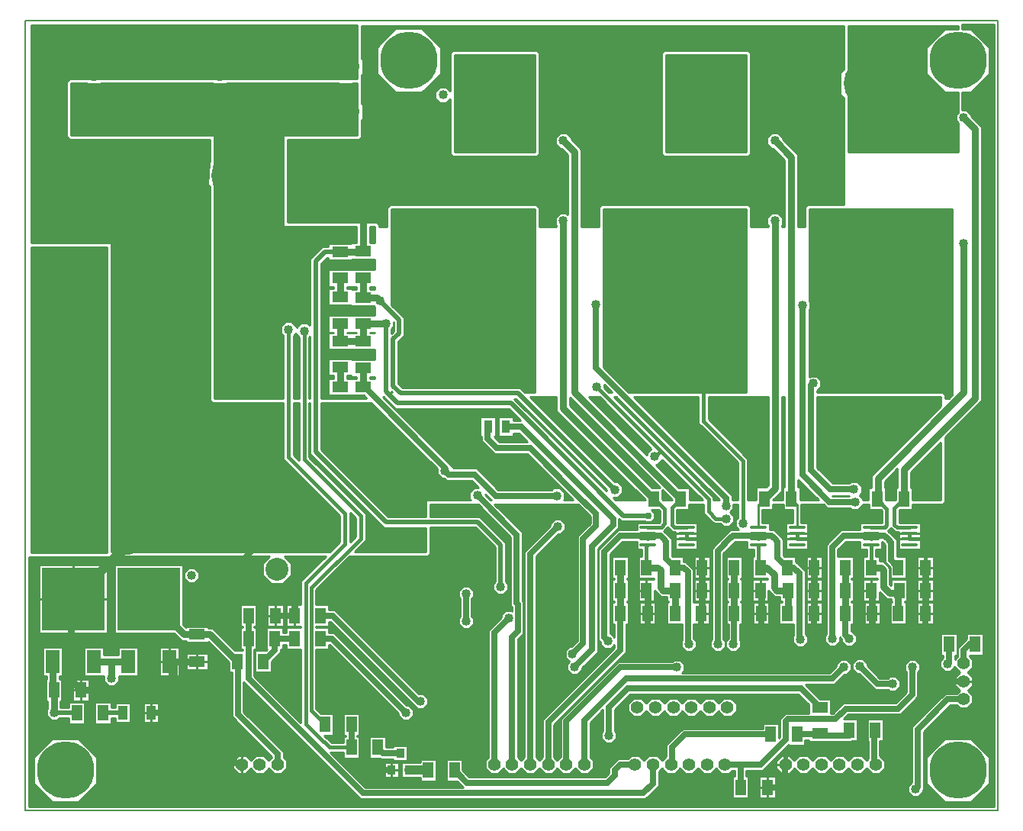
<source format=gbr>
G04 PROTEUS GERBER X2 FILE*
%TF.GenerationSoftware,Labcenter,Proteus,8.7-SP3-Build25561*%
%TF.CreationDate,2021-07-01T20:15:02+00:00*%
%TF.FileFunction,Copper,L2,Bot*%
%TF.FilePolarity,Positive*%
%TF.Part,Single*%
%TF.SameCoordinates,{0ff4b75a-929f-468c-805a-ac40d57636d7}*%
%FSLAX45Y45*%
%MOMM*%
G01*
%TA.AperFunction,Conductor*%
%ADD15C,0.381000*%
%ADD10C,0.762000*%
%ADD14C,0.254000*%
%ADD12C,0.635000*%
%ADD13C,1.016000*%
%ADD11C,0.508000*%
%TA.AperFunction,WasherPad*%
%ADD16C,1.016000*%
%TA.AperFunction,ViaPad*%
%ADD17C,1.016000*%
%ADD18C,1.778000*%
%ADD19C,0.762000*%
%TA.AperFunction,ComponentPad*%
%ADD20C,5.080000*%
%TA.AperFunction,SMDPad,CuDef*%
%ADD72R,1.803400X1.143000*%
%TA.AperFunction,SMDPad,CuDef*%
%ADD22R,6.985000X6.985000*%
%ADD23R,1.524000X2.540000*%
%TA.AperFunction,SMDPad,CuDef*%
%ADD25R,1.143000X1.803400*%
%AMPPAD034*
4,1,36,
0.901700,-0.025400,
0.901700,0.025400,
0.898160,0.061750,
0.887980,0.095370,
0.871810,0.125600,
0.850300,0.151800,
0.824110,0.173310,
0.793870,0.189480,
0.760250,0.199660,
0.723900,0.203200,
-0.723900,0.203200,
-0.760250,0.199660,
-0.793870,0.189480,
-0.824110,0.173310,
-0.850300,0.151800,
-0.871810,0.125600,
-0.887980,0.095370,
-0.898160,0.061750,
-0.901700,0.025400,
-0.901700,-0.025400,
-0.898160,-0.061750,
-0.887980,-0.095370,
-0.871810,-0.125600,
-0.850300,-0.151800,
-0.824110,-0.173310,
-0.793870,-0.189480,
-0.760250,-0.199660,
-0.723900,-0.203200,
0.723900,-0.203200,
0.760250,-0.199660,
0.793870,-0.189480,
0.824110,-0.173310,
0.850300,-0.151800,
0.871810,-0.125600,
0.887980,-0.095370,
0.898160,-0.061750,
0.901700,-0.025400,
0*%
%TA.AperFunction,SMDPad,CuDef*%
%ADD40PPAD034*%
%TA.AperFunction,SMDPad,CuDef*%
%ADD41R,1.016000X1.524000*%
%TA.AperFunction,WasherPad*%
%ADD33C,1.397000*%
%TA.AperFunction,ComponentPad*%
%ADD34C,3.048000*%
%TA.AperFunction,OtherPad,Unknown*%
%ADD35C,6.350000*%
%TA.AperFunction,ComponentPad*%
%ADD36C,2.540000*%
%TA.AperFunction,SMDPad,CuDef*%
%ADD42R,0.939800X1.447800*%
%TA.AperFunction,SMDPad,CuDef*%
%ADD31R,0.889000X1.016000*%
%TA.AperFunction,Profile*%
%ADD39C,0.203200*%
%TD.AperFunction*%
G36*
X+9271000Y+2255519D02*
X+9125810Y+2255519D01*
X+8920481Y+2050190D01*
X+8920481Y+1759810D01*
X+9125810Y+1554481D01*
X+9271000Y+1554481D01*
X+9271000Y+1325038D01*
X+9250681Y+1304719D01*
X+9250681Y+1235281D01*
X+9271000Y+1214962D01*
X+9271000Y+889000D01*
X+8051800Y+889000D01*
X+8051800Y+2286000D01*
X+9271000Y+2286000D01*
X+9271000Y+2255519D01*
G37*
%LPC*%
G36*
X+8166100Y+1614176D02*
X+8166100Y+1687824D01*
X+8218176Y+1739900D01*
X+8291824Y+1739900D01*
X+8343900Y+1687824D01*
X+8343900Y+1614176D01*
X+8291824Y+1562100D01*
X+8218176Y+1562100D01*
X+8166100Y+1614176D01*
G37*
G36*
X+8566150Y+1215135D02*
X+8566150Y+1241437D01*
X+8584749Y+1260036D01*
X+8611051Y+1260036D01*
X+8629650Y+1241437D01*
X+8629650Y+1215135D01*
X+8611051Y+1196536D01*
X+8584749Y+1196536D01*
X+8566150Y+1215135D01*
G37*
G36*
X+8769350Y+1215135D02*
X+8769350Y+1241437D01*
X+8787949Y+1260036D01*
X+8814251Y+1260036D01*
X+8832850Y+1241437D01*
X+8832850Y+1215135D01*
X+8814251Y+1196536D01*
X+8787949Y+1196536D01*
X+8769350Y+1215135D01*
G37*
G36*
X+8566150Y+1567087D02*
X+8566150Y+1593389D01*
X+8584749Y+1611988D01*
X+8611051Y+1611988D01*
X+8629650Y+1593389D01*
X+8629650Y+1567087D01*
X+8611051Y+1548488D01*
X+8584749Y+1548488D01*
X+8566150Y+1567087D01*
G37*
G36*
X+8604250Y+1891849D02*
X+8604250Y+1918151D01*
X+8622849Y+1936750D01*
X+8649151Y+1936750D01*
X+8667750Y+1918151D01*
X+8667750Y+1891849D01*
X+8649151Y+1873250D01*
X+8622849Y+1873250D01*
X+8604250Y+1891849D01*
G37*
G36*
X+8274050Y+1244394D02*
X+8274050Y+1270696D01*
X+8292649Y+1289295D01*
X+8318951Y+1289295D01*
X+8337550Y+1270696D01*
X+8337550Y+1244394D01*
X+8318951Y+1225795D01*
X+8292649Y+1225795D01*
X+8274050Y+1244394D01*
G37*
G36*
X+9036050Y+1244394D02*
X+9036050Y+1270696D01*
X+9054649Y+1289295D01*
X+9080951Y+1289295D01*
X+9099550Y+1270696D01*
X+9099550Y+1244394D01*
X+9080951Y+1225795D01*
X+9054649Y+1225795D01*
X+9036050Y+1244394D01*
G37*
G36*
X+8274050Y+2124274D02*
X+8274050Y+2150576D01*
X+8292649Y+2169175D01*
X+8318951Y+2169175D01*
X+8337550Y+2150576D01*
X+8337550Y+2124274D01*
X+8318951Y+2105675D01*
X+8292649Y+2105675D01*
X+8274050Y+2124274D01*
G37*
G36*
X+8528050Y+2124274D02*
X+8528050Y+2150576D01*
X+8546649Y+2169175D01*
X+8572951Y+2169175D01*
X+8591550Y+2150576D01*
X+8591550Y+2124274D01*
X+8572951Y+2105675D01*
X+8546649Y+2105675D01*
X+8528050Y+2124274D01*
G37*
G36*
X+8782050Y+2124274D02*
X+8782050Y+2150576D01*
X+8800649Y+2169175D01*
X+8826951Y+2169175D01*
X+8845550Y+2150576D01*
X+8845550Y+2124274D01*
X+8826951Y+2105675D01*
X+8800649Y+2105675D01*
X+8782050Y+2124274D01*
G37*
%LPD*%
G36*
X+8001000Y+1810090D02*
X+7962901Y+1771991D01*
X+7962901Y+1530009D01*
X+8001000Y+1491910D01*
X+8001000Y+304800D01*
X+7598958Y+304800D01*
X+7569200Y+275042D01*
X+7569200Y+63500D01*
X+7498806Y+63500D01*
X+7498806Y+863954D01*
X+7327899Y+1034861D01*
X+7327899Y+1052823D01*
X+7275823Y+1104899D01*
X+7202177Y+1104899D01*
X+7150101Y+1052823D01*
X+7150101Y+979177D01*
X+7202177Y+927101D01*
X+7220139Y+927101D01*
X+7346408Y+800832D01*
X+7346408Y+63500D01*
X+7315199Y+63500D01*
X+7315199Y+77477D01*
X+7327899Y+90177D01*
X+7327899Y+163823D01*
X+7275823Y+215899D01*
X+7202177Y+215899D01*
X+7150101Y+163823D01*
X+7150101Y+90177D01*
X+7162801Y+77477D01*
X+7162801Y+63500D01*
X+6972300Y+63500D01*
X+6972300Y+275042D01*
X+6942542Y+304800D01*
X+5312958Y+304800D01*
X+5283200Y+275042D01*
X+5283200Y+63500D01*
X+5092699Y+63500D01*
X+5092699Y+920561D01*
X+4978399Y+1034861D01*
X+4978399Y+1052823D01*
X+4926323Y+1104899D01*
X+4852677Y+1104899D01*
X+4800601Y+1052823D01*
X+4800601Y+979177D01*
X+4852677Y+927101D01*
X+4870639Y+927101D01*
X+4940301Y+857439D01*
X+4940301Y+201921D01*
X+4926323Y+215899D01*
X+4852677Y+215899D01*
X+4800601Y+163823D01*
X+4800601Y+90177D01*
X+4813301Y+77477D01*
X+4813301Y+63500D01*
X+4622800Y+63500D01*
X+4622800Y+275042D01*
X+4593042Y+304800D01*
X+2963458Y+304800D01*
X+2933700Y+275042D01*
X+2933700Y+63500D01*
X+2844800Y+63500D01*
X+2844800Y+84542D01*
X+2815042Y+114300D01*
X+1828800Y+114300D01*
X+1828800Y+1028700D01*
X+2624542Y+1028700D01*
X+2654300Y+1058458D01*
X+2654300Y+1245894D01*
X+2666999Y+1258593D01*
X+2666999Y+1416407D01*
X+2654300Y+1429106D01*
X+2654300Y+1745894D01*
X+2666999Y+1758593D01*
X+2666999Y+1916407D01*
X+2654300Y+1929106D01*
X+2654300Y+2286000D01*
X+8001000Y+2286000D01*
X+8001000Y+1810090D01*
G37*
%LPC*%
G36*
X+4622800Y+1989542D02*
X+4622800Y+867958D01*
X+4593042Y+838200D01*
X+3661958Y+838200D01*
X+3632200Y+867958D01*
X+3632200Y+1474478D01*
X+3592823Y+1435101D01*
X+3519177Y+1435101D01*
X+3467101Y+1487177D01*
X+3467101Y+1560823D01*
X+3519177Y+1612899D01*
X+3592823Y+1612899D01*
X+3632200Y+1573522D01*
X+3632200Y+1989542D01*
X+3661958Y+2019300D01*
X+4593042Y+2019300D01*
X+4622800Y+1989542D01*
G37*
G36*
X+6974836Y+1989682D02*
X+6974812Y+1968620D01*
X+6973544Y+867917D01*
X+6943793Y+838200D01*
X+6012727Y+838200D01*
X+5982969Y+867958D01*
X+5982969Y+1989538D01*
X+6012720Y+2019295D01*
X+6945066Y+2019481D01*
X+6974836Y+1989682D01*
G37*
G36*
X+2819401Y+1757706D02*
X+2819401Y+2052294D01*
X+3027706Y+2260599D01*
X+3322294Y+2260599D01*
X+3530599Y+2052294D01*
X+3530599Y+1757706D01*
X+3322294Y+1549401D01*
X+3027706Y+1549401D01*
X+2819401Y+1757706D01*
G37*
G36*
X+3194050Y+1161599D02*
X+3194050Y+1187901D01*
X+3212649Y+1206500D01*
X+3238951Y+1206500D01*
X+3257550Y+1187901D01*
X+3257550Y+1161599D01*
X+3238951Y+1143000D01*
X+3212649Y+1143000D01*
X+3194050Y+1161599D01*
G37*
G36*
X+3448050Y+1161599D02*
X+3448050Y+1187901D01*
X+3466649Y+1206500D01*
X+3492951Y+1206500D01*
X+3511550Y+1187901D01*
X+3511550Y+1161599D01*
X+3492951Y+1143000D01*
X+3466649Y+1143000D01*
X+3448050Y+1161599D01*
G37*
G36*
X+5226050Y+1161599D02*
X+5226050Y+1187901D01*
X+5244649Y+1206500D01*
X+5270951Y+1206500D01*
X+5289550Y+1187901D01*
X+5289550Y+1161599D01*
X+5270951Y+1143000D01*
X+5244649Y+1143000D01*
X+5226050Y+1161599D01*
G37*
G36*
X+5480050Y+1161599D02*
X+5480050Y+1187901D01*
X+5498649Y+1206500D01*
X+5524951Y+1206500D01*
X+5543550Y+1187901D01*
X+5543550Y+1161599D01*
X+5524951Y+1143000D01*
X+5498649Y+1143000D01*
X+5480050Y+1161599D01*
G37*
G36*
X+5734050Y+1161599D02*
X+5734050Y+1187901D01*
X+5752649Y+1206500D01*
X+5778951Y+1206500D01*
X+5797550Y+1187901D01*
X+5797550Y+1161599D01*
X+5778951Y+1143000D01*
X+5752649Y+1143000D01*
X+5734050Y+1161599D01*
G37*
G36*
X+7512050Y+1161599D02*
X+7512050Y+1187901D01*
X+7530649Y+1206500D01*
X+7556951Y+1206500D01*
X+7575550Y+1187901D01*
X+7575550Y+1161599D01*
X+7556951Y+1143000D01*
X+7530649Y+1143000D01*
X+7512050Y+1161599D01*
G37*
G36*
X+7766050Y+1161599D02*
X+7766050Y+1187901D01*
X+7784649Y+1206500D01*
X+7810951Y+1206500D01*
X+7829550Y+1187901D01*
X+7829550Y+1161599D01*
X+7810951Y+1143000D01*
X+7784649Y+1143000D01*
X+7766050Y+1161599D01*
G37*
G36*
X+3067050Y+1381569D02*
X+3067050Y+1407871D01*
X+3085649Y+1426470D01*
X+3111951Y+1426470D01*
X+3130550Y+1407871D01*
X+3130550Y+1381569D01*
X+3111951Y+1362970D01*
X+3085649Y+1362970D01*
X+3067050Y+1381569D01*
G37*
G36*
X+3321050Y+1381569D02*
X+3321050Y+1407871D01*
X+3339649Y+1426470D01*
X+3365951Y+1426470D01*
X+3384550Y+1407871D01*
X+3384550Y+1381569D01*
X+3365951Y+1362970D01*
X+3339649Y+1362970D01*
X+3321050Y+1381569D01*
G37*
G36*
X+4845050Y+1381569D02*
X+4845050Y+1407871D01*
X+4863649Y+1426470D01*
X+4889951Y+1426470D01*
X+4908550Y+1407871D01*
X+4908550Y+1381569D01*
X+4889951Y+1362970D01*
X+4863649Y+1362970D01*
X+4845050Y+1381569D01*
G37*
G36*
X+5099050Y+1381569D02*
X+5099050Y+1407871D01*
X+5117649Y+1426470D01*
X+5143951Y+1426470D01*
X+5162550Y+1407871D01*
X+5162550Y+1381569D01*
X+5143951Y+1362970D01*
X+5117649Y+1362970D01*
X+5099050Y+1381569D01*
G37*
G36*
X+5353050Y+1381569D02*
X+5353050Y+1407871D01*
X+5371649Y+1426470D01*
X+5397951Y+1426470D01*
X+5416550Y+1407871D01*
X+5416550Y+1381569D01*
X+5397951Y+1362970D01*
X+5371649Y+1362970D01*
X+5353050Y+1381569D01*
G37*
G36*
X+5607050Y+1381569D02*
X+5607050Y+1407871D01*
X+5625649Y+1426470D01*
X+5651951Y+1426470D01*
X+5670550Y+1407871D01*
X+5670550Y+1381569D01*
X+5651951Y+1362970D01*
X+5625649Y+1362970D01*
X+5607050Y+1381569D01*
G37*
G36*
X+7131050Y+1381569D02*
X+7131050Y+1407871D01*
X+7149649Y+1426470D01*
X+7175951Y+1426470D01*
X+7194550Y+1407871D01*
X+7194550Y+1381569D01*
X+7175951Y+1362970D01*
X+7149649Y+1362970D01*
X+7131050Y+1381569D01*
G37*
G36*
X+7385050Y+1381569D02*
X+7385050Y+1407871D01*
X+7403649Y+1426470D01*
X+7429951Y+1426470D01*
X+7448550Y+1407871D01*
X+7448550Y+1381569D01*
X+7429951Y+1362970D01*
X+7403649Y+1362970D01*
X+7385050Y+1381569D01*
G37*
G36*
X+7639050Y+1381569D02*
X+7639050Y+1407871D01*
X+7657649Y+1426470D01*
X+7683951Y+1426470D01*
X+7702550Y+1407871D01*
X+7702550Y+1381569D01*
X+7683951Y+1362970D01*
X+7657649Y+1362970D01*
X+7639050Y+1381569D01*
G37*
G36*
X+4718050Y+1601539D02*
X+4718050Y+1627841D01*
X+4736649Y+1646440D01*
X+4762951Y+1646440D01*
X+4781550Y+1627841D01*
X+4781550Y+1601539D01*
X+4762951Y+1582940D01*
X+4736649Y+1582940D01*
X+4718050Y+1601539D01*
G37*
G36*
X+4972050Y+1601539D02*
X+4972050Y+1627841D01*
X+4990649Y+1646440D01*
X+5016951Y+1646440D01*
X+5035550Y+1627841D01*
X+5035550Y+1601539D01*
X+5016951Y+1582940D01*
X+4990649Y+1582940D01*
X+4972050Y+1601539D01*
G37*
G36*
X+5226050Y+1601539D02*
X+5226050Y+1627841D01*
X+5244649Y+1646440D01*
X+5270951Y+1646440D01*
X+5289550Y+1627841D01*
X+5289550Y+1601539D01*
X+5270951Y+1582940D01*
X+5244649Y+1582940D01*
X+5226050Y+1601539D01*
G37*
G36*
X+5480050Y+1601539D02*
X+5480050Y+1627841D01*
X+5498649Y+1646440D01*
X+5524951Y+1646440D01*
X+5543550Y+1627841D01*
X+5543550Y+1601539D01*
X+5524951Y+1582940D01*
X+5498649Y+1582940D01*
X+5480050Y+1601539D01*
G37*
G36*
X+5734050Y+1601539D02*
X+5734050Y+1627841D01*
X+5752649Y+1646440D01*
X+5778951Y+1646440D01*
X+5797550Y+1627841D01*
X+5797550Y+1601539D01*
X+5778951Y+1582940D01*
X+5752649Y+1582940D01*
X+5734050Y+1601539D01*
G37*
G36*
X+7258050Y+1601539D02*
X+7258050Y+1627841D01*
X+7276649Y+1646440D01*
X+7302951Y+1646440D01*
X+7321550Y+1627841D01*
X+7321550Y+1601539D01*
X+7302951Y+1582940D01*
X+7276649Y+1582940D01*
X+7258050Y+1601539D01*
G37*
G36*
X+7512050Y+1601539D02*
X+7512050Y+1627841D01*
X+7530649Y+1646440D01*
X+7556951Y+1646440D01*
X+7575550Y+1627841D01*
X+7575550Y+1601539D01*
X+7556951Y+1582940D01*
X+7530649Y+1582940D01*
X+7512050Y+1601539D01*
G37*
G36*
X+7766050Y+1601539D02*
X+7766050Y+1627841D01*
X+7784649Y+1646440D01*
X+7810951Y+1646440D01*
X+7829550Y+1627841D01*
X+7829550Y+1601539D01*
X+7810951Y+1582940D01*
X+7784649Y+1582940D01*
X+7766050Y+1601539D01*
G37*
G36*
X+4845050Y+1821509D02*
X+4845050Y+1847811D01*
X+4863649Y+1866410D01*
X+4889951Y+1866410D01*
X+4908550Y+1847811D01*
X+4908550Y+1821509D01*
X+4889951Y+1802910D01*
X+4863649Y+1802910D01*
X+4845050Y+1821509D01*
G37*
G36*
X+5099050Y+1821509D02*
X+5099050Y+1847811D01*
X+5117649Y+1866410D01*
X+5143951Y+1866410D01*
X+5162550Y+1847811D01*
X+5162550Y+1821509D01*
X+5143951Y+1802910D01*
X+5117649Y+1802910D01*
X+5099050Y+1821509D01*
G37*
G36*
X+5353050Y+1821509D02*
X+5353050Y+1847811D01*
X+5371649Y+1866410D01*
X+5397951Y+1866410D01*
X+5416550Y+1847811D01*
X+5416550Y+1821509D01*
X+5397951Y+1802910D01*
X+5371649Y+1802910D01*
X+5353050Y+1821509D01*
G37*
G36*
X+5607050Y+1821509D02*
X+5607050Y+1847811D01*
X+5625649Y+1866410D01*
X+5651951Y+1866410D01*
X+5670550Y+1847811D01*
X+5670550Y+1821509D01*
X+5651951Y+1802910D01*
X+5625649Y+1802910D01*
X+5607050Y+1821509D01*
G37*
G36*
X+7131050Y+1821509D02*
X+7131050Y+1847811D01*
X+7149649Y+1866410D01*
X+7175951Y+1866410D01*
X+7194550Y+1847811D01*
X+7194550Y+1821509D01*
X+7175951Y+1802910D01*
X+7149649Y+1802910D01*
X+7131050Y+1821509D01*
G37*
G36*
X+7385050Y+1821509D02*
X+7385050Y+1847811D01*
X+7403649Y+1866410D01*
X+7429951Y+1866410D01*
X+7448550Y+1847811D01*
X+7448550Y+1821509D01*
X+7429951Y+1802910D01*
X+7403649Y+1802910D01*
X+7385050Y+1821509D01*
G37*
G36*
X+7639050Y+1821509D02*
X+7639050Y+1847811D01*
X+7657649Y+1866410D01*
X+7683951Y+1866410D01*
X+7702550Y+1847811D01*
X+7702550Y+1821509D01*
X+7683951Y+1802910D01*
X+7657649Y+1802910D01*
X+7639050Y+1821509D01*
G37*
G36*
X+4718050Y+2041479D02*
X+4718050Y+2067781D01*
X+4736649Y+2086380D01*
X+4762951Y+2086380D01*
X+4781550Y+2067781D01*
X+4781550Y+2041479D01*
X+4762951Y+2022880D01*
X+4736649Y+2022880D01*
X+4718050Y+2041479D01*
G37*
G36*
X+4972050Y+2041479D02*
X+4972050Y+2067781D01*
X+4990649Y+2086380D01*
X+5016951Y+2086380D01*
X+5035550Y+2067781D01*
X+5035550Y+2041479D01*
X+5016951Y+2022880D01*
X+4990649Y+2022880D01*
X+4972050Y+2041479D01*
G37*
G36*
X+5226050Y+2041479D02*
X+5226050Y+2067781D01*
X+5244649Y+2086380D01*
X+5270951Y+2086380D01*
X+5289550Y+2067781D01*
X+5289550Y+2041479D01*
X+5270951Y+2022880D01*
X+5244649Y+2022880D01*
X+5226050Y+2041479D01*
G37*
G36*
X+5480050Y+2041479D02*
X+5480050Y+2067781D01*
X+5498649Y+2086380D01*
X+5524951Y+2086380D01*
X+5543550Y+2067781D01*
X+5543550Y+2041479D01*
X+5524951Y+2022880D01*
X+5498649Y+2022880D01*
X+5480050Y+2041479D01*
G37*
G36*
X+5734050Y+2041479D02*
X+5734050Y+2067781D01*
X+5752649Y+2086380D01*
X+5778951Y+2086380D01*
X+5797550Y+2067781D01*
X+5797550Y+2041479D01*
X+5778951Y+2022880D01*
X+5752649Y+2022880D01*
X+5734050Y+2041479D01*
G37*
G36*
X+7258050Y+2041479D02*
X+7258050Y+2067781D01*
X+7276649Y+2086380D01*
X+7302951Y+2086380D01*
X+7321550Y+2067781D01*
X+7321550Y+2041479D01*
X+7302951Y+2022880D01*
X+7276649Y+2022880D01*
X+7258050Y+2041479D01*
G37*
G36*
X+7512050Y+2041479D02*
X+7512050Y+2067781D01*
X+7530649Y+2086380D01*
X+7556951Y+2086380D01*
X+7575550Y+2067781D01*
X+7575550Y+2041479D01*
X+7556951Y+2022880D01*
X+7530649Y+2022880D01*
X+7512050Y+2041479D01*
G37*
G36*
X+7766050Y+2041479D02*
X+7766050Y+2067781D01*
X+7784649Y+2086380D01*
X+7810951Y+2086380D01*
X+7829550Y+2067781D01*
X+7829550Y+2041479D01*
X+7810951Y+2022880D01*
X+7784649Y+2022880D01*
X+7766050Y+2041479D01*
G37*
G36*
X+4972050Y+1161599D02*
X+4972050Y+1187901D01*
X+4990649Y+1206500D01*
X+5016951Y+1206500D01*
X+5035550Y+1187901D01*
X+5035550Y+1161599D01*
X+5016951Y+1143000D01*
X+4990649Y+1143000D01*
X+4972050Y+1161599D01*
G37*
G36*
X+2813050Y+1381569D02*
X+2813050Y+1407871D01*
X+2831649Y+1426470D01*
X+2857951Y+1426470D01*
X+2876550Y+1407871D01*
X+2876550Y+1381569D01*
X+2857951Y+1362970D01*
X+2831649Y+1362970D01*
X+2813050Y+1381569D01*
G37*
G36*
X+2889250Y+1193349D02*
X+2889250Y+1219651D01*
X+2907849Y+1238250D01*
X+2934151Y+1238250D01*
X+2952750Y+1219651D01*
X+2952750Y+1193349D01*
X+2934151Y+1174750D01*
X+2907849Y+1174750D01*
X+2889250Y+1193349D01*
G37*
%LPD*%
G36*
X+4572000Y+889000D02*
X+3683000Y+889000D01*
X+3683000Y+1968500D01*
X+4572000Y+1968500D01*
X+4572000Y+889000D01*
G37*
%LPC*%
G36*
X+4229100Y+1677676D02*
X+4229100Y+1751324D01*
X+4281176Y+1803400D01*
X+4354824Y+1803400D01*
X+4406900Y+1751324D01*
X+4406900Y+1677676D01*
X+4354824Y+1625600D01*
X+4281176Y+1625600D01*
X+4229100Y+1677676D01*
G37*
G36*
X+3981450Y+1039159D02*
X+3981450Y+1065461D01*
X+4000049Y+1084060D01*
X+4026351Y+1084060D01*
X+4044950Y+1065461D01*
X+4044950Y+1039159D01*
X+4026351Y+1020560D01*
X+4000049Y+1020560D01*
X+3981450Y+1039159D01*
G37*
G36*
X+3879850Y+1215135D02*
X+3879850Y+1241437D01*
X+3898449Y+1260036D01*
X+3924751Y+1260036D01*
X+3943350Y+1241437D01*
X+3943350Y+1215135D01*
X+3924751Y+1196536D01*
X+3898449Y+1196536D01*
X+3879850Y+1215135D01*
G37*
G36*
X+4083050Y+1215135D02*
X+4083050Y+1241437D01*
X+4101649Y+1260036D01*
X+4127951Y+1260036D01*
X+4146550Y+1241437D01*
X+4146550Y+1215135D01*
X+4127951Y+1196536D01*
X+4101649Y+1196536D01*
X+4083050Y+1215135D01*
G37*
G36*
X+3778250Y+1391111D02*
X+3778250Y+1417413D01*
X+3796849Y+1436012D01*
X+3823151Y+1436012D01*
X+3841750Y+1417413D01*
X+3841750Y+1391111D01*
X+3823151Y+1372512D01*
X+3796849Y+1372512D01*
X+3778250Y+1391111D01*
G37*
G36*
X+3981450Y+1391111D02*
X+3981450Y+1417413D01*
X+4000049Y+1436012D01*
X+4026351Y+1436012D01*
X+4044950Y+1417413D01*
X+4044950Y+1391111D01*
X+4026351Y+1372512D01*
X+4000049Y+1372512D01*
X+3981450Y+1391111D01*
G37*
G36*
X+3879850Y+1567087D02*
X+3879850Y+1593389D01*
X+3898449Y+1611988D01*
X+3924751Y+1611988D01*
X+3943350Y+1593389D01*
X+3943350Y+1567087D01*
X+3924751Y+1548488D01*
X+3898449Y+1548488D01*
X+3879850Y+1567087D01*
G37*
G36*
X+3778250Y+1743063D02*
X+3778250Y+1769365D01*
X+3796849Y+1787964D01*
X+3823151Y+1787964D01*
X+3841750Y+1769365D01*
X+3841750Y+1743063D01*
X+3823151Y+1724464D01*
X+3796849Y+1724464D01*
X+3778250Y+1743063D01*
G37*
G36*
X+3905250Y+1891849D02*
X+3905250Y+1918151D01*
X+3923849Y+1936750D01*
X+3950151Y+1936750D01*
X+3968750Y+1918151D01*
X+3968750Y+1891849D01*
X+3950151Y+1873250D01*
X+3923849Y+1873250D01*
X+3905250Y+1891849D01*
G37*
%LPD*%
G36*
X+6922769Y+889000D02*
X+6033769Y+889000D01*
X+6033769Y+1968500D01*
X+6924013Y+1968678D01*
X+6922769Y+889000D01*
G37*
%LPC*%
G36*
X+6578600Y+1677676D02*
X+6578600Y+1751324D01*
X+6630676Y+1803400D01*
X+6704324Y+1803400D01*
X+6756400Y+1751324D01*
X+6756400Y+1677676D01*
X+6704324Y+1625600D01*
X+6630676Y+1625600D01*
X+6578600Y+1677676D01*
G37*
G36*
X+6332219Y+1039159D02*
X+6332219Y+1065461D01*
X+6350818Y+1084060D01*
X+6377120Y+1084060D01*
X+6395719Y+1065461D01*
X+6395719Y+1039159D01*
X+6377120Y+1020560D01*
X+6350818Y+1020560D01*
X+6332219Y+1039159D01*
G37*
G36*
X+6230619Y+1215135D02*
X+6230619Y+1241437D01*
X+6249218Y+1260036D01*
X+6275520Y+1260036D01*
X+6294119Y+1241437D01*
X+6294119Y+1215135D01*
X+6275520Y+1196536D01*
X+6249218Y+1196536D01*
X+6230619Y+1215135D01*
G37*
G36*
X+6433819Y+1215135D02*
X+6433819Y+1241437D01*
X+6452418Y+1260036D01*
X+6478720Y+1260036D01*
X+6497319Y+1241437D01*
X+6497319Y+1215135D01*
X+6478720Y+1196536D01*
X+6452418Y+1196536D01*
X+6433819Y+1215135D01*
G37*
G36*
X+6129019Y+1391111D02*
X+6129019Y+1417413D01*
X+6147618Y+1436012D01*
X+6173920Y+1436012D01*
X+6192519Y+1417413D01*
X+6192519Y+1391111D01*
X+6173920Y+1372512D01*
X+6147618Y+1372512D01*
X+6129019Y+1391111D01*
G37*
G36*
X+6332219Y+1391111D02*
X+6332219Y+1417413D01*
X+6350818Y+1436012D01*
X+6377120Y+1436012D01*
X+6395719Y+1417413D01*
X+6395719Y+1391111D01*
X+6377120Y+1372512D01*
X+6350818Y+1372512D01*
X+6332219Y+1391111D01*
G37*
G36*
X+6230619Y+1567087D02*
X+6230619Y+1593389D01*
X+6249218Y+1611988D01*
X+6275520Y+1611988D01*
X+6294119Y+1593389D01*
X+6294119Y+1567087D01*
X+6275520Y+1548488D01*
X+6249218Y+1548488D01*
X+6230619Y+1567087D01*
G37*
G36*
X+6129019Y+1743063D02*
X+6129019Y+1769365D01*
X+6147618Y+1787964D01*
X+6173920Y+1787964D01*
X+6192519Y+1769365D01*
X+6192519Y+1743063D01*
X+6173920Y+1724464D01*
X+6147618Y+1724464D01*
X+6129019Y+1743063D01*
G37*
G36*
X+6254750Y+1891849D02*
X+6254750Y+1918151D01*
X+6273349Y+1936750D01*
X+6299651Y+1936750D01*
X+6318250Y+1918151D01*
X+6318250Y+1891849D01*
X+6299651Y+1873250D01*
X+6273349Y+1873250D01*
X+6254750Y+1891849D01*
G37*
%LPD*%
G36*
X+9207500Y-1804424D02*
X+9170424Y-1841500D01*
X+9131300Y-1841500D01*
X+9131300Y-1807758D01*
X+9101542Y-1778000D01*
X+7706250Y-1778000D01*
X+7706250Y-1753887D01*
X+7748555Y-1711582D01*
X+7748555Y-1642144D01*
X+7699455Y-1593044D01*
X+7630017Y-1593044D01*
X+7620000Y-1603061D01*
X+7620000Y-855138D01*
X+7627619Y-847519D01*
X+7627619Y-778081D01*
X+7620000Y-770462D01*
X+7620000Y+254000D01*
X+9207500Y+254000D01*
X+9207500Y-1804424D01*
G37*
%LPC*%
G36*
X+7816850Y-1510805D02*
X+7816850Y-1484503D01*
X+7835449Y-1465904D01*
X+7861751Y-1465904D01*
X+7880350Y-1484503D01*
X+7880350Y-1510805D01*
X+7861751Y-1529404D01*
X+7835449Y-1529404D01*
X+7816850Y-1510805D01*
G37*
G36*
X+7715250Y-1334829D02*
X+7715250Y-1308527D01*
X+7733849Y-1289928D01*
X+7760151Y-1289928D01*
X+7778750Y-1308527D01*
X+7778750Y-1334829D01*
X+7760151Y-1353428D01*
X+7733849Y-1353428D01*
X+7715250Y-1334829D01*
G37*
G36*
X+7816850Y-1158853D02*
X+7816850Y-1132551D01*
X+7835449Y-1113952D01*
X+7861751Y-1113952D01*
X+7880350Y-1132551D01*
X+7880350Y-1158853D01*
X+7861751Y-1177452D01*
X+7835449Y-1177452D01*
X+7816850Y-1158853D01*
G37*
G36*
X+7969250Y-813251D02*
X+7969250Y-786949D01*
X+7987849Y-768350D01*
X+8014151Y-768350D01*
X+8032750Y-786949D01*
X+8032750Y-813251D01*
X+8014151Y-831850D01*
X+7987849Y-831850D01*
X+7969250Y-813251D01*
G37*
G36*
X+7994650Y-610051D02*
X+7994650Y-583749D01*
X+8013249Y-565150D01*
X+8039551Y-565150D01*
X+8058150Y-583749D01*
X+8058150Y-610051D01*
X+8039551Y-628650D01*
X+8013249Y-628650D01*
X+7994650Y-610051D01*
G37*
G36*
X+8629650Y-806901D02*
X+8629650Y-780599D01*
X+8648249Y-762000D01*
X+8674551Y-762000D01*
X+8693150Y-780599D01*
X+8693150Y-806901D01*
X+8674551Y-825500D01*
X+8648249Y-825500D01*
X+8629650Y-806901D01*
G37*
G36*
X+8731250Y-630925D02*
X+8731250Y-604623D01*
X+8749849Y-586024D01*
X+8776151Y-586024D01*
X+8794750Y-604623D01*
X+8794750Y-630925D01*
X+8776151Y-649524D01*
X+8749849Y-649524D01*
X+8731250Y-630925D01*
G37*
G36*
X+7918450Y-278973D02*
X+7918450Y-252671D01*
X+7937049Y-234072D01*
X+7963351Y-234072D01*
X+7981950Y-252671D01*
X+7981950Y-278973D01*
X+7963351Y-297572D01*
X+7937049Y-297572D01*
X+7918450Y-278973D01*
G37*
G36*
X+8121650Y-278973D02*
X+8121650Y-252671D01*
X+8140249Y-234072D01*
X+8166551Y-234072D01*
X+8185150Y-252671D01*
X+8185150Y-278973D01*
X+8166551Y-297572D01*
X+8140249Y-297572D01*
X+8121650Y-278973D01*
G37*
G36*
X+8324850Y-278973D02*
X+8324850Y-252671D01*
X+8343449Y-234072D01*
X+8369751Y-234072D01*
X+8388350Y-252671D01*
X+8388350Y-278973D01*
X+8369751Y-297572D01*
X+8343449Y-297572D01*
X+8324850Y-278973D01*
G37*
G36*
X+8528050Y-278973D02*
X+8528050Y-252671D01*
X+8546649Y-234072D01*
X+8572951Y-234072D01*
X+8591550Y-252671D01*
X+8591550Y-278973D01*
X+8572951Y-297572D01*
X+8546649Y-297572D01*
X+8528050Y-278973D01*
G37*
G36*
X+8731250Y-278973D02*
X+8731250Y-252671D01*
X+8749849Y-234072D01*
X+8776151Y-234072D01*
X+8794750Y-252671D01*
X+8794750Y-278973D01*
X+8776151Y-297572D01*
X+8749849Y-297572D01*
X+8731250Y-278973D01*
G37*
G36*
X+7816850Y-102997D02*
X+7816850Y-76695D01*
X+7835449Y-58096D01*
X+7861751Y-58096D01*
X+7880350Y-76695D01*
X+7880350Y-102997D01*
X+7861751Y-121596D01*
X+7835449Y-121596D01*
X+7816850Y-102997D01*
G37*
G36*
X+8020050Y-102997D02*
X+8020050Y-76695D01*
X+8038649Y-58096D01*
X+8064951Y-58096D01*
X+8083550Y-76695D01*
X+8083550Y-102997D01*
X+8064951Y-121596D01*
X+8038649Y-121596D01*
X+8020050Y-102997D01*
G37*
G36*
X+8223250Y-102997D02*
X+8223250Y-76695D01*
X+8241849Y-58096D01*
X+8268151Y-58096D01*
X+8286750Y-76695D01*
X+8286750Y-102997D01*
X+8268151Y-121596D01*
X+8241849Y-121596D01*
X+8223250Y-102997D01*
G37*
G36*
X+8426450Y-102997D02*
X+8426450Y-76695D01*
X+8445049Y-58096D01*
X+8471351Y-58096D01*
X+8489950Y-76695D01*
X+8489950Y-102997D01*
X+8471351Y-121596D01*
X+8445049Y-121596D01*
X+8426450Y-102997D01*
G37*
G36*
X+8629650Y-102997D02*
X+8629650Y-76695D01*
X+8648249Y-58096D01*
X+8674551Y-58096D01*
X+8693150Y-76695D01*
X+8693150Y-102997D01*
X+8674551Y-121596D01*
X+8648249Y-121596D01*
X+8629650Y-102997D01*
G37*
%LPD*%
G36*
X+3007002Y-994118D02*
X+3007002Y-1097898D01*
X+2984500Y-1120400D01*
X+2984500Y-1071038D01*
X+3004819Y-1050719D01*
X+3004819Y-991935D01*
X+3007002Y-994118D01*
G37*
G36*
X+4572000Y-1778000D02*
X+4464116Y-1778000D01*
X+4446190Y-1760073D01*
X+4411969Y-1725852D01*
X+3108259Y-1725852D01*
X+3061473Y-1679066D01*
X+3061473Y-1208659D01*
X+3123840Y-1146293D01*
X+3123840Y-945724D01*
X+2984500Y-806384D01*
X+2984500Y+254000D01*
X+4572000Y+254000D01*
X+4572000Y-1778000D01*
G37*
%LPC*%
G36*
X+3181350Y-1510805D02*
X+3181350Y-1484503D01*
X+3199949Y-1465904D01*
X+3226251Y-1465904D01*
X+3244850Y-1484503D01*
X+3244850Y-1510805D01*
X+3226251Y-1529404D01*
X+3199949Y-1529404D01*
X+3181350Y-1510805D01*
G37*
G36*
X+3079750Y-1334829D02*
X+3079750Y-1308527D01*
X+3098349Y-1289928D01*
X+3124651Y-1289928D01*
X+3143250Y-1308527D01*
X+3143250Y-1334829D01*
X+3124651Y-1353428D01*
X+3098349Y-1353428D01*
X+3079750Y-1334829D01*
G37*
G36*
X+3181350Y-1158853D02*
X+3181350Y-1132551D01*
X+3199949Y-1113952D01*
X+3226251Y-1113952D01*
X+3244850Y-1132551D01*
X+3244850Y-1158853D01*
X+3226251Y-1177452D01*
X+3199949Y-1177452D01*
X+3181350Y-1158853D01*
G37*
G36*
X+4095750Y-630925D02*
X+4095750Y-604623D01*
X+4114349Y-586024D01*
X+4140651Y-586024D01*
X+4159250Y-604623D01*
X+4159250Y-630925D01*
X+4140651Y-649524D01*
X+4114349Y-649524D01*
X+4095750Y-630925D01*
G37*
G36*
X+4298950Y-630925D02*
X+4298950Y-604623D01*
X+4317549Y-586024D01*
X+4343851Y-586024D01*
X+4362450Y-604623D01*
X+4362450Y-630925D01*
X+4343851Y-649524D01*
X+4317549Y-649524D01*
X+4298950Y-630925D01*
G37*
G36*
X+3282950Y-278973D02*
X+3282950Y-252671D01*
X+3301549Y-234072D01*
X+3327851Y-234072D01*
X+3346450Y-252671D01*
X+3346450Y-278973D01*
X+3327851Y-297572D01*
X+3301549Y-297572D01*
X+3282950Y-278973D01*
G37*
G36*
X+3486150Y-278973D02*
X+3486150Y-252671D01*
X+3504749Y-234072D01*
X+3531051Y-234072D01*
X+3549650Y-252671D01*
X+3549650Y-278973D01*
X+3531051Y-297572D01*
X+3504749Y-297572D01*
X+3486150Y-278973D01*
G37*
G36*
X+3689350Y-278973D02*
X+3689350Y-252671D01*
X+3707949Y-234072D01*
X+3734251Y-234072D01*
X+3752850Y-252671D01*
X+3752850Y-278973D01*
X+3734251Y-297572D01*
X+3707949Y-297572D01*
X+3689350Y-278973D01*
G37*
G36*
X+3892550Y-278973D02*
X+3892550Y-252671D01*
X+3911149Y-234072D01*
X+3937451Y-234072D01*
X+3956050Y-252671D01*
X+3956050Y-278973D01*
X+3937451Y-297572D01*
X+3911149Y-297572D01*
X+3892550Y-278973D01*
G37*
G36*
X+4095750Y-278973D02*
X+4095750Y-252671D01*
X+4114349Y-234072D01*
X+4140651Y-234072D01*
X+4159250Y-252671D01*
X+4159250Y-278973D01*
X+4140651Y-297572D01*
X+4114349Y-297572D01*
X+4095750Y-278973D01*
G37*
G36*
X+3181350Y-102997D02*
X+3181350Y-76695D01*
X+3199949Y-58096D01*
X+3226251Y-58096D01*
X+3244850Y-76695D01*
X+3244850Y-102997D01*
X+3226251Y-121596D01*
X+3199949Y-121596D01*
X+3181350Y-102997D01*
G37*
G36*
X+3384550Y-102997D02*
X+3384550Y-76695D01*
X+3403149Y-58096D01*
X+3429451Y-58096D01*
X+3448050Y-76695D01*
X+3448050Y-102997D01*
X+3429451Y-121596D01*
X+3403149Y-121596D01*
X+3384550Y-102997D01*
G37*
G36*
X+3587750Y-102997D02*
X+3587750Y-76695D01*
X+3606349Y-58096D01*
X+3632651Y-58096D01*
X+3651250Y-76695D01*
X+3651250Y-102997D01*
X+3632651Y-121596D01*
X+3606349Y-121596D01*
X+3587750Y-102997D01*
G37*
G36*
X+3790950Y-102997D02*
X+3790950Y-76695D01*
X+3809549Y-58096D01*
X+3835851Y-58096D01*
X+3854450Y-76695D01*
X+3854450Y-102997D01*
X+3835851Y-121596D01*
X+3809549Y-121596D01*
X+3790950Y-102997D01*
G37*
G36*
X+3994150Y-102997D02*
X+3994150Y-76695D01*
X+4012749Y-58096D01*
X+4039051Y-58096D01*
X+4057650Y-76695D01*
X+4057650Y-102997D01*
X+4039051Y-121596D01*
X+4012749Y-121596D01*
X+3994150Y-102997D01*
G37*
G36*
X+4400550Y-102997D02*
X+4400550Y-76695D01*
X+4419149Y-58096D01*
X+4445451Y-58096D01*
X+4464050Y-76695D01*
X+4464050Y-102997D01*
X+4445451Y-121596D01*
X+4419149Y-121596D01*
X+4400550Y-102997D01*
G37*
G36*
X+3079750Y-1686781D02*
X+3079750Y-1660479D01*
X+3098349Y-1641880D01*
X+3124651Y-1641880D01*
X+3143250Y-1660479D01*
X+3143250Y-1686781D01*
X+3124651Y-1705380D01*
X+3098349Y-1705380D01*
X+3079750Y-1686781D01*
G37*
G36*
X+4095750Y-806901D02*
X+4095750Y-780599D01*
X+4114349Y-762000D01*
X+4140651Y-762000D01*
X+4159250Y-780599D01*
X+4159250Y-806901D01*
X+4140651Y-825500D01*
X+4114349Y-825500D01*
X+4095750Y-806901D01*
G37*
G36*
X+4349750Y-806901D02*
X+4349750Y-780599D01*
X+4368349Y-762000D01*
X+4394651Y-762000D01*
X+4413250Y-780599D01*
X+4413250Y-806901D01*
X+4394651Y-825500D01*
X+4368349Y-825500D01*
X+4349750Y-806901D01*
G37*
%LPD*%
G36*
X+2995175Y-1778000D02*
X+2984500Y-1778000D01*
X+2984500Y-1767325D01*
X+2995175Y-1778000D01*
G37*
G36*
X+6921500Y-1778000D02*
X+5616647Y-1778000D01*
X+5334000Y-1495353D01*
X+5334000Y+254000D01*
X+6921500Y+254000D01*
X+6921500Y-1778000D01*
G37*
%LPC*%
G36*
X+5530850Y-1510805D02*
X+5530850Y-1484503D01*
X+5549449Y-1465904D01*
X+5575751Y-1465904D01*
X+5594350Y-1484503D01*
X+5594350Y-1510805D01*
X+5575751Y-1529404D01*
X+5549449Y-1529404D01*
X+5530850Y-1510805D01*
G37*
G36*
X+5429250Y-1334829D02*
X+5429250Y-1308527D01*
X+5447849Y-1289928D01*
X+5474151Y-1289928D01*
X+5492750Y-1308527D01*
X+5492750Y-1334829D01*
X+5474151Y-1353428D01*
X+5447849Y-1353428D01*
X+5429250Y-1334829D01*
G37*
G36*
X+5530850Y-1158853D02*
X+5530850Y-1132551D01*
X+5549449Y-1113952D01*
X+5575751Y-1113952D01*
X+5594350Y-1132551D01*
X+5594350Y-1158853D01*
X+5575751Y-1177452D01*
X+5549449Y-1177452D01*
X+5530850Y-1158853D01*
G37*
G36*
X+5683250Y-457651D02*
X+5683250Y-431349D01*
X+5701849Y-412750D01*
X+5728151Y-412750D01*
X+5746750Y-431349D01*
X+5746750Y-457651D01*
X+5728151Y-476250D01*
X+5701849Y-476250D01*
X+5683250Y-457651D01*
G37*
G36*
X+5657850Y-825951D02*
X+5657850Y-799649D01*
X+5676449Y-781050D01*
X+5702751Y-781050D01*
X+5721350Y-799649D01*
X+5721350Y-825951D01*
X+5702751Y-844550D01*
X+5676449Y-844550D01*
X+5657850Y-825951D01*
G37*
G36*
X+5657850Y-660851D02*
X+5657850Y-634549D01*
X+5676449Y-615950D01*
X+5702751Y-615950D01*
X+5721350Y-634549D01*
X+5721350Y-660851D01*
X+5702751Y-679450D01*
X+5676449Y-679450D01*
X+5657850Y-660851D01*
G37*
G36*
X+6343650Y-806901D02*
X+6343650Y-780599D01*
X+6362249Y-762000D01*
X+6388551Y-762000D01*
X+6407150Y-780599D01*
X+6407150Y-806901D01*
X+6388551Y-825500D01*
X+6362249Y-825500D01*
X+6343650Y-806901D01*
G37*
G36*
X+6546850Y-806901D02*
X+6546850Y-780599D01*
X+6565449Y-762000D01*
X+6591751Y-762000D01*
X+6610350Y-780599D01*
X+6610350Y-806901D01*
X+6591751Y-825500D01*
X+6565449Y-825500D01*
X+6546850Y-806901D01*
G37*
G36*
X+6750050Y-806901D02*
X+6750050Y-780599D01*
X+6768649Y-762000D01*
X+6794951Y-762000D01*
X+6813550Y-780599D01*
X+6813550Y-806901D01*
X+6794951Y-825500D01*
X+6768649Y-825500D01*
X+6750050Y-806901D01*
G37*
G36*
X+6445250Y-630925D02*
X+6445250Y-604623D01*
X+6463849Y-586024D01*
X+6490151Y-586024D01*
X+6508750Y-604623D01*
X+6508750Y-630925D01*
X+6490151Y-649524D01*
X+6463849Y-649524D01*
X+6445250Y-630925D01*
G37*
G36*
X+6648450Y-630925D02*
X+6648450Y-604623D01*
X+6667049Y-586024D01*
X+6693351Y-586024D01*
X+6711950Y-604623D01*
X+6711950Y-630925D01*
X+6693351Y-649524D01*
X+6667049Y-649524D01*
X+6648450Y-630925D01*
G37*
G36*
X+6750050Y-454949D02*
X+6750050Y-428647D01*
X+6768649Y-410048D01*
X+6794951Y-410048D01*
X+6813550Y-428647D01*
X+6813550Y-454949D01*
X+6794951Y-473548D01*
X+6768649Y-473548D01*
X+6750050Y-454949D01*
G37*
G36*
X+5632450Y-278973D02*
X+5632450Y-252671D01*
X+5651049Y-234072D01*
X+5677351Y-234072D01*
X+5695950Y-252671D01*
X+5695950Y-278973D01*
X+5677351Y-297572D01*
X+5651049Y-297572D01*
X+5632450Y-278973D01*
G37*
G36*
X+5835650Y-278973D02*
X+5835650Y-252671D01*
X+5854249Y-234072D01*
X+5880551Y-234072D01*
X+5899150Y-252671D01*
X+5899150Y-278973D01*
X+5880551Y-297572D01*
X+5854249Y-297572D01*
X+5835650Y-278973D01*
G37*
G36*
X+6038850Y-278973D02*
X+6038850Y-252671D01*
X+6057449Y-234072D01*
X+6083751Y-234072D01*
X+6102350Y-252671D01*
X+6102350Y-278973D01*
X+6083751Y-297572D01*
X+6057449Y-297572D01*
X+6038850Y-278973D01*
G37*
G36*
X+6242050Y-278973D02*
X+6242050Y-252671D01*
X+6260649Y-234072D01*
X+6286951Y-234072D01*
X+6305550Y-252671D01*
X+6305550Y-278973D01*
X+6286951Y-297572D01*
X+6260649Y-297572D01*
X+6242050Y-278973D01*
G37*
G36*
X+6445250Y-278973D02*
X+6445250Y-252671D01*
X+6463849Y-234072D01*
X+6490151Y-234072D01*
X+6508750Y-252671D01*
X+6508750Y-278973D01*
X+6490151Y-297572D01*
X+6463849Y-297572D01*
X+6445250Y-278973D01*
G37*
G36*
X+5530850Y-102997D02*
X+5530850Y-76695D01*
X+5549449Y-58096D01*
X+5575751Y-58096D01*
X+5594350Y-76695D01*
X+5594350Y-102997D01*
X+5575751Y-121596D01*
X+5549449Y-121596D01*
X+5530850Y-102997D01*
G37*
G36*
X+5734050Y-102997D02*
X+5734050Y-76695D01*
X+5752649Y-58096D01*
X+5778951Y-58096D01*
X+5797550Y-76695D01*
X+5797550Y-102997D01*
X+5778951Y-121596D01*
X+5752649Y-121596D01*
X+5734050Y-102997D01*
G37*
G36*
X+5937250Y-102997D02*
X+5937250Y-76695D01*
X+5955849Y-58096D01*
X+5982151Y-58096D01*
X+6000750Y-76695D01*
X+6000750Y-102997D01*
X+5982151Y-121596D01*
X+5955849Y-121596D01*
X+5937250Y-102997D01*
G37*
G36*
X+6140450Y-102997D02*
X+6140450Y-76695D01*
X+6159049Y-58096D01*
X+6185351Y-58096D01*
X+6203950Y-76695D01*
X+6203950Y-102997D01*
X+6185351Y-121596D01*
X+6159049Y-121596D01*
X+6140450Y-102997D01*
G37*
G36*
X+6343650Y-102997D02*
X+6343650Y-76695D01*
X+6362249Y-58096D01*
X+6388551Y-58096D01*
X+6407150Y-76695D01*
X+6407150Y-102997D01*
X+6388551Y-121596D01*
X+6362249Y-121596D01*
X+6343650Y-102997D01*
G37*
G36*
X+6750050Y-102997D02*
X+6750050Y-76695D01*
X+6768649Y-58096D01*
X+6794951Y-58096D01*
X+6813550Y-76695D01*
X+6813550Y-102997D01*
X+6794951Y-121596D01*
X+6768649Y-121596D01*
X+6750050Y-102997D01*
G37*
%LPD*%
G36*
X+5433455Y-1778000D02*
X+5394936Y-1778000D01*
X+5341619Y-1724683D01*
X+5341619Y-1686164D01*
X+5433455Y-1778000D01*
G37*
G36*
X-177800Y-3556000D02*
X-1016000Y-3556000D01*
X-1016000Y-165100D01*
X-177800Y-165100D01*
X-177800Y-3556000D01*
G37*
%LPC*%
G36*
X-608324Y-1308100D02*
X-534676Y-1308100D01*
X-482600Y-1360176D01*
X-482600Y-1433824D01*
X-534676Y-1485900D01*
X-608324Y-1485900D01*
X-660400Y-1433824D01*
X-660400Y-1360176D01*
X-608324Y-1308100D01*
G37*
G36*
X-555229Y-926462D02*
X-602569Y-870044D01*
X-596151Y-796678D01*
X-539733Y-749338D01*
X-466367Y-755756D01*
X-419027Y-812174D01*
X-425445Y-885540D01*
X-481863Y-932880D01*
X-555229Y-926462D01*
G37*
G36*
X-793750Y-2759931D02*
X-793750Y-2733629D01*
X-775151Y-2715030D01*
X-748849Y-2715030D01*
X-730250Y-2733629D01*
X-730250Y-2759931D01*
X-748849Y-2778530D01*
X-775151Y-2778530D01*
X-793750Y-2759931D01*
G37*
G36*
X-920750Y-2539961D02*
X-920750Y-2513659D01*
X-902151Y-2495060D01*
X-875849Y-2495060D01*
X-857250Y-2513659D01*
X-857250Y-2539961D01*
X-875849Y-2558560D01*
X-902151Y-2558560D01*
X-920750Y-2539961D01*
G37*
G36*
X-793750Y-2319991D02*
X-793750Y-2293689D01*
X-775151Y-2275090D01*
X-748849Y-2275090D01*
X-730250Y-2293689D01*
X-730250Y-2319991D01*
X-748849Y-2338590D01*
X-775151Y-2338590D01*
X-793750Y-2319991D01*
G37*
G36*
X-920750Y-2100021D02*
X-920750Y-2073719D01*
X-902151Y-2055120D01*
X-875849Y-2055120D01*
X-857250Y-2073719D01*
X-857250Y-2100021D01*
X-875849Y-2118620D01*
X-902151Y-2118620D01*
X-920750Y-2100021D01*
G37*
G36*
X-412750Y-2100021D02*
X-412750Y-2073719D01*
X-394151Y-2055120D01*
X-367849Y-2055120D01*
X-349250Y-2073719D01*
X-349250Y-2100021D01*
X-367849Y-2118620D01*
X-394151Y-2118620D01*
X-412750Y-2100021D01*
G37*
G36*
X-793750Y-1880051D02*
X-793750Y-1853749D01*
X-775151Y-1835150D01*
X-748849Y-1835150D01*
X-730250Y-1853749D01*
X-730250Y-1880051D01*
X-748849Y-1898650D01*
X-775151Y-1898650D01*
X-793750Y-1880051D01*
G37*
G36*
X-920750Y-1660081D02*
X-920750Y-1633779D01*
X-902151Y-1615180D01*
X-875849Y-1615180D01*
X-857250Y-1633779D01*
X-857250Y-1660081D01*
X-875849Y-1678680D01*
X-902151Y-1678680D01*
X-920750Y-1660081D01*
G37*
G36*
X-920750Y-1220141D02*
X-920750Y-1193839D01*
X-902151Y-1175240D01*
X-875849Y-1175240D01*
X-857250Y-1193839D01*
X-857250Y-1220141D01*
X-875849Y-1238740D01*
X-902151Y-1238740D01*
X-920750Y-1220141D01*
G37*
G36*
X-920750Y-965651D02*
X-920750Y-939349D01*
X-902151Y-920750D01*
X-875849Y-920750D01*
X-857250Y-939349D01*
X-857250Y-965651D01*
X-875849Y-984250D01*
X-902151Y-984250D01*
X-920750Y-965651D01*
G37*
G36*
X-920750Y-780201D02*
X-920750Y-753899D01*
X-902151Y-735300D01*
X-875849Y-735300D01*
X-857250Y-753899D01*
X-857250Y-780201D01*
X-875849Y-798800D01*
X-902151Y-798800D01*
X-920750Y-780201D01*
G37*
G36*
X-412750Y-340261D02*
X-412750Y-313959D01*
X-394151Y-295360D01*
X-367849Y-295360D01*
X-349250Y-313959D01*
X-349250Y-340261D01*
X-367849Y-358860D01*
X-394151Y-358860D01*
X-412750Y-340261D01*
G37*
G36*
X-412750Y-2539961D02*
X-412750Y-2513659D01*
X-394151Y-2495060D01*
X-367849Y-2495060D01*
X-349250Y-2513659D01*
X-349250Y-2539961D01*
X-367849Y-2558560D01*
X-394151Y-2558560D01*
X-412750Y-2539961D01*
G37*
%LPD*%
G36*
X+2919131Y-1852690D02*
X+3026577Y-1960136D01*
X+4283336Y-1960136D01*
X+4412351Y-2089151D01*
X+4339589Y-2089151D01*
X+4339589Y-2048511D01*
X+4169411Y-2048511D01*
X+4169411Y-2269489D01*
X+4339589Y-2269489D01*
X+4339589Y-2228849D01*
X+4394262Y-2228849D01*
X+4488496Y-2323083D01*
X+4183346Y-2323083D01*
X+4129752Y-2269489D01*
X+4139589Y-2269489D01*
X+4139589Y-2048511D01*
X+3969411Y-2048511D01*
X+3969411Y-2269489D01*
X+3979784Y-2269489D01*
X+3979784Y-2317081D01*
X+4125484Y-2462781D01*
X+4492639Y-2462781D01*
X+5001658Y-2971800D01*
X+4898098Y-2971800D01*
X+4907787Y-2962111D01*
X+4907787Y-2888465D01*
X+4855711Y-2836389D01*
X+4782065Y-2836389D01*
X+4763015Y-2855439D01*
X+4172641Y-2855439D01*
X+3933536Y-2616334D01*
X+3665244Y-2616334D01*
X+3665244Y-2606299D01*
X+3646194Y-2587249D01*
X+3646194Y-2582214D01*
X+2892780Y-1828800D01*
X+2895241Y-1828800D01*
X+2919131Y-1852690D01*
G37*
%LPC*%
G36*
X+4413250Y-2553151D02*
X+4413250Y-2526849D01*
X+4431849Y-2508250D01*
X+4458151Y-2508250D01*
X+4476750Y-2526849D01*
X+4476750Y-2553151D01*
X+4458151Y-2571750D01*
X+4431849Y-2571750D01*
X+4413250Y-2553151D01*
G37*
%LPD*%
G36*
X+5835652Y-2373172D02*
X+5865729Y-2403249D01*
X+5816601Y-2452377D01*
X+5816601Y-2470743D01*
X+5174658Y-1828800D01*
X+5291280Y-1828800D01*
X+5835652Y-2373172D01*
G37*
G36*
X+9080500Y-2971800D02*
X+8767618Y-2971800D01*
X+8767618Y-2830264D01*
X+8748568Y-2830264D01*
X+8748568Y-2662192D01*
X+9080500Y-2330260D01*
X+9080500Y-2971800D01*
G37*
G36*
X+9080500Y-1924240D02*
X+8305801Y-2698939D01*
X+8305801Y-2830264D01*
X+8277120Y-2830264D01*
X+8277120Y-2971800D01*
X+8216749Y-2971800D01*
X+8216749Y-2957043D01*
X+8178680Y-2918974D01*
X+8207118Y-2890537D01*
X+8207118Y-2816891D01*
X+8155042Y-2764815D01*
X+8081396Y-2764815D01*
X+8062346Y-2783865D01*
X+7882567Y-2783865D01*
X+7711330Y-2612628D01*
X+7711330Y-1828800D01*
X+9080500Y-1828800D01*
X+9080500Y-1924240D01*
G37*
%LPC*%
G36*
X+7969250Y-2511546D02*
X+7969250Y-2485244D01*
X+7987849Y-2466645D01*
X+8014151Y-2466645D01*
X+8032750Y-2485244D01*
X+8032750Y-2511546D01*
X+8014151Y-2530145D01*
X+7987849Y-2530145D01*
X+7969250Y-2511546D01*
G37*
G36*
X+7842250Y-2291576D02*
X+7842250Y-2265274D01*
X+7860849Y-2246675D01*
X+7887151Y-2246675D01*
X+7905750Y-2265274D01*
X+7905750Y-2291576D01*
X+7887151Y-2310175D01*
X+7860849Y-2310175D01*
X+7842250Y-2291576D01*
G37*
G36*
X+8096250Y-2291576D02*
X+8096250Y-2265274D01*
X+8114849Y-2246675D01*
X+8141151Y-2246675D01*
X+8159750Y-2265274D01*
X+8159750Y-2291576D01*
X+8141151Y-2310175D01*
X+8114849Y-2310175D01*
X+8096250Y-2291576D01*
G37*
G36*
X+8350250Y-2291576D02*
X+8350250Y-2265274D01*
X+8368849Y-2246675D01*
X+8395151Y-2246675D01*
X+8413750Y-2265274D01*
X+8413750Y-2291576D01*
X+8395151Y-2310175D01*
X+8368849Y-2310175D01*
X+8350250Y-2291576D01*
G37*
G36*
X+8477250Y-2071606D02*
X+8477250Y-2045304D01*
X+8495849Y-2026705D01*
X+8522151Y-2026705D01*
X+8540750Y-2045304D01*
X+8540750Y-2071606D01*
X+8522151Y-2090205D01*
X+8495849Y-2090205D01*
X+8477250Y-2071606D01*
G37*
G36*
X+8731250Y-2071606D02*
X+8731250Y-2045304D01*
X+8749849Y-2026705D01*
X+8776151Y-2026705D01*
X+8794750Y-2045304D01*
X+8794750Y-2071606D01*
X+8776151Y-2090205D01*
X+8749849Y-2090205D01*
X+8731250Y-2071606D01*
G37*
%LPD*%
G36*
X+7725519Y-2971800D02*
X+7517856Y-2971800D01*
X+7517856Y-2828764D01*
X+7498806Y-2828764D01*
X+7498806Y-2745087D01*
X+7725519Y-2971800D01*
G37*
G36*
X+7346408Y-2828764D02*
X+7327358Y-2828764D01*
X+7327358Y-2971800D01*
X+7217856Y-2971800D01*
X+7217856Y-2969544D01*
X+7315199Y-2872201D01*
X+7315199Y-1828800D01*
X+7346408Y-1828800D01*
X+7346408Y-2828764D01*
G37*
G36*
X+7162801Y-2809079D02*
X+7143116Y-2828764D01*
X+7027358Y-2828764D01*
X+7027358Y-2971800D01*
X+6940287Y-2971800D01*
X+6940287Y-2509350D01*
X+6501775Y-2070838D01*
X+6501775Y-1828800D01*
X+7162801Y-1828800D01*
X+7162801Y-2809079D01*
G37*
%LPC*%
G36*
X+6953250Y-2511546D02*
X+6953250Y-2485244D01*
X+6971849Y-2466645D01*
X+6998151Y-2466645D01*
X+7016750Y-2485244D01*
X+7016750Y-2511546D01*
X+6998151Y-2530145D01*
X+6971849Y-2530145D01*
X+6953250Y-2511546D01*
G37*
G36*
X+6826250Y-2291576D02*
X+6826250Y-2265274D01*
X+6844849Y-2246675D01*
X+6871151Y-2246675D01*
X+6889750Y-2265274D01*
X+6889750Y-2291576D01*
X+6871151Y-2310175D01*
X+6844849Y-2310175D01*
X+6826250Y-2291576D01*
G37*
%LPD*%
G36*
X+6387477Y-2008328D02*
X+6387477Y-2118181D01*
X+6420955Y-2151658D01*
X+6825989Y-2556692D01*
X+6825989Y-2971800D01*
X+6766093Y-2971800D01*
X+6766093Y-2920261D01*
X+5674631Y-1828800D01*
X+6387477Y-1828800D01*
X+6387477Y-2008328D01*
G37*
%LPC*%
G36*
X+6318250Y-2291576D02*
X+6318250Y-2265274D01*
X+6336849Y-2246675D01*
X+6363151Y-2246675D01*
X+6381750Y-2265274D01*
X+6381750Y-2291576D01*
X+6363151Y-2310175D01*
X+6336849Y-2310175D01*
X+6318250Y-2291576D01*
G37*
%LPD*%
G36*
X+5535435Y-1887164D02*
X+6620072Y-2971800D01*
X+6559549Y-2971800D01*
X+6559549Y-2935429D01*
X+5452920Y-1828800D01*
X+5477071Y-1828800D01*
X+5535435Y-1887164D01*
G37*
G36*
X+6434280Y-2971800D02*
X+6290749Y-2971800D01*
X+6290749Y-2829133D01*
X+6174991Y-2829133D01*
X+5923957Y-2578099D01*
X+5942323Y-2578099D01*
X+5991451Y-2528971D01*
X+6434280Y-2971800D01*
G37*
G36*
X+4813301Y-1951402D02*
X+4813301Y-1982963D01*
X+5800251Y-2969913D01*
X+5800251Y-2971800D01*
X+5474600Y-2971800D01*
X+5449199Y-2946399D01*
X+5497823Y-2946399D01*
X+5549899Y-2894323D01*
X+5549899Y-2820677D01*
X+5497823Y-2768601D01*
X+5461901Y-2768601D01*
X+4522100Y-1828800D01*
X+4813301Y-1828800D01*
X+4813301Y-1951402D01*
G37*
G36*
X+4091442Y-2971800D02*
X+4086580Y-2971800D01*
X+4025899Y-2911119D01*
X+4025899Y-2906257D01*
X+4091442Y-2971800D01*
G37*
G36*
X+3487446Y-2621026D02*
X+3487446Y-2679945D01*
X+3539522Y-2732021D01*
X+3566464Y-2732021D01*
X+3590475Y-2756032D01*
X+3875674Y-2756032D01*
X+3951743Y-2832101D01*
X+3900177Y-2832101D01*
X+3848101Y-2884177D01*
X+3848101Y-2957823D01*
X+3862078Y-2971800D01*
X+3365500Y-2971800D01*
X+3365500Y-3153169D01*
X+2948028Y-3153169D01*
X+2205463Y-2410604D01*
X+2205463Y-1892300D01*
X+2758720Y-1892300D01*
X+3487446Y-2621026D01*
G37*
%LPC*%
G36*
X+2407739Y-2001800D02*
X+2418261Y-2001800D01*
X+2425700Y-2009239D01*
X+2425700Y-2019761D01*
X+2418261Y-2027200D01*
X+2407739Y-2027200D01*
X+2400300Y-2019761D01*
X+2400300Y-2009239D01*
X+2407739Y-2001800D01*
G37*
G36*
X+2661739Y-1991800D02*
X+2672261Y-1991800D01*
X+2679700Y-1999239D01*
X+2679700Y-2009761D01*
X+2672261Y-2017200D01*
X+2661739Y-2017200D01*
X+2654300Y-2009761D01*
X+2654300Y-1999239D01*
X+2661739Y-1991800D01*
G37*
G36*
X+3079750Y-2426151D02*
X+3079750Y-2399849D01*
X+3098349Y-2381250D01*
X+3124651Y-2381250D01*
X+3143250Y-2399849D01*
X+3143250Y-2426151D01*
X+3124651Y-2444750D01*
X+3098349Y-2444750D01*
X+3079750Y-2426151D01*
G37*
G36*
X+2635250Y-2489651D02*
X+2635250Y-2463349D01*
X+2653849Y-2444750D01*
X+2680151Y-2444750D01*
X+2698750Y-2463349D01*
X+2698750Y-2489651D01*
X+2680151Y-2508250D01*
X+2653849Y-2508250D01*
X+2635250Y-2489651D01*
G37*
%LPD*%
G36*
X+2078467Y-2436906D02*
X+2078467Y-2463208D01*
X+2895426Y-3280167D01*
X+3365500Y-3280167D01*
X+3365500Y-3543300D01*
X+2579551Y-3543300D01*
X+2701252Y-3421599D01*
X+2701252Y-3124834D01*
X+2071354Y-2494936D01*
X+2071354Y-1892300D01*
X+2078467Y-1892300D01*
X+2078467Y-2436906D01*
G37*
G36*
X+2603500Y+1701800D02*
X-592542Y+1701800D01*
X-622300Y+1672042D01*
X-622300Y+1058458D01*
X-592542Y+1028700D01*
X+965200Y+1028700D01*
X+965200Y+778707D01*
X+959938Y+774292D01*
X+938848Y+533230D01*
X+965200Y+501825D01*
X+965200Y-1862542D01*
X+994958Y-1892300D01*
X+1784351Y-1892300D01*
X+1784351Y-2520531D01*
X+2410582Y-3146762D01*
X+2410582Y-3432130D01*
X+2299412Y-3543300D01*
X-127000Y-3543300D01*
X-127000Y-114300D01*
X-1016000Y-114300D01*
X-1016000Y+2298700D01*
X+2603500Y+2298700D01*
X+2603500Y+1701800D01*
G37*
%LPC*%
G36*
X-608324Y+787400D02*
X-534676Y+787400D01*
X-482600Y+735324D01*
X-482600Y+661676D01*
X-534676Y+609600D01*
X-608324Y+609600D01*
X-660400Y+661676D01*
X-660400Y+735324D01*
X-608324Y+787400D01*
G37*
G36*
X+1009650Y+1804567D02*
X+1009650Y+1862433D01*
X+1050567Y+1903350D01*
X+1108433Y+1903350D01*
X+1149350Y+1862433D01*
X+1149350Y+1804567D01*
X+1108433Y+1763650D01*
X+1050567Y+1763650D01*
X+1009650Y+1804567D01*
G37*
G36*
X-387350Y+1804567D02*
X-387350Y+1862433D01*
X-346433Y+1903350D01*
X-288567Y+1903350D01*
X-247650Y+1862433D01*
X-247650Y+1804567D01*
X-288567Y+1763650D01*
X-346433Y+1763650D01*
X-387350Y+1804567D01*
G37*
G36*
X+2406650Y+1808567D02*
X+2406650Y+1866433D01*
X+2447567Y+1907350D01*
X+2505433Y+1907350D01*
X+2546350Y+1866433D01*
X+2546350Y+1808567D01*
X+2505433Y+1767650D01*
X+2447567Y+1767650D01*
X+2406650Y+1808567D01*
G37*
G36*
X+1644650Y-3267433D02*
X+1644650Y-3209567D01*
X+1685567Y-3168650D01*
X+1743433Y-3168650D01*
X+1784350Y-3209567D01*
X+1784350Y-3267433D01*
X+1743433Y-3308350D01*
X+1685567Y-3308350D01*
X+1644650Y-3267433D01*
G37*
G36*
X+25400Y-3508282D02*
X+25400Y-3476718D01*
X+47718Y-3454400D01*
X+79282Y-3454400D01*
X+101600Y-3476718D01*
X+101600Y-3508282D01*
X+79282Y-3530600D01*
X+47718Y-3530600D01*
X+25400Y-3508282D01*
G37*
G36*
X+603250Y-3391426D02*
X+603250Y-3365124D01*
X+621849Y-3346525D01*
X+648151Y-3346525D01*
X+666750Y-3365124D01*
X+666750Y-3391426D01*
X+648151Y-3410025D01*
X+621849Y-3410025D01*
X+603250Y-3391426D01*
G37*
G36*
X+857250Y-3391426D02*
X+857250Y-3365124D01*
X+875849Y-3346525D01*
X+902151Y-3346525D01*
X+920750Y-3365124D01*
X+920750Y-3391426D01*
X+902151Y-3410025D01*
X+875849Y-3410025D01*
X+857250Y-3391426D01*
G37*
G36*
X+1111250Y-3391426D02*
X+1111250Y-3365124D01*
X+1129849Y-3346525D01*
X+1156151Y-3346525D01*
X+1174750Y-3365124D01*
X+1174750Y-3391426D01*
X+1156151Y-3410025D01*
X+1129849Y-3410025D01*
X+1111250Y-3391426D01*
G37*
G36*
X+1365250Y-3391426D02*
X+1365250Y-3365124D01*
X+1383849Y-3346525D01*
X+1410151Y-3346525D01*
X+1428750Y-3365124D01*
X+1428750Y-3391426D01*
X+1410151Y-3410025D01*
X+1383849Y-3410025D01*
X+1365250Y-3391426D01*
G37*
G36*
X+1873250Y-3391426D02*
X+1873250Y-3365124D01*
X+1891849Y-3346525D01*
X+1918151Y-3346525D01*
X+1936750Y-3365124D01*
X+1936750Y-3391426D01*
X+1918151Y-3410025D01*
X+1891849Y-3410025D01*
X+1873250Y-3391426D01*
G37*
G36*
X+2127250Y-3391426D02*
X+2127250Y-3365124D01*
X+2145849Y-3346525D01*
X+2172151Y-3346525D01*
X+2190750Y-3365124D01*
X+2190750Y-3391426D01*
X+2172151Y-3410025D01*
X+2145849Y-3410025D01*
X+2127250Y-3391426D01*
G37*
G36*
X+95250Y-3251651D02*
X+95250Y-3225349D01*
X+113849Y-3206750D01*
X+140151Y-3206750D01*
X+158750Y-3225349D01*
X+158750Y-3251651D01*
X+140151Y-3270250D01*
X+113849Y-3270250D01*
X+95250Y-3251651D01*
G37*
G36*
X+349250Y-3251651D02*
X+349250Y-3225349D01*
X+367849Y-3206750D01*
X+394151Y-3206750D01*
X+412750Y-3225349D01*
X+412750Y-3251651D01*
X+394151Y-3270250D01*
X+367849Y-3270250D01*
X+349250Y-3251651D01*
G37*
G36*
X+1619250Y-2680151D02*
X+1619250Y-2653849D01*
X+1637849Y-2635250D01*
X+1664151Y-2635250D01*
X+1682750Y-2653849D01*
X+1682750Y-2680151D01*
X+1664151Y-2698750D01*
X+1637849Y-2698750D01*
X+1619250Y-2680151D01*
G37*
G36*
X+1619250Y-2299151D02*
X+1619250Y-2272849D01*
X+1637849Y-2254250D01*
X+1664151Y-2254250D01*
X+1682750Y-2272849D01*
X+1682750Y-2299151D01*
X+1664151Y-2317750D01*
X+1637849Y-2317750D01*
X+1619250Y-2299151D01*
G37*
G36*
X+1428750Y-2489651D02*
X+1428750Y-2463349D01*
X+1447349Y-2444750D01*
X+1473651Y-2444750D01*
X+1492250Y-2463349D01*
X+1492250Y-2489651D01*
X+1473651Y-2508250D01*
X+1447349Y-2508250D01*
X+1428750Y-2489651D01*
G37*
G36*
X-31750Y-2731516D02*
X-31750Y-2705214D01*
X-13151Y-2686615D01*
X+13151Y-2686615D01*
X+31750Y-2705214D01*
X+31750Y-2731516D01*
X+13151Y-2750115D01*
X-13151Y-2750115D01*
X-31750Y-2731516D01*
G37*
G36*
X+476250Y-2731516D02*
X+476250Y-2705214D01*
X+494849Y-2686615D01*
X+521151Y-2686615D01*
X+539750Y-2705214D01*
X+539750Y-2731516D01*
X+521151Y-2750115D01*
X+494849Y-2750115D01*
X+476250Y-2731516D01*
G37*
G36*
X+1428750Y-2870651D02*
X+1428750Y-2844349D01*
X+1447349Y-2825750D01*
X+1473651Y-2825750D01*
X+1492250Y-2844349D01*
X+1492250Y-2870651D01*
X+1473651Y-2889250D01*
X+1447349Y-2889250D01*
X+1428750Y-2870651D01*
G37*
G36*
X+1428750Y-2680151D02*
X+1428750Y-2653849D01*
X+1447349Y-2635250D01*
X+1473651Y-2635250D01*
X+1492250Y-2653849D01*
X+1492250Y-2680151D01*
X+1473651Y-2698750D01*
X+1447349Y-2698750D01*
X+1428750Y-2680151D01*
G37*
G36*
X+1619250Y-2489651D02*
X+1619250Y-2463349D01*
X+1637849Y-2444750D01*
X+1664151Y-2444750D01*
X+1682750Y-2463349D01*
X+1682750Y-2489651D01*
X+1664151Y-2508250D01*
X+1637849Y-2508250D01*
X+1619250Y-2489651D01*
G37*
G36*
X+349250Y-2511546D02*
X+349250Y-2485244D01*
X+367849Y-2466645D01*
X+394151Y-2466645D01*
X+412750Y-2485244D01*
X+412750Y-2511546D01*
X+394151Y-2530145D01*
X+367849Y-2530145D01*
X+349250Y-2511546D01*
G37*
G36*
X+349250Y-1664151D02*
X+349250Y-1637849D01*
X+367849Y-1619250D01*
X+394151Y-1619250D01*
X+412750Y-1637849D01*
X+412750Y-1664151D01*
X+394151Y-1682750D01*
X+367849Y-1682750D01*
X+349250Y-1664151D01*
G37*
G36*
X+1238250Y-2489651D02*
X+1238250Y-2463349D01*
X+1256849Y-2444750D01*
X+1283151Y-2444750D01*
X+1301750Y-2463349D01*
X+1301750Y-2489651D01*
X+1283151Y-2508250D01*
X+1256849Y-2508250D01*
X+1238250Y-2489651D01*
G37*
G36*
X+1238250Y-2680151D02*
X+1238250Y-2653849D01*
X+1256849Y-2635250D01*
X+1283151Y-2635250D01*
X+1301750Y-2653849D01*
X+1301750Y-2680151D01*
X+1283151Y-2698750D01*
X+1256849Y-2698750D01*
X+1238250Y-2680151D01*
G37*
G36*
X-31750Y-2291576D02*
X-31750Y-2265274D01*
X-13151Y-2246675D01*
X+13151Y-2246675D01*
X+31750Y-2265274D01*
X+31750Y-2291576D01*
X+13151Y-2310175D01*
X-13151Y-2310175D01*
X-31750Y-2291576D01*
G37*
G36*
X+222250Y-2291576D02*
X+222250Y-2265274D01*
X+240849Y-2246675D01*
X+267151Y-2246675D01*
X+285750Y-2265274D01*
X+285750Y-2291576D01*
X+267151Y-2310175D01*
X+240849Y-2310175D01*
X+222250Y-2291576D01*
G37*
G36*
X+476250Y-2291576D02*
X+476250Y-2265274D01*
X+494849Y-2246675D01*
X+521151Y-2246675D01*
X+539750Y-2265274D01*
X+539750Y-2291576D01*
X+521151Y-2310175D01*
X+494849Y-2310175D01*
X+476250Y-2291576D01*
G37*
G36*
X+984250Y-2291576D02*
X+984250Y-2265274D01*
X+1002849Y-2246675D01*
X+1029151Y-2246675D01*
X+1047750Y-2265274D01*
X+1047750Y-2291576D01*
X+1029151Y-2310175D01*
X+1002849Y-2310175D01*
X+984250Y-2291576D01*
G37*
G36*
X+1238250Y-2291576D02*
X+1238250Y-2265274D01*
X+1256849Y-2246675D01*
X+1283151Y-2246675D01*
X+1301750Y-2265274D01*
X+1301750Y-2291576D01*
X+1283151Y-2310175D01*
X+1256849Y-2310175D01*
X+1238250Y-2291576D01*
G37*
G36*
X+1238250Y-2870651D02*
X+1238250Y-2844349D01*
X+1256849Y-2825750D01*
X+1283151Y-2825750D01*
X+1301750Y-2844349D01*
X+1301750Y-2870651D01*
X+1283151Y-2889250D01*
X+1256849Y-2889250D01*
X+1238250Y-2870651D01*
G37*
G36*
X+1238250Y-1981651D02*
X+1238250Y-1955349D01*
X+1256849Y-1936750D01*
X+1283151Y-1936750D01*
X+1301750Y-1955349D01*
X+1301750Y-1981651D01*
X+1283151Y-2000250D01*
X+1256849Y-2000250D01*
X+1238250Y-1981651D01*
G37*
G36*
X+1428750Y-1981651D02*
X+1428750Y-1955349D01*
X+1447349Y-1936750D01*
X+1473651Y-1936750D01*
X+1492250Y-1955349D01*
X+1492250Y-1981651D01*
X+1473651Y-2000250D01*
X+1447349Y-2000250D01*
X+1428750Y-1981651D01*
G37*
G36*
X+1428750Y-2299151D02*
X+1428750Y-2272849D01*
X+1447349Y-2254250D01*
X+1473651Y-2254250D01*
X+1492250Y-2272849D01*
X+1492250Y-2299151D01*
X+1473651Y-2317750D01*
X+1447349Y-2317750D01*
X+1428750Y-2299151D01*
G37*
G36*
X+349250Y-1918151D02*
X+349250Y-1891849D01*
X+367849Y-1873250D01*
X+394151Y-1873250D01*
X+412750Y-1891849D01*
X+412750Y-1918151D01*
X+394151Y-1936750D01*
X+367849Y-1936750D01*
X+349250Y-1918151D01*
G37*
G36*
X+1555750Y-2108651D02*
X+1555750Y-2082349D01*
X+1574349Y-2063750D01*
X+1600651Y-2063750D01*
X+1619250Y-2082349D01*
X+1619250Y-2108651D01*
X+1600651Y-2127250D01*
X+1574349Y-2127250D01*
X+1555750Y-2108651D01*
G37*
G36*
X+476250Y-1411696D02*
X+476250Y-1385394D01*
X+494849Y-1366795D01*
X+521151Y-1366795D01*
X+539750Y-1385394D01*
X+539750Y-1411696D01*
X+521151Y-1430295D01*
X+494849Y-1430295D01*
X+476250Y-1411696D01*
G37*
G36*
X+476250Y-971756D02*
X+476250Y-945454D01*
X+494849Y-926855D01*
X+521151Y-926855D01*
X+539750Y-945454D01*
X+539750Y-971756D01*
X+521151Y-990355D01*
X+494849Y-990355D01*
X+476250Y-971756D01*
G37*
G36*
X+730250Y-971756D02*
X+730250Y-945454D01*
X+748849Y-926855D01*
X+775151Y-926855D01*
X+793750Y-945454D01*
X+793750Y-971756D01*
X+775151Y-990355D01*
X+748849Y-990355D01*
X+730250Y-971756D01*
G37*
G36*
X+349250Y-751786D02*
X+349250Y-725484D01*
X+367849Y-706885D01*
X+394151Y-706885D01*
X+412750Y-725484D01*
X+412750Y-751786D01*
X+394151Y-770385D01*
X+367849Y-770385D01*
X+349250Y-751786D01*
G37*
G36*
X+603250Y-751786D02*
X+603250Y-725484D01*
X+621849Y-706885D01*
X+648151Y-706885D01*
X+666750Y-725484D01*
X+666750Y-751786D01*
X+648151Y-770385D01*
X+621849Y-770385D01*
X+603250Y-751786D01*
G37*
G36*
X-31750Y-531816D02*
X-31750Y-505514D01*
X-13151Y-486915D01*
X+13151Y-486915D01*
X+31750Y-505514D01*
X+31750Y-531816D01*
X+13151Y-550415D01*
X-13151Y-550415D01*
X-31750Y-531816D01*
G37*
G36*
X+476250Y-531816D02*
X+476250Y-505514D01*
X+494849Y-486915D01*
X+521151Y-486915D01*
X+539750Y-505514D01*
X+539750Y-531816D01*
X+521151Y-550415D01*
X+494849Y-550415D01*
X+476250Y-531816D01*
G37*
G36*
X+730250Y-531816D02*
X+730250Y-505514D01*
X+748849Y-486915D01*
X+775151Y-486915D01*
X+793750Y-505514D01*
X+793750Y-531816D01*
X+775151Y-550415D01*
X+748849Y-550415D01*
X+730250Y-531816D01*
G37*
G36*
X+349250Y-311846D02*
X+349250Y-285544D01*
X+367849Y-266945D01*
X+394151Y-266945D01*
X+412750Y-285544D01*
X+412750Y-311846D01*
X+394151Y-330445D01*
X+367849Y-330445D01*
X+349250Y-311846D01*
G37*
G36*
X+603250Y-311846D02*
X+603250Y-285544D01*
X+621849Y-266945D01*
X+648151Y-266945D01*
X+666750Y-285544D01*
X+666750Y-311846D01*
X+648151Y-330445D01*
X+621849Y-330445D01*
X+603250Y-311846D01*
G37*
G36*
X-31750Y-91876D02*
X-31750Y-65574D01*
X-13151Y-46975D01*
X+13151Y-46975D01*
X+31750Y-65574D01*
X+31750Y-91876D01*
X+13151Y-110475D01*
X-13151Y-110475D01*
X-31750Y-91876D01*
G37*
G36*
X+476250Y-91876D02*
X+476250Y-65574D01*
X+494849Y-46975D01*
X+521151Y-46975D01*
X+539750Y-65574D01*
X+539750Y-91876D01*
X+521151Y-110475D01*
X+494849Y-110475D01*
X+476250Y-91876D01*
G37*
G36*
X+730250Y-91876D02*
X+730250Y-65574D01*
X+748849Y-46975D01*
X+775151Y-46975D01*
X+793750Y-65574D01*
X+793750Y-91876D01*
X+775151Y-110475D01*
X+748849Y-110475D01*
X+730250Y-91876D01*
G37*
G36*
X-412750Y+128094D02*
X-412750Y+154396D01*
X-394151Y+172995D01*
X-367849Y+172995D01*
X-349250Y+154396D01*
X-349250Y+128094D01*
X-367849Y+109495D01*
X-394151Y+109495D01*
X-412750Y+128094D01*
G37*
G36*
X-158750Y+128094D02*
X-158750Y+154396D01*
X-140151Y+172995D01*
X-113849Y+172995D01*
X-95250Y+154396D01*
X-95250Y+128094D01*
X-113849Y+109495D01*
X-140151Y+109495D01*
X-158750Y+128094D01*
G37*
G36*
X+349250Y+128094D02*
X+349250Y+154396D01*
X+367849Y+172995D01*
X+394151Y+172995D01*
X+412750Y+154396D01*
X+412750Y+128094D01*
X+394151Y+109495D01*
X+367849Y+109495D01*
X+349250Y+128094D01*
G37*
G36*
X+603250Y+128094D02*
X+603250Y+154396D01*
X+621849Y+172995D01*
X+648151Y+172995D01*
X+666750Y+154396D01*
X+666750Y+128094D01*
X+648151Y+109495D01*
X+621849Y+109495D01*
X+603250Y+128094D01*
G37*
G36*
X-539750Y+348064D02*
X-539750Y+374366D01*
X-521151Y+392965D01*
X-494849Y+392965D01*
X-476250Y+374366D01*
X-476250Y+348064D01*
X-494849Y+329465D01*
X-521151Y+329465D01*
X-539750Y+348064D01*
G37*
G36*
X-285750Y+348064D02*
X-285750Y+374366D01*
X-267151Y+392965D01*
X-240849Y+392965D01*
X-222250Y+374366D01*
X-222250Y+348064D01*
X-240849Y+329465D01*
X-267151Y+329465D01*
X-285750Y+348064D01*
G37*
G36*
X-31750Y+348064D02*
X-31750Y+374366D01*
X-13151Y+392965D01*
X+13151Y+392965D01*
X+31750Y+374366D01*
X+31750Y+348064D01*
X+13151Y+329465D01*
X-13151Y+329465D01*
X-31750Y+348064D01*
G37*
G36*
X+476250Y+348064D02*
X+476250Y+374366D01*
X+494849Y+392965D01*
X+521151Y+392965D01*
X+539750Y+374366D01*
X+539750Y+348064D01*
X+521151Y+329465D01*
X+494849Y+329465D01*
X+476250Y+348064D01*
G37*
G36*
X+730250Y+348064D02*
X+730250Y+374366D01*
X+748849Y+392965D01*
X+775151Y+392965D01*
X+793750Y+374366D01*
X+793750Y+348064D01*
X+775151Y+329465D01*
X+748849Y+329465D01*
X+730250Y+348064D01*
G37*
G36*
X-920750Y+568034D02*
X-920750Y+594336D01*
X-902151Y+612935D01*
X-875849Y+612935D01*
X-857250Y+594336D01*
X-857250Y+568034D01*
X-875849Y+549435D01*
X-902151Y+549435D01*
X-920750Y+568034D01*
G37*
G36*
X+349250Y+568034D02*
X+349250Y+594336D01*
X+367849Y+612935D01*
X+394151Y+612935D01*
X+412750Y+594336D01*
X+412750Y+568034D01*
X+394151Y+549435D01*
X+367849Y+549435D01*
X+349250Y+568034D01*
G37*
G36*
X+603250Y+568034D02*
X+603250Y+594336D01*
X+621849Y+612935D01*
X+648151Y+612935D01*
X+666750Y+594336D01*
X+666750Y+568034D01*
X+648151Y+549435D01*
X+621849Y+549435D01*
X+603250Y+568034D01*
G37*
G36*
X+222250Y+788004D02*
X+222250Y+814306D01*
X+240849Y+832905D01*
X+267151Y+832905D01*
X+285750Y+814306D01*
X+285750Y+788004D01*
X+267151Y+769405D01*
X+240849Y+769405D01*
X+222250Y+788004D01*
G37*
G36*
X+476250Y+788004D02*
X+476250Y+814306D01*
X+494849Y+832905D01*
X+521151Y+832905D01*
X+539750Y+814306D01*
X+539750Y+788004D01*
X+521151Y+769405D01*
X+494849Y+769405D01*
X+476250Y+788004D01*
G37*
G36*
X+730250Y+788004D02*
X+730250Y+814306D01*
X+748849Y+832905D01*
X+775151Y+832905D01*
X+793750Y+814306D01*
X+793750Y+788004D01*
X+775151Y+769405D01*
X+748849Y+769405D01*
X+730250Y+788004D01*
G37*
G36*
X-920750Y+1887854D02*
X-920750Y+1914156D01*
X-902151Y+1932755D01*
X-875849Y+1932755D01*
X-857250Y+1914156D01*
X-857250Y+1887854D01*
X-875849Y+1869255D01*
X-902151Y+1869255D01*
X-920750Y+1887854D01*
G37*
G36*
X-793750Y+2107824D02*
X-793750Y+2134126D01*
X-775151Y+2152725D01*
X-748849Y+2152725D01*
X-730250Y+2134126D01*
X-730250Y+2107824D01*
X-748849Y+2089225D01*
X-775151Y+2089225D01*
X-793750Y+2107824D01*
G37*
G36*
X-539750Y+2107824D02*
X-539750Y+2134126D01*
X-521151Y+2152725D01*
X-494849Y+2152725D01*
X-476250Y+2134126D01*
X-476250Y+2107824D01*
X-494849Y+2089225D01*
X-521151Y+2089225D01*
X-539750Y+2107824D01*
G37*
G36*
X-285750Y+2107824D02*
X-285750Y+2134126D01*
X-267151Y+2152725D01*
X-240849Y+2152725D01*
X-222250Y+2134126D01*
X-222250Y+2107824D01*
X-240849Y+2089225D01*
X-267151Y+2089225D01*
X-285750Y+2107824D01*
G37*
G36*
X-31750Y+2107824D02*
X-31750Y+2134126D01*
X-13151Y+2152725D01*
X+13151Y+2152725D01*
X+31750Y+2134126D01*
X+31750Y+2107824D01*
X+13151Y+2089225D01*
X-13151Y+2089225D01*
X-31750Y+2107824D01*
G37*
G36*
X+222250Y+2107824D02*
X+222250Y+2134126D01*
X+240849Y+2152725D01*
X+267151Y+2152725D01*
X+285750Y+2134126D01*
X+285750Y+2107824D01*
X+267151Y+2089225D01*
X+240849Y+2089225D01*
X+222250Y+2107824D01*
G37*
G36*
X+476250Y+2107824D02*
X+476250Y+2134126D01*
X+494849Y+2152725D01*
X+521151Y+2152725D01*
X+539750Y+2134126D01*
X+539750Y+2107824D01*
X+521151Y+2089225D01*
X+494849Y+2089225D01*
X+476250Y+2107824D01*
G37*
G36*
X+730250Y+2107824D02*
X+730250Y+2134126D01*
X+748849Y+2152725D01*
X+775151Y+2152725D01*
X+793750Y+2134126D01*
X+793750Y+2107824D01*
X+775151Y+2089225D01*
X+748849Y+2089225D01*
X+730250Y+2107824D01*
G37*
G36*
X+984250Y+2107824D02*
X+984250Y+2134126D01*
X+1002849Y+2152725D01*
X+1029151Y+2152725D01*
X+1047750Y+2134126D01*
X+1047750Y+2107824D01*
X+1029151Y+2089225D01*
X+1002849Y+2089225D01*
X+984250Y+2107824D01*
G37*
G36*
X+1238250Y+2107824D02*
X+1238250Y+2134126D01*
X+1256849Y+2152725D01*
X+1283151Y+2152725D01*
X+1301750Y+2134126D01*
X+1301750Y+2107824D01*
X+1283151Y+2089225D01*
X+1256849Y+2089225D01*
X+1238250Y+2107824D01*
G37*
G36*
X+1492250Y+2107824D02*
X+1492250Y+2134126D01*
X+1510849Y+2152725D01*
X+1537151Y+2152725D01*
X+1555750Y+2134126D01*
X+1555750Y+2107824D01*
X+1537151Y+2089225D01*
X+1510849Y+2089225D01*
X+1492250Y+2107824D01*
G37*
G36*
X+1746250Y+2107824D02*
X+1746250Y+2134126D01*
X+1764849Y+2152725D01*
X+1791151Y+2152725D01*
X+1809750Y+2134126D01*
X+1809750Y+2107824D01*
X+1791151Y+2089225D01*
X+1764849Y+2089225D01*
X+1746250Y+2107824D01*
G37*
G36*
X+2000250Y+2107824D02*
X+2000250Y+2134126D01*
X+2018849Y+2152725D01*
X+2045151Y+2152725D01*
X+2063750Y+2134126D01*
X+2063750Y+2107824D01*
X+2045151Y+2089225D01*
X+2018849Y+2089225D01*
X+2000250Y+2107824D01*
G37*
G36*
X+2254250Y+2107824D02*
X+2254250Y+2134126D01*
X+2272849Y+2152725D01*
X+2299151Y+2152725D01*
X+2317750Y+2134126D01*
X+2317750Y+2107824D01*
X+2299151Y+2089225D01*
X+2272849Y+2089225D01*
X+2254250Y+2107824D01*
G37*
G36*
X+603250Y-2951486D02*
X+603250Y-2925184D01*
X+621849Y-2906585D01*
X+648151Y-2906585D01*
X+666750Y-2925184D01*
X+666750Y-2951486D01*
X+648151Y-2970085D01*
X+621849Y-2970085D01*
X+603250Y-2951486D01*
G37*
G36*
X+1619250Y-2951486D02*
X+1619250Y-2925184D01*
X+1637849Y-2906585D01*
X+1664151Y-2906585D01*
X+1682750Y-2925184D01*
X+1682750Y-2951486D01*
X+1664151Y-2970085D01*
X+1637849Y-2970085D01*
X+1619250Y-2951486D01*
G37*
G36*
X+1873250Y-2951486D02*
X+1873250Y-2925184D01*
X+1891849Y-2906585D01*
X+1918151Y-2906585D01*
X+1936750Y-2925184D01*
X+1936750Y-2951486D01*
X+1918151Y-2970085D01*
X+1891849Y-2970085D01*
X+1873250Y-2951486D01*
G37*
G36*
X+222250Y-2731516D02*
X+222250Y-2705214D01*
X+240849Y-2686615D01*
X+267151Y-2686615D01*
X+285750Y-2705214D01*
X+285750Y-2731516D01*
X+267151Y-2750115D01*
X+240849Y-2750115D01*
X+222250Y-2731516D01*
G37*
G36*
X+984250Y-2731516D02*
X+984250Y-2705214D01*
X+1002849Y-2686615D01*
X+1029151Y-2686615D01*
X+1047750Y-2705214D01*
X+1047750Y-2731516D01*
X+1029151Y-2750115D01*
X+1002849Y-2750115D01*
X+984250Y-2731516D01*
G37*
G36*
X+95250Y-2511546D02*
X+95250Y-2485244D01*
X+113849Y-2466645D01*
X+140151Y-2466645D01*
X+158750Y-2485244D01*
X+158750Y-2511546D01*
X+140151Y-2530145D01*
X+113849Y-2530145D01*
X+95250Y-2511546D01*
G37*
G36*
X+603250Y-2511546D02*
X+603250Y-2485244D01*
X+621849Y-2466645D01*
X+648151Y-2466645D01*
X+666750Y-2485244D01*
X+666750Y-2511546D01*
X+648151Y-2530145D01*
X+621849Y-2530145D01*
X+603250Y-2511546D01*
G37*
%LPD*%
G36*
X+1957056Y-2518607D02*
X+1957056Y-2531596D01*
X+1898649Y-2473189D01*
X+1898649Y-1892300D01*
X+1957056Y-1892300D01*
X+1957056Y-2518607D01*
G37*
G36*
X+2586954Y-3172176D02*
X+2586954Y-3374257D01*
X+2524880Y-3436331D01*
X+2524880Y-3110102D01*
X+2586954Y-3172176D01*
G37*
G36*
X+5959471Y-2829133D02*
X+5874991Y-2829133D01*
X+4965699Y-1919841D01*
X+4965699Y-1835361D01*
X+5959471Y-2829133D01*
G37*
G36*
X+4361470Y-1847770D02*
X+5372101Y-2858401D01*
X+5372101Y-2869301D01*
X+4350571Y-1847770D01*
X+4361470Y-1847770D01*
G37*
G36*
X+6100251Y-2969913D02*
X+6100251Y-2971800D01*
X+6000430Y-2971800D01*
X+5990749Y-2962119D01*
X+5990749Y-2860411D01*
X+6100251Y-2969913D01*
G37*
G36*
X+8062527Y-2923744D02*
X+7875023Y-2923744D01*
X+7874842Y-2923563D01*
X+8062346Y-2923563D01*
X+8062527Y-2923744D01*
G37*
G36*
X+8596170Y-2830264D02*
X+8577120Y-2830264D01*
X+8577120Y-2971800D01*
X+8467618Y-2971800D01*
X+8467618Y-2830264D01*
X+8458199Y-2830264D01*
X+8458199Y-2762061D01*
X+8596170Y-2624090D01*
X+8596170Y-2830264D01*
G37*
G36*
X+2603500Y+1079500D02*
X+1778000Y+1079500D01*
X+1778000Y+63500D01*
X+2590801Y+63500D01*
X+2590801Y-112751D01*
X+2538731Y-112751D01*
X+2538731Y-122751D01*
X+2284731Y-122751D01*
X+2284731Y-154501D01*
X+2216182Y-154501D01*
X+2078467Y-292216D01*
X+2078467Y-1033380D01*
X+2051028Y-1005941D01*
X+1977382Y-1005941D01*
X+1930399Y-1052924D01*
X+1930399Y-1042677D01*
X+1878323Y-990601D01*
X+1804677Y-990601D01*
X+1752601Y-1042677D01*
X+1752601Y-1116323D01*
X+1784351Y-1148073D01*
X+1784351Y-1841500D01*
X+1016000Y-1841500D01*
X+1016000Y+1079500D01*
X-571500Y+1079500D01*
X-571500Y+1651000D01*
X-404406Y+1651000D01*
X-396407Y+1643001D01*
X-238593Y+1643001D01*
X-230594Y+1651000D01*
X+992594Y+1651000D01*
X+1000593Y+1643001D01*
X+1158407Y+1643001D01*
X+1166406Y+1651000D01*
X+2393594Y+1651000D01*
X+2397593Y+1647001D01*
X+2555407Y+1647001D01*
X+2559406Y+1651000D01*
X+2603500Y+1651000D01*
X+2603500Y+1079500D01*
G37*
%LPC*%
G36*
X+1195949Y+542950D02*
X+1148609Y+599368D01*
X+1155027Y+672734D01*
X+1211445Y+720074D01*
X+1284811Y+713656D01*
X+1332151Y+657238D01*
X+1325733Y+583872D01*
X+1269315Y+536532D01*
X+1195949Y+542950D01*
G37*
G36*
X+1009650Y+1304567D02*
X+1009650Y+1362433D01*
X+1050567Y+1403350D01*
X+1108433Y+1403350D01*
X+1149350Y+1362433D01*
X+1149350Y+1304567D01*
X+1108433Y+1263650D01*
X+1050567Y+1263650D01*
X+1009650Y+1304567D01*
G37*
G36*
X-387350Y+1304567D02*
X-387350Y+1362433D01*
X-346433Y+1403350D01*
X-288567Y+1403350D01*
X-247650Y+1362433D01*
X-247650Y+1304567D01*
X-288567Y+1263650D01*
X-346433Y+1263650D01*
X-387350Y+1304567D01*
G37*
G36*
X+2406650Y+1308567D02*
X+2406650Y+1366433D01*
X+2447567Y+1407350D01*
X+2505433Y+1407350D01*
X+2546350Y+1366433D01*
X+2546350Y+1308567D01*
X+2505433Y+1267650D01*
X+2447567Y+1267650D01*
X+2406650Y+1308567D01*
G37*
G36*
X+1567436Y-1208251D02*
X+1567436Y-1181949D01*
X+1586035Y-1163350D01*
X+1612337Y-1163350D01*
X+1630936Y-1181949D01*
X+1630936Y-1208251D01*
X+1612337Y-1226850D01*
X+1586035Y-1226850D01*
X+1567436Y-1208251D01*
G37*
G36*
X+1440436Y-988281D02*
X+1440436Y-961979D01*
X+1459035Y-943380D01*
X+1485337Y-943380D01*
X+1503936Y-961979D01*
X+1503936Y-988281D01*
X+1485337Y-1006880D01*
X+1459035Y-1006880D01*
X+1440436Y-988281D01*
G37*
G36*
X+1313436Y-768311D02*
X+1313436Y-742009D01*
X+1332035Y-723410D01*
X+1358337Y-723410D01*
X+1376936Y-742009D01*
X+1376936Y-768311D01*
X+1358337Y-786910D01*
X+1332035Y-786910D01*
X+1313436Y-768311D01*
G37*
G36*
X+1440436Y-548341D02*
X+1440436Y-522039D01*
X+1459035Y-503440D01*
X+1485337Y-503440D01*
X+1503936Y-522039D01*
X+1503936Y-548341D01*
X+1485337Y-566940D01*
X+1459035Y-566940D01*
X+1440436Y-548341D01*
G37*
G36*
X+1313436Y-328371D02*
X+1313436Y-302069D01*
X+1332035Y-283470D01*
X+1358337Y-283470D01*
X+1376936Y-302069D01*
X+1376936Y-328371D01*
X+1358337Y-346970D01*
X+1332035Y-346970D01*
X+1313436Y-328371D01*
G37*
G36*
X+1567436Y-328371D02*
X+1567436Y-302069D01*
X+1586035Y-283470D01*
X+1612337Y-283470D01*
X+1630936Y-302069D01*
X+1630936Y-328371D01*
X+1612337Y-346970D01*
X+1586035Y-346970D01*
X+1567436Y-328371D01*
G37*
G36*
X+1440436Y-108401D02*
X+1440436Y-82099D01*
X+1459035Y-63500D01*
X+1485337Y-63500D01*
X+1503936Y-82099D01*
X+1503936Y-108401D01*
X+1485337Y-127000D01*
X+1459035Y-127000D01*
X+1440436Y-108401D01*
G37*
G36*
X+1313436Y+111569D02*
X+1313436Y+137871D01*
X+1332035Y+156470D01*
X+1358337Y+156470D01*
X+1376936Y+137871D01*
X+1376936Y+111569D01*
X+1358337Y+92970D01*
X+1332035Y+92970D01*
X+1313436Y+111569D01*
G37*
G36*
X+1682750Y-76651D02*
X+1682750Y-50349D01*
X+1701349Y-31750D01*
X+1727651Y-31750D01*
X+1746250Y-50349D01*
X+1746250Y-76651D01*
X+1727651Y-95250D01*
X+1701349Y-95250D01*
X+1682750Y-76651D01*
G37*
G36*
X+1174750Y+939349D02*
X+1174750Y+965651D01*
X+1193349Y+984250D01*
X+1219651Y+984250D01*
X+1238250Y+965651D01*
X+1238250Y+939349D01*
X+1219651Y+920750D01*
X+1193349Y+920750D01*
X+1174750Y+939349D01*
G37*
G36*
X+1555750Y+1129849D02*
X+1555750Y+1156151D01*
X+1574349Y+1174750D01*
X+1600651Y+1174750D01*
X+1619250Y+1156151D01*
X+1619250Y+1129849D01*
X+1600651Y+1111250D01*
X+1574349Y+1111250D01*
X+1555750Y+1129849D01*
G37*
G36*
X+1313436Y-1648191D02*
X+1313436Y-1621889D01*
X+1332035Y-1603290D01*
X+1358337Y-1603290D01*
X+1376936Y-1621889D01*
X+1376936Y-1648191D01*
X+1358337Y-1666790D01*
X+1332035Y-1666790D01*
X+1313436Y-1648191D01*
G37*
G36*
X+1186436Y-1428221D02*
X+1186436Y-1401919D01*
X+1205035Y-1383320D01*
X+1231337Y-1383320D01*
X+1249936Y-1401919D01*
X+1249936Y-1428221D01*
X+1231337Y-1446820D01*
X+1205035Y-1446820D01*
X+1186436Y-1428221D01*
G37*
G36*
X+1948436Y-108401D02*
X+1948436Y-82099D01*
X+1967035Y-63500D01*
X+1993337Y-63500D01*
X+2011936Y-82099D01*
X+2011936Y-108401D01*
X+1993337Y-127000D01*
X+1967035Y-127000D01*
X+1948436Y-108401D01*
G37*
%LPD*%
G36*
X+2794000Y-112751D02*
X+2743199Y-112751D01*
X+2743199Y+63500D01*
X+2794000Y+63500D01*
X+2794000Y-112751D01*
G37*
G36*
X+2794000Y-630751D02*
X+2743199Y-630751D01*
X+2743199Y-603249D01*
X+2794000Y-603249D01*
X+2794000Y-630751D01*
G37*
G36*
X+2794000Y-1111251D02*
X+2743199Y-1111251D01*
X+2743199Y-1111249D01*
X+2794000Y-1111249D01*
X+2794000Y-1111251D01*
G37*
G36*
X+2284731Y-313249D02*
X+2541269Y-313249D01*
X+2541269Y-303249D01*
X+2794000Y-303249D01*
X+2794000Y-412751D01*
X+2284731Y-412751D01*
X+2284731Y-603249D01*
X+2336801Y-603249D01*
X+2336801Y-620751D01*
X+2284731Y-620751D01*
X+2284731Y-811249D01*
X+2538731Y-811249D01*
X+2538731Y-821249D01*
X+2791027Y-821249D01*
X+2794000Y-824222D01*
X+2794000Y-920751D01*
X+2284731Y-920751D01*
X+2284731Y-1111249D01*
X+2336801Y-1111249D01*
X+2336801Y-1111251D01*
X+2284731Y-1111251D01*
X+2284731Y-1301749D01*
X+2794000Y-1301749D01*
X+2794000Y-1411251D01*
X+2541269Y-1411251D01*
X+2541269Y-1401251D01*
X+2284731Y-1401251D01*
X+2284731Y-1591749D01*
X+2336801Y-1591749D01*
X+2336801Y-1619251D01*
X+2284731Y-1619251D01*
X+2284731Y-1809749D01*
X+2676169Y-1809749D01*
X+2707920Y-1841500D01*
X+2205463Y-1841500D01*
X+2205463Y-344820D01*
X+2268784Y-281499D01*
X+2284731Y-281499D01*
X+2284731Y-313249D01*
G37*
G36*
X+2794000Y-1619251D02*
X+2743199Y-1619251D01*
X+2743199Y-1601749D01*
X+2794000Y-1601749D01*
X+2794000Y-1619251D01*
G37*
G36*
X+2078467Y-1841500D02*
X+2071354Y-1841500D01*
X+2071354Y-1163413D01*
X+2078467Y-1156300D01*
X+2078467Y-1841500D01*
G37*
G36*
X+1925306Y-1131663D02*
X+1957056Y-1163413D01*
X+1957056Y-1841500D01*
X+1898649Y-1841500D01*
X+1898649Y-1148073D01*
X+1925306Y-1121416D01*
X+1925306Y-1131663D01*
G37*
G36*
X+2590801Y-630751D02*
X+2541269Y-630751D01*
X+2541269Y-620751D01*
X+2489199Y-620751D01*
X+2489199Y-603249D01*
X+2590801Y-603249D01*
X+2590801Y-630751D01*
G37*
G36*
X+2590801Y-1111251D02*
X+2489199Y-1111251D01*
X+2489199Y-1111249D01*
X+2590801Y-1111249D01*
X+2590801Y-1111251D01*
G37*
G36*
X+2538731Y-1601749D02*
X+2590801Y-1601749D01*
X+2590801Y-1619251D01*
X+2489199Y-1619251D01*
X+2489199Y-1591749D01*
X+2538731Y-1591749D01*
X+2538731Y-1601749D01*
G37*
G36*
X+9672320Y-6370320D02*
X-1036320Y-6370320D01*
X-1036320Y-3606800D01*
X-105958Y-3606800D01*
X-93258Y-3594100D01*
X+1632599Y-3594100D01*
X+1554481Y-3672218D01*
X+1554481Y-3804782D01*
X+1648218Y-3898519D01*
X+1780782Y-3898519D01*
X+1874519Y-3804782D01*
X+1874519Y-3672218D01*
X+1796401Y-3594100D01*
X+2255796Y-3594100D01*
X+1979931Y-3869965D01*
X+1979931Y-4131311D01*
X+1814831Y-4131311D01*
X+1814831Y-4377689D01*
X+1979931Y-4377689D01*
X+1979931Y-4385311D01*
X+1814831Y-4385311D01*
X+1814831Y-4443731D01*
X+1777169Y-4443731D01*
X+1777169Y-4385311D01*
X+1596831Y-4385311D01*
X+1596831Y-4631689D01*
X+1599215Y-4631689D01*
X+1591593Y-4639311D01*
X+1469831Y-4639311D01*
X+1469831Y-4885689D01*
X+1650169Y-4885689D01*
X+1650169Y-4763927D01*
X+1751769Y-4662327D01*
X+1751769Y-4631689D01*
X+1777169Y-4631689D01*
X+1777169Y-4573269D01*
X+1814831Y-4573269D01*
X+1814831Y-4631689D01*
X+1979931Y-4631689D01*
X+1979931Y-5444335D01*
X+1461769Y-4926173D01*
X+1461769Y-4631689D01*
X+1487169Y-4631689D01*
X+1487169Y-4385311D01*
X+1461769Y-4385311D01*
X+1461769Y-4377689D01*
X+1487169Y-4377689D01*
X+1487169Y-4131311D01*
X+1306831Y-4131311D01*
X+1306831Y-4377689D01*
X+1332231Y-4377689D01*
X+1332231Y-4385311D01*
X+1306831Y-4385311D01*
X+1306831Y-4631689D01*
X+1332231Y-4631689D01*
X+1332231Y-4639311D01*
X+1247387Y-4639311D01*
X+999457Y-4391381D01*
X+948689Y-4391381D01*
X+948689Y-4372331D01*
X+702311Y-4372331D01*
X+702311Y-4381255D01*
X+674369Y-4353313D01*
X+674369Y-3689351D01*
X-90169Y-3689351D01*
X-90169Y-4453889D01*
X+573793Y-4453889D01*
X+653523Y-4533619D01*
X+702311Y-4533619D01*
X+702311Y-4552669D01*
X+948689Y-4552669D01*
X+948689Y-4541765D01*
X+1179831Y-4772907D01*
X+1179831Y-4885689D01*
X+1214731Y-4885689D01*
X+1214731Y-5376965D01*
X+1656036Y-5818270D01*
X+1656036Y-5826716D01*
X+1622731Y-5860021D01*
X+1565341Y-5802631D01*
X+1480121Y-5802631D01*
X+1422731Y-5860021D01*
X+1365341Y-5802631D01*
X+1280121Y-5802631D01*
X+1219862Y-5862890D01*
X+1219862Y-5948110D01*
X+1280121Y-6008369D01*
X+1365341Y-6008369D01*
X+1422731Y-5950979D01*
X+1480121Y-6008369D01*
X+1565341Y-6008369D01*
X+1622731Y-5950979D01*
X+1680121Y-6008369D01*
X+1765341Y-6008369D01*
X+1825600Y-5948110D01*
X+1825600Y-5862890D01*
X+1785574Y-5822864D01*
X+1785574Y-5764616D01*
X+1344269Y-5323311D01*
X+1344269Y-4991865D01*
X+2640173Y-6287769D01*
X+5805327Y-6287769D01*
X+5951269Y-6141827D01*
X+5951269Y-5986210D01*
X+5986500Y-5950979D01*
X+6043890Y-6008369D01*
X+6129110Y-6008369D01*
X+6186500Y-5950979D01*
X+6243890Y-6008369D01*
X+6329110Y-6008369D01*
X+6386500Y-5950979D01*
X+6443890Y-6008369D01*
X+6529110Y-6008369D01*
X+6586500Y-5950979D01*
X+6643890Y-6008369D01*
X+6729110Y-6008369D01*
X+6767210Y-5970269D01*
X+6793231Y-5970269D01*
X+6793231Y-6036311D01*
X+6767831Y-6036311D01*
X+6767831Y-6282689D01*
X+6948169Y-6282689D01*
X+6948169Y-6036311D01*
X+6922769Y-6036311D01*
X+6922769Y-5970269D01*
X+7108461Y-5970269D01*
X+7393331Y-5685399D01*
X+7393331Y-5693688D01*
X+7573669Y-5693688D01*
X+7573669Y-5635268D01*
X+7614311Y-5635268D01*
X+7614311Y-5650669D01*
X+7708573Y-5650669D01*
X+7710673Y-5652769D01*
X+8091327Y-5652769D01*
X+8096407Y-5647689D01*
X+8154669Y-5647689D01*
X+8154669Y-5401311D01*
X+8003017Y-5401311D01*
X+8053229Y-5351099D01*
X+8632036Y-5351099D01*
X+8669977Y-5313157D01*
X+8827769Y-5155365D01*
X+8827769Y-4879769D01*
X+8846819Y-4860719D01*
X+8846819Y-4791281D01*
X+8797719Y-4742181D01*
X+8728281Y-4742181D01*
X+8679181Y-4791281D01*
X+8679181Y-4860719D01*
X+8698231Y-4879769D01*
X+8698231Y-5101711D01*
X+8578381Y-5221561D01*
X+7999575Y-5221561D01*
X+7883566Y-5337570D01*
X+7860689Y-5337570D01*
X+7860689Y-5180331D01*
X+7738927Y-5180331D01*
X+7576872Y-5018276D01*
X+7900320Y-5018276D01*
X+8008777Y-4909819D01*
X+8035719Y-4909819D01*
X+8084819Y-4860719D01*
X+8084819Y-4791281D01*
X+8035719Y-4742181D01*
X+7966281Y-4742181D01*
X+7917181Y-4791281D01*
X+7917181Y-4818223D01*
X+7846664Y-4888740D01*
X+6209973Y-4888740D01*
X+6237050Y-4861663D01*
X+6237050Y-4792225D01*
X+6187950Y-4743125D01*
X+6118512Y-4743125D01*
X+6099462Y-4762175D01*
X+5496729Y-4762175D01*
X+4859731Y-5399173D01*
X+4859731Y-5824790D01*
X+4824500Y-5860021D01*
X+4789269Y-5824790D01*
X+4789269Y-5462328D01*
X+5589269Y-4662328D01*
X+5589269Y-4350591D01*
X+5614669Y-4350591D01*
X+5614669Y-4104213D01*
X+5595619Y-4104213D01*
X+5595619Y-4096591D01*
X+5614669Y-4096591D01*
X+5614669Y-3850213D01*
X+5595619Y-3850213D01*
X+5595619Y-3842591D01*
X+5614669Y-3842591D01*
X+5614669Y-3596213D01*
X+5434331Y-3596213D01*
X+5434331Y-3842591D01*
X+5453381Y-3842591D01*
X+5453381Y-3850213D01*
X+5434331Y-3850213D01*
X+5434331Y-4096591D01*
X+5453381Y-4096591D01*
X+5453381Y-4104213D01*
X+5434331Y-4104213D01*
X+5434331Y-4350591D01*
X+5459731Y-4350591D01*
X+5459731Y-4492747D01*
X+5418740Y-4451756D01*
X+5409218Y-4451756D01*
X+5409218Y-3569901D01*
X+5548850Y-3430269D01*
X+5705811Y-3430269D01*
X+5705811Y-3521741D01*
X+5762431Y-3521741D01*
X+5762431Y-3596213D01*
X+5724331Y-3596213D01*
X+5724331Y-3842591D01*
X+5899185Y-3842591D01*
X+5899185Y-3850213D01*
X+5724331Y-3850213D01*
X+5724331Y-4096591D01*
X+5904669Y-4096591D01*
X+5904669Y-3979538D01*
X+5969652Y-4044521D01*
X+6041831Y-4044521D01*
X+6041831Y-4096591D01*
X+6060881Y-4096591D01*
X+6060881Y-4104213D01*
X+6041831Y-4104213D01*
X+6041831Y-4350591D01*
X+6209249Y-4350591D01*
X+6209249Y-4530713D01*
X+6202681Y-4537281D01*
X+6202681Y-4606719D01*
X+6251781Y-4655819D01*
X+6321219Y-4655819D01*
X+6370319Y-4606719D01*
X+6370319Y-4537281D01*
X+6338787Y-4505749D01*
X+6338787Y-4350591D01*
X+6512169Y-4350591D01*
X+6512169Y-4104213D01*
X+6338787Y-4104213D01*
X+6338787Y-3737763D01*
X+6255657Y-3654633D01*
X+6222169Y-3654633D01*
X+6222169Y-3596213D01*
X+6100407Y-3596213D01*
X+6098900Y-3594706D01*
X+6098900Y-3404205D01*
X+6009787Y-3315093D01*
X+6050644Y-3274236D01*
X+6064347Y-3287940D01*
X+6101878Y-3325471D01*
X+6135811Y-3325471D01*
X+6135811Y-3521741D01*
X+6382189Y-3521741D01*
X+6382189Y-3220063D01*
X+6153234Y-3220063D01*
X+6153234Y-3080591D01*
X+6285669Y-3080591D01*
X+6285669Y-3022600D01*
X+6450331Y-3022600D01*
X+6450331Y-3120367D01*
X+6562827Y-3232863D01*
X+6632336Y-3232863D01*
X+6664086Y-3264613D01*
X+6733524Y-3264613D01*
X+6782624Y-3215513D01*
X+6782624Y-3146075D01*
X+6743550Y-3107002D01*
X+6780063Y-3070489D01*
X+6780063Y-3022600D01*
X+6831069Y-3022600D01*
X+6831069Y-3163620D01*
X+6799319Y-3195370D01*
X+6799319Y-3264808D01*
X+6835243Y-3300732D01*
X+6794502Y-3300732D01*
X+6794500Y-3300731D01*
X+6746074Y-3300731D01*
X+6539231Y-3507574D01*
X+6539231Y-4518231D01*
X+6520181Y-4537281D01*
X+6520181Y-4606719D01*
X+6569281Y-4655819D01*
X+6638719Y-4655819D01*
X+6687819Y-4606719D01*
X+6687819Y-4537281D01*
X+6668769Y-4518231D01*
X+6668769Y-3561228D01*
X+6799728Y-3430269D01*
X+6932918Y-3430268D01*
X+6932918Y-3521372D01*
X+7004038Y-3521372D01*
X+7004039Y-3595844D01*
X+6987438Y-3595844D01*
X+6987438Y-3842222D01*
X+7160988Y-3842222D01*
X+7160988Y-3849844D01*
X+6987438Y-3849844D01*
X+6987438Y-4096222D01*
X+7167776Y-4096222D01*
X+7167776Y-3978519D01*
X+7233409Y-4044152D01*
X+7296438Y-4044152D01*
X+7296438Y-4096222D01*
X+7315488Y-4096222D01*
X+7315488Y-4103844D01*
X+7286438Y-4103844D01*
X+7286438Y-4350222D01*
X+7447770Y-4350222D01*
X+7447770Y-4472640D01*
X+7435233Y-4485177D01*
X+7435233Y-4554615D01*
X+7484333Y-4603715D01*
X+7553771Y-4603715D01*
X+7602871Y-4554615D01*
X+7602871Y-4485177D01*
X+7577308Y-4459614D01*
X+7577308Y-3757120D01*
X+7474452Y-3654264D01*
X+7466776Y-3654264D01*
X+7466776Y-3595844D01*
X+7345014Y-3595844D01*
X+7334882Y-3585712D01*
X+7334882Y-3405133D01*
X+7230479Y-3300731D01*
X+7179296Y-3300731D01*
X+7179296Y-3219694D01*
X+7101826Y-3219694D01*
X+7101826Y-3080222D01*
X+7212776Y-3080222D01*
X+7212776Y-3022600D01*
X+7332438Y-3022600D01*
X+7332438Y-3080222D01*
X+7440389Y-3080222D01*
X+7440388Y-3219694D01*
X+7362918Y-3219694D01*
X+7362918Y-3521372D01*
X+7609296Y-3521372D01*
X+7609296Y-3219694D01*
X+7531826Y-3219694D01*
X+7531825Y-3022600D01*
X+7783503Y-3022600D01*
X+7819265Y-3058362D01*
X+8073808Y-3058362D01*
X+8093131Y-3077685D01*
X+8162569Y-3077685D01*
X+8211669Y-3028585D01*
X+8211669Y-3022600D01*
X+8282200Y-3022600D01*
X+8282200Y-3081722D01*
X+8421922Y-3081722D01*
X+8429392Y-3089192D01*
X+8429392Y-3222464D01*
X+8429058Y-3222464D01*
X+8429058Y-3221194D01*
X+8182680Y-3221194D01*
X+8182680Y-3300731D01*
X+7974173Y-3300731D01*
X+7809232Y-3465672D01*
X+7809232Y-3490094D01*
X+7809231Y-3490095D01*
X+7809231Y-4454731D01*
X+7790181Y-4473781D01*
X+7790181Y-4543219D01*
X+7839281Y-4592319D01*
X+7908719Y-4592319D01*
X+7957819Y-4543219D01*
X+7957819Y-4493415D01*
X+7980681Y-4516277D01*
X+7980681Y-4543219D01*
X+8029781Y-4592319D01*
X+8099219Y-4592319D01*
X+8148319Y-4543219D01*
X+8148319Y-4473781D01*
X+8099219Y-4424681D01*
X+8084638Y-4424681D01*
X+8084638Y-4350222D01*
X+8110038Y-4350222D01*
X+8110038Y-4103844D01*
X+8090988Y-4103844D01*
X+8090988Y-4096222D01*
X+8110038Y-4096222D01*
X+8110038Y-3849844D01*
X+8090988Y-3849844D01*
X+8090988Y-3842222D01*
X+8110038Y-3842222D01*
X+8110038Y-3595844D01*
X+7938769Y-3595844D01*
X+7938769Y-3519327D01*
X+8027827Y-3430269D01*
X+8182680Y-3430269D01*
X+8182680Y-3522872D01*
X+8253800Y-3522872D01*
X+8253800Y-3595844D01*
X+8219700Y-3595844D01*
X+8219700Y-3842222D01*
X+8373132Y-3842222D01*
X+8373132Y-3849844D01*
X+8219700Y-3849844D01*
X+8219700Y-4096222D01*
X+8400038Y-4096222D01*
X+8400038Y-3992663D01*
X+8479738Y-4071619D01*
X+8528700Y-4071619D01*
X+8528700Y-4096222D01*
X+8537750Y-4096222D01*
X+8537750Y-4103844D01*
X+8518700Y-4103844D01*
X+8518700Y-4350222D01*
X+8699038Y-4350222D01*
X+8699038Y-4103844D01*
X+8679988Y-4103844D01*
X+8679988Y-4096222D01*
X+8709038Y-4096222D01*
X+8709038Y-3849844D01*
X+8528700Y-3849844D01*
X+8528700Y-3919908D01*
X+8515370Y-3906702D01*
X+8515370Y-3719139D01*
X+8444145Y-3647914D01*
X+8400038Y-3647914D01*
X+8400038Y-3595844D01*
X+8357938Y-3595844D01*
X+8357938Y-3522872D01*
X+8429058Y-3522872D01*
X+8429058Y-3432654D01*
X+8463100Y-3466696D01*
X+8463100Y-3664861D01*
X+8518700Y-3720460D01*
X+8518700Y-3842222D01*
X+8699038Y-3842222D01*
X+8699038Y-3595844D01*
X+8592638Y-3595844D01*
X+8592638Y-3413041D01*
X+8492804Y-3313208D01*
X+8494662Y-3311351D01*
X+8525333Y-3280680D01*
X+8571255Y-3326602D01*
X+8612680Y-3326602D01*
X+8612680Y-3522872D01*
X+8859058Y-3522872D01*
X+8859058Y-3221194D01*
X+8618995Y-3221194D01*
X+8618995Y-3085543D01*
X+8622816Y-3081722D01*
X+8762538Y-3081722D01*
X+8762538Y-3022600D01*
X+9101542Y-3022600D01*
X+9131300Y-2992842D01*
X+9131300Y-2272276D01*
X+9532619Y-1870957D01*
X+9532619Y+1172458D01*
X+9418319Y+1286757D01*
X+9418319Y+1304719D01*
X+9369219Y+1353819D01*
X+9316720Y+1353819D01*
X+9316720Y+1554481D01*
X+9416190Y+1554481D01*
X+9621519Y+1759810D01*
X+9621519Y+2050190D01*
X+9416190Y+2255519D01*
X+9316720Y+2255519D01*
X+9316720Y+2304936D01*
X+9315336Y+2306320D01*
X+9672320Y+2306320D01*
X+9672320Y-6370320D01*
G37*
%LPC*%
G36*
X-928369Y-3689351D02*
X-163831Y-3689351D01*
X-163831Y-4453889D01*
X-928369Y-4453889D01*
X-928369Y-3689351D01*
G37*
G36*
X+172719Y-4922519D02*
X-43181Y-4922519D01*
X-43181Y-4987719D01*
X-92281Y-5036819D01*
X-161719Y-5036819D01*
X-210819Y-4987719D01*
X-210819Y-4922519D01*
X-426719Y-4922519D01*
X-426719Y-4602481D01*
X-208281Y-4602481D01*
X-208281Y-4691381D01*
X-45719Y-4691381D01*
X-45719Y-4602481D01*
X+172719Y-4602481D01*
X+172719Y-4922519D01*
G37*
G36*
X-665481Y-4922519D02*
X-703581Y-4922519D01*
X-703581Y-4956811D01*
X-671831Y-4956811D01*
X-671831Y-5203189D01*
X-690881Y-5203189D01*
X-690881Y-5275581D01*
X-598169Y-5275581D01*
X-598169Y-5210811D01*
X-417831Y-5210811D01*
X-417831Y-5457189D01*
X-598169Y-5457189D01*
X-598169Y-5392419D01*
X-701881Y-5392419D01*
X-727281Y-5417819D01*
X-796719Y-5417819D01*
X-845819Y-5368719D01*
X-845819Y-5299281D01*
X-833119Y-5286581D01*
X-833119Y-5203189D01*
X-852169Y-5203189D01*
X-852169Y-4956811D01*
X-845819Y-4956811D01*
X-845819Y-4922519D01*
X-883919Y-4922519D01*
X-883919Y-4602481D01*
X-665481Y-4602481D01*
X-665481Y-4922519D01*
G37*
G36*
X+629919Y-4922519D02*
X+411481Y-4922519D01*
X+411481Y-4602481D01*
X+629919Y-4602481D01*
X+629919Y-4922519D01*
G37*
G36*
X-552169Y-4956811D02*
X-371831Y-4956811D01*
X-371831Y-5203189D01*
X-552169Y-5203189D01*
X-552169Y-4956811D01*
G37*
G36*
X+948689Y-4672331D02*
X+948689Y-4852669D01*
X+702311Y-4852669D01*
X+702311Y-4672331D01*
X+948689Y-4672331D01*
G37*
G36*
X+6341831Y-3596213D02*
X+6522169Y-3596213D01*
X+6522169Y-3842591D01*
X+6341831Y-3842591D01*
X+6341831Y-3596213D01*
G37*
G36*
X+7586438Y-3595844D02*
X+7766776Y-3595844D01*
X+7766776Y-3842222D01*
X+7586438Y-3842222D01*
X+7586438Y-3595844D01*
G37*
G36*
X+8818700Y-3595844D02*
X+8999038Y-3595844D01*
X+8999038Y-3842222D01*
X+8818700Y-3842222D01*
X+8818700Y-3595844D01*
G37*
G36*
X+6341831Y-3850213D02*
X+6522169Y-3850213D01*
X+6522169Y-4096591D01*
X+6341831Y-4096591D01*
X+6341831Y-3850213D01*
G37*
G36*
X+5734331Y-4104213D02*
X+5914669Y-4104213D01*
X+5914669Y-4350591D01*
X+5734331Y-4350591D01*
X+5734331Y-4104213D01*
G37*
G36*
X+6877776Y-3842222D02*
X+6858726Y-3842222D01*
X+6858726Y-3849844D01*
X+6877776Y-3849844D01*
X+6877776Y-4096222D01*
X+6858726Y-4096222D01*
X+6858726Y-4103844D01*
X+6877776Y-4103844D01*
X+6877776Y-4350222D01*
X+6852376Y-4350222D01*
X+6852375Y-4526760D01*
X+6862475Y-4536860D01*
X+6862475Y-4606298D01*
X+6813375Y-4655398D01*
X+6743937Y-4655398D01*
X+6694837Y-4606298D01*
X+6694837Y-4536860D01*
X+6722839Y-4508858D01*
X+6722838Y-4350222D01*
X+6697438Y-4350222D01*
X+6697438Y-4103844D01*
X+6716488Y-4103844D01*
X+6716488Y-4096222D01*
X+6697438Y-4096222D01*
X+6697438Y-3849844D01*
X+6716488Y-3849844D01*
X+6716488Y-3842222D01*
X+6697438Y-3842222D01*
X+6697438Y-3595844D01*
X+6877776Y-3595844D01*
X+6877776Y-3842222D01*
G37*
G36*
X+7586438Y-3849844D02*
X+7766776Y-3849844D01*
X+7766776Y-4096222D01*
X+7586438Y-4096222D01*
X+7586438Y-3849844D01*
G37*
G36*
X+8818700Y-3849844D02*
X+8999038Y-3849844D01*
X+8999038Y-4096222D01*
X+8818700Y-4096222D01*
X+8818700Y-3849844D01*
G37*
G36*
X+6997438Y-4103844D02*
X+7177776Y-4103844D01*
X+7177776Y-4350222D01*
X+6997438Y-4350222D01*
X+6997438Y-4103844D01*
G37*
G36*
X+7586438Y-4103844D02*
X+7766776Y-4103844D01*
X+7766776Y-4350222D01*
X+7586438Y-4350222D01*
X+7586438Y-4103844D01*
G37*
G36*
X+8229700Y-4103844D02*
X+8410038Y-4103844D01*
X+8410038Y-4350222D01*
X+8229700Y-4350222D01*
X+8229700Y-4103844D01*
G37*
G36*
X+8818700Y-4103844D02*
X+8999038Y-4103844D01*
X+8999038Y-4350222D01*
X+8818700Y-4350222D01*
X+8818700Y-4103844D01*
G37*
G36*
X+7067831Y-6036311D02*
X+7248169Y-6036311D01*
X+7248169Y-6282689D01*
X+7067831Y-6282689D01*
X+7067831Y-6036311D01*
G37*
G36*
X+1606831Y-4131311D02*
X+1787169Y-4131311D01*
X+1787169Y-4377689D01*
X+1606831Y-4377689D01*
X+1606831Y-4131311D01*
G37*
G36*
X-127831Y-5275581D02*
X-83819Y-5275581D01*
X-83819Y-5224781D01*
X+83819Y-5224781D01*
X+83819Y-5443219D01*
X-83819Y-5443219D01*
X-83819Y-5392419D01*
X-127831Y-5392419D01*
X-127831Y-5457189D01*
X-308169Y-5457189D01*
X-308169Y-5210811D01*
X-127831Y-5210811D01*
X-127831Y-5275581D01*
G37*
G36*
X+231141Y-5224781D02*
X+398779Y-5224781D01*
X+398779Y-5443219D01*
X+231141Y-5443219D01*
X+231141Y-5224781D01*
G37*
G36*
X+9551669Y-4695189D02*
X+9399269Y-4695189D01*
X+9399269Y-4700790D01*
X+9437369Y-4738890D01*
X+9437369Y-4824110D01*
X+9379979Y-4881500D01*
X+9437369Y-4938890D01*
X+9437369Y-5024110D01*
X+9379979Y-5081500D01*
X+9437369Y-5138890D01*
X+9437369Y-5224110D01*
X+9377110Y-5284369D01*
X+9291890Y-5284369D01*
X+9253789Y-5246268D01*
X+9185291Y-5246268D01*
X+8891268Y-5540291D01*
X+8891268Y-6180497D01*
X+8886444Y-6185321D01*
X+8886444Y-6212263D01*
X+8837344Y-6261363D01*
X+8767906Y-6261363D01*
X+8718806Y-6212263D01*
X+8718806Y-6142825D01*
X+8761732Y-6099899D01*
X+8761732Y-5486635D01*
X+9131635Y-5116732D01*
X+9253789Y-5116732D01*
X+9289021Y-5081500D01*
X+9231631Y-5024110D01*
X+9231631Y-4938890D01*
X+9289021Y-4881500D01*
X+9234580Y-4827059D01*
X+9187253Y-4874386D01*
X+9117815Y-4874386D01*
X+9068715Y-4825286D01*
X+9068715Y-4755848D01*
X+9106731Y-4717832D01*
X+9106731Y-4695189D01*
X+9081331Y-4695189D01*
X+9081331Y-4448811D01*
X+9261669Y-4448811D01*
X+9261669Y-4695189D01*
X+9236269Y-4695189D01*
X+9236269Y-4734252D01*
X+9269731Y-4700790D01*
X+9269731Y-4608673D01*
X+9371173Y-4507231D01*
X+9371331Y-4507231D01*
X+9371331Y-4448811D01*
X+9551669Y-4448811D01*
X+9551669Y-4695189D01*
G37*
G36*
X+8444669Y-5647689D02*
X+8403268Y-5647689D01*
X+8403268Y-5806789D01*
X+8459369Y-5862890D01*
X+8459369Y-5948110D01*
X+8399110Y-6008369D01*
X+8313890Y-6008369D01*
X+8256500Y-5950979D01*
X+8199110Y-6008369D01*
X+8113890Y-6008369D01*
X+8056500Y-5950979D01*
X+7999110Y-6008369D01*
X+7913890Y-6008369D01*
X+7856500Y-5950979D01*
X+7799110Y-6008369D01*
X+7713890Y-6008369D01*
X+7656500Y-5950979D01*
X+7599110Y-6008369D01*
X+7513890Y-6008369D01*
X+7456500Y-5950979D01*
X+7399110Y-6008369D01*
X+7313890Y-6008369D01*
X+7253631Y-5948110D01*
X+7253631Y-5862890D01*
X+7313890Y-5802631D01*
X+7399110Y-5802631D01*
X+7456500Y-5860021D01*
X+7513890Y-5802631D01*
X+7599110Y-5802631D01*
X+7656500Y-5860021D01*
X+7713890Y-5802631D01*
X+7799110Y-5802631D01*
X+7856500Y-5860021D01*
X+7913890Y-5802631D01*
X+7999110Y-5802631D01*
X+8056500Y-5860021D01*
X+8113890Y-5802631D01*
X+8199110Y-5802631D01*
X+8256500Y-5860021D01*
X+8273732Y-5842789D01*
X+8273732Y-5647689D01*
X+8264331Y-5647689D01*
X+8264331Y-5401311D01*
X+8444669Y-5401311D01*
X+8444669Y-5647689D01*
G37*
G36*
X+8920481Y-6114190D02*
X+8920481Y-5823810D01*
X+9125810Y-5618481D01*
X+9416190Y-5618481D01*
X+9621519Y-5823810D01*
X+9621519Y-6114190D01*
X+9416190Y-6319519D01*
X+9125810Y-6319519D01*
X+8920481Y-6114190D01*
G37*
G36*
X-985519Y-6114190D02*
X-985519Y-5823810D01*
X-780190Y-5618481D01*
X-489810Y-5618481D01*
X-284481Y-5823810D01*
X-284481Y-6114190D01*
X-489810Y-6319519D01*
X-780190Y-6319519D01*
X-985519Y-6114190D01*
G37*
G36*
X+7715250Y-3442151D02*
X+7715250Y-3415849D01*
X+7733849Y-3397250D01*
X+7760151Y-3397250D01*
X+7778750Y-3415849D01*
X+7778750Y-3442151D01*
X+7760151Y-3460750D01*
X+7733849Y-3460750D01*
X+7715250Y-3442151D01*
G37*
G36*
X+6396899Y-3376661D02*
X+6396899Y-3350359D01*
X+6415498Y-3331760D01*
X+6441800Y-3331760D01*
X+6460399Y-3350359D01*
X+6460399Y-3376661D01*
X+6441800Y-3395260D01*
X+6415498Y-3395260D01*
X+6396899Y-3376661D01*
G37*
G36*
X+1839171Y-3996797D02*
X+1839171Y-3970495D01*
X+1857770Y-3951896D01*
X+1884072Y-3951896D01*
X+1902671Y-3970495D01*
X+1902671Y-3996797D01*
X+1884072Y-4015396D01*
X+1857770Y-4015396D01*
X+1839171Y-3996797D01*
G37*
G36*
X+8263159Y-4778237D02*
X+8263159Y-4805179D01*
X+8405564Y-4947584D01*
X+8492688Y-4947584D01*
X+8511738Y-4928534D01*
X+8581176Y-4928534D01*
X+8630276Y-4977634D01*
X+8630276Y-5047072D01*
X+8581176Y-5096172D01*
X+8511738Y-5096172D01*
X+8492688Y-5077122D01*
X+8351910Y-5077122D01*
X+8171563Y-4896775D01*
X+8144621Y-4896775D01*
X+8095521Y-4847675D01*
X+8095521Y-4778237D01*
X+8144621Y-4729137D01*
X+8214059Y-4729137D01*
X+8263159Y-4778237D01*
G37*
G36*
X+8858250Y-4521651D02*
X+8858250Y-4495349D01*
X+8876849Y-4476750D01*
X+8903151Y-4476750D01*
X+8921750Y-4495349D01*
X+8921750Y-4521651D01*
X+8903151Y-4540250D01*
X+8876849Y-4540250D01*
X+8858250Y-4521651D01*
G37*
G36*
X+8112351Y-5729235D02*
X+8112351Y-5702933D01*
X+8130950Y-5684334D01*
X+8157252Y-5684334D01*
X+8175851Y-5702933D01*
X+8175851Y-5729235D01*
X+8157252Y-5747834D01*
X+8130950Y-5747834D01*
X+8112351Y-5729235D01*
G37*
G36*
X+539750Y-5347151D02*
X+539750Y-5320849D01*
X+558349Y-5302250D01*
X+584651Y-5302250D01*
X+603250Y-5320849D01*
X+603250Y-5347151D01*
X+584651Y-5365750D01*
X+558349Y-5365750D01*
X+539750Y-5347151D01*
G37*
G36*
X+741225Y-4211936D02*
X+741225Y-4185634D01*
X+759824Y-4167035D01*
X+786126Y-4167035D01*
X+804725Y-4185634D01*
X+804725Y-4211936D01*
X+786126Y-4230535D01*
X+759824Y-4230535D01*
X+741225Y-4211936D01*
G37*
G36*
X+678181Y-3844719D02*
X+678181Y-3775281D01*
X+727281Y-3726181D01*
X+796719Y-3726181D01*
X+845819Y-3775281D01*
X+845819Y-3844719D01*
X+796719Y-3893819D01*
X+727281Y-3893819D01*
X+678181Y-3844719D01*
G37*
%LPD*%
G36*
X+5188913Y-3151871D02*
X+5188913Y-3228491D01*
X+5046544Y-3370860D01*
X+5046544Y-4536181D01*
X+4985622Y-4597103D01*
X+4958680Y-4597103D01*
X+4909580Y-4646203D01*
X+4909580Y-4715641D01*
X+4958680Y-4764741D01*
X+4959221Y-4764741D01*
X+4932681Y-4791281D01*
X+4932681Y-4860719D01*
X+4981781Y-4909819D01*
X+5051219Y-4909819D01*
X+5100319Y-4860719D01*
X+5100319Y-4833777D01*
X+5275460Y-4658636D01*
X+5275460Y-3513402D01*
X+5510217Y-3278645D01*
X+5510217Y-3179833D01*
X+5533160Y-3202776D01*
X+5794952Y-3202776D01*
X+5807652Y-3215476D01*
X+5866568Y-3215476D01*
X+5908229Y-3173815D01*
X+5908229Y-3114899D01*
X+5873921Y-3080591D01*
X+5954765Y-3080591D01*
X+5966319Y-3092145D01*
X+5966319Y-3211289D01*
X+5956275Y-3221333D01*
X+5952189Y-3221333D01*
X+5952189Y-3220063D01*
X+5705811Y-3220063D01*
X+5705811Y-3300731D01*
X+5495196Y-3300731D01*
X+5279680Y-3516247D01*
X+5279680Y-4522830D01*
X+5300202Y-4543352D01*
X+5300202Y-4570294D01*
X+5349302Y-4619394D01*
X+5418740Y-4619394D01*
X+5459731Y-4578403D01*
X+5459731Y-4608674D01*
X+4659731Y-5408674D01*
X+4659731Y-5824790D01*
X+4624500Y-5860021D01*
X+4589269Y-5824790D01*
X+4589269Y-3596132D01*
X+4833822Y-3351579D01*
X+4860764Y-3351579D01*
X+4909864Y-3302479D01*
X+4909864Y-3233041D01*
X+4860764Y-3183941D01*
X+4791326Y-3183941D01*
X+4742226Y-3233041D01*
X+4742226Y-3259983D01*
X+4459731Y-3542478D01*
X+4459731Y-5824790D01*
X+4424500Y-5860021D01*
X+4389269Y-5824790D01*
X+4389269Y-4515615D01*
X+4451514Y-4453370D01*
X+4451514Y-4104527D01*
X+4436068Y-4089081D01*
X+4436068Y-3328472D01*
X+4130196Y-3022600D01*
X+5059642Y-3022600D01*
X+5188913Y-3151871D01*
G37*
%LPC*%
G36*
X+4743694Y-4146366D02*
X+4743694Y-4120064D01*
X+4762293Y-4101465D01*
X+4788595Y-4101465D01*
X+4807194Y-4120064D01*
X+4807194Y-4146366D01*
X+4788595Y-4164965D01*
X+4762293Y-4164965D01*
X+4743694Y-4146366D01*
G37*
G36*
X+4722703Y-4755125D02*
X+4722703Y-4728823D01*
X+4741302Y-4710224D01*
X+4767604Y-4710224D01*
X+4786203Y-4728823D01*
X+4786203Y-4755125D01*
X+4767604Y-4773724D01*
X+4741302Y-4773724D01*
X+4722703Y-4755125D01*
G37*
%LPD*%
G36*
X+4306530Y-3382126D02*
X+4306530Y-4142735D01*
X+4321976Y-4158181D01*
X+4321976Y-4203290D01*
X+4317878Y-4199192D01*
X+4248440Y-4199192D01*
X+4199340Y-4248292D01*
X+4199340Y-4275234D01*
X+4059731Y-4414843D01*
X+4059731Y-5824790D01*
X+4021631Y-5862890D01*
X+4021631Y-5948110D01*
X+4081890Y-6008369D01*
X+4167110Y-6008369D01*
X+4224500Y-5950979D01*
X+4281890Y-6008369D01*
X+4367110Y-6008369D01*
X+4424500Y-5950979D01*
X+4481890Y-6008369D01*
X+4567110Y-6008369D01*
X+4624500Y-5950979D01*
X+4681890Y-6008369D01*
X+4767110Y-6008369D01*
X+4824500Y-5950979D01*
X+4881890Y-6008369D01*
X+4967110Y-6008369D01*
X+5024500Y-5950979D01*
X+5081890Y-6008369D01*
X+5167110Y-6008369D01*
X+5227369Y-5948110D01*
X+5227369Y-5862890D01*
X+5189269Y-5824790D01*
X+5189269Y-5443327D01*
X+5332731Y-5299865D01*
X+5332731Y-5534231D01*
X+5313681Y-5553281D01*
X+5313681Y-5622719D01*
X+5362781Y-5671819D01*
X+5432219Y-5671819D01*
X+5481319Y-5622719D01*
X+5481319Y-5553281D01*
X+5462269Y-5534231D01*
X+5462269Y-5297327D01*
X+5635093Y-5124503D01*
X+7499907Y-5124503D01*
X+7614311Y-5238907D01*
X+7614311Y-5337570D01*
X+7356382Y-5337570D01*
X+7293946Y-5400006D01*
X+7293946Y-5601592D01*
X+7283669Y-5611869D01*
X+7283669Y-5447310D01*
X+7103331Y-5447310D01*
X+7103331Y-5505730D01*
X+6213674Y-5505730D01*
X+6031231Y-5688173D01*
X+6031231Y-5815290D01*
X+5986500Y-5860021D01*
X+5929110Y-5802631D01*
X+5843890Y-5802631D01*
X+5786500Y-5860021D01*
X+5729110Y-5802631D01*
X+5643890Y-5802631D01*
X+5605790Y-5840731D01*
X+5497673Y-5840731D01*
X+5396231Y-5942173D01*
X+5396231Y-6002299D01*
X+5355335Y-6043195D01*
X+3848791Y-6043195D01*
X+3773169Y-5967573D01*
X+3773169Y-5845811D01*
X+3592831Y-5845811D01*
X+3592831Y-6092189D01*
X+3714593Y-6092189D01*
X+3780635Y-6158231D01*
X+2693827Y-6158231D01*
X+2302665Y-5767069D01*
X+2449831Y-5767069D01*
X+2449831Y-5838189D01*
X+2630169Y-5838189D01*
X+2630169Y-5591811D01*
X+2604769Y-5591811D01*
X+2604769Y-5584189D01*
X+2630169Y-5584189D01*
X+2630169Y-5337811D01*
X+2449831Y-5337811D01*
X+2449831Y-5584189D01*
X+2475231Y-5584189D01*
X+2475231Y-5591811D01*
X+2449831Y-5591811D01*
X+2449831Y-5662931D01*
X+2321678Y-5662931D01*
X+2258178Y-5599431D01*
X+2251122Y-5599431D01*
X+2235880Y-5584189D01*
X+2340169Y-5584189D01*
X+2340169Y-5337811D01*
X+2200447Y-5337811D01*
X+2147569Y-5284933D01*
X+2147569Y-4631689D01*
X+2285169Y-4631689D01*
X+2285169Y-4573269D01*
X+2294387Y-4573269D01*
X+3061998Y-5340880D01*
X+3061998Y-5367822D01*
X+3111098Y-5416922D01*
X+3180536Y-5416922D01*
X+3229636Y-5367822D01*
X+3229636Y-5298384D01*
X+3180536Y-5249284D01*
X+3153594Y-5249284D01*
X+2348041Y-4443731D01*
X+2285169Y-4443731D01*
X+2285169Y-4385311D01*
X+2147569Y-4385311D01*
X+2147569Y-4377689D01*
X+2285169Y-4377689D01*
X+2285169Y-4319269D01*
X+2303632Y-4319269D01*
X+3218181Y-5233818D01*
X+3218181Y-5241719D01*
X+3267281Y-5290819D01*
X+3336719Y-5290819D01*
X+3385819Y-5241719D01*
X+3385819Y-5172281D01*
X+3336719Y-5123181D01*
X+3290736Y-5123181D01*
X+2357286Y-4189731D01*
X+2285169Y-4189731D01*
X+2285169Y-4131311D01*
X+2147569Y-4131311D01*
X+2147569Y-3968098D01*
X+2521567Y-3594100D01*
X+3386542Y-3594100D01*
X+3416300Y-3564342D01*
X+3416300Y-3275087D01*
X+3912803Y-3275087D01*
X+4132581Y-3494865D01*
X+4132581Y-3876881D01*
X+4107181Y-3902281D01*
X+4107181Y-3971719D01*
X+4156281Y-4020819D01*
X+4225719Y-4020819D01*
X+4274819Y-3971719D01*
X+4274819Y-3902281D01*
X+4249419Y-3876881D01*
X+4249419Y-3446471D01*
X+3961198Y-3158249D01*
X+3416300Y-3158249D01*
X+3416300Y-3022600D01*
X+3947004Y-3022600D01*
X+4306530Y-3382126D01*
G37*
%LPC*%
G36*
X+6814869Y-5227890D02*
X+6814869Y-5313110D01*
X+6754610Y-5373369D01*
X+6669390Y-5373369D01*
X+6612000Y-5315979D01*
X+6554610Y-5373369D01*
X+6469390Y-5373369D01*
X+6412000Y-5315979D01*
X+6354610Y-5373369D01*
X+6269390Y-5373369D01*
X+6212000Y-5315979D01*
X+6154610Y-5373369D01*
X+6069390Y-5373369D01*
X+6012000Y-5315979D01*
X+5954610Y-5373369D01*
X+5869390Y-5373369D01*
X+5812000Y-5315979D01*
X+5754610Y-5373369D01*
X+5669390Y-5373369D01*
X+5609131Y-5313110D01*
X+5609131Y-5227890D01*
X+5669390Y-5167631D01*
X+5754610Y-5167631D01*
X+5812000Y-5225021D01*
X+5869390Y-5167631D01*
X+5954610Y-5167631D01*
X+6012000Y-5225021D01*
X+6069390Y-5167631D01*
X+6154610Y-5167631D01*
X+6212000Y-5225021D01*
X+6269390Y-5167631D01*
X+6354610Y-5167631D01*
X+6412000Y-5225021D01*
X+6469390Y-5167631D01*
X+6554610Y-5167631D01*
X+6612000Y-5225021D01*
X+6669390Y-5167631D01*
X+6754610Y-5167631D01*
X+6814869Y-5227890D01*
G37*
G36*
X+3483169Y-6092189D02*
X+3302831Y-6092189D01*
X+3302831Y-6052819D01*
X+3097531Y-6052819D01*
X+3097531Y-6010069D01*
X+3091181Y-6003719D01*
X+3091181Y-5934281D01*
X+3097531Y-5927931D01*
X+3097531Y-5885181D01*
X+3302831Y-5885181D01*
X+3302831Y-5845811D01*
X+3483169Y-5845811D01*
X+3483169Y-6092189D01*
G37*
G36*
X+2920169Y-5713573D02*
X+2920327Y-5713731D01*
X+3003551Y-5713731D01*
X+3003551Y-5694681D01*
X+3158489Y-5694681D01*
X+3158489Y-5862319D01*
X+3003551Y-5862319D01*
X+3003551Y-5843269D01*
X+2866673Y-5843269D01*
X+2861593Y-5838189D01*
X+2739831Y-5838189D01*
X+2739831Y-5591811D01*
X+2920169Y-5591811D01*
X+2920169Y-5713573D01*
G37*
G36*
X+2909571Y-5885181D02*
X+3064509Y-5885181D01*
X+3064509Y-6052819D01*
X+2909571Y-6052819D01*
X+2909571Y-5885181D01*
G37*
G36*
X+3895562Y-3975189D02*
X+3895562Y-4044627D01*
X+3876512Y-4063677D01*
X+3876512Y-4265974D01*
X+3893819Y-4283281D01*
X+3893819Y-4352719D01*
X+3844719Y-4401819D01*
X+3775281Y-4401819D01*
X+3726181Y-4352719D01*
X+3726181Y-4283281D01*
X+3746974Y-4262488D01*
X+3746974Y-4063677D01*
X+3727924Y-4044627D01*
X+3727924Y-3975189D01*
X+3777024Y-3926089D01*
X+3846462Y-3926089D01*
X+3895562Y-3975189D01*
G37*
G36*
X+3778250Y-4839151D02*
X+3778250Y-4812849D01*
X+3796849Y-4794250D01*
X+3823151Y-4794250D01*
X+3841750Y-4812849D01*
X+3841750Y-4839151D01*
X+3823151Y-4857750D01*
X+3796849Y-4857750D01*
X+3778250Y-4839151D01*
G37*
%LPD*%
D15*
X+6259000Y-3273402D02*
X+6123445Y-3273402D01*
X+6101165Y-3251122D01*
X+6101165Y-3051737D01*
X+6195500Y-2957402D01*
D10*
X+5824500Y-4227402D02*
X+5824500Y-3983402D01*
X+5814500Y-3973402D01*
X+6432369Y-3719033D02*
X+6432369Y-3973033D01*
X+6432000Y-3973402D01*
X+6432000Y-4217402D01*
X+6422000Y-4227402D01*
X+5524500Y-4227402D02*
X+5524500Y-3973402D01*
X+5524500Y-3719402D02*
X+5524500Y-3973402D01*
X+6132000Y-3973402D02*
X+5999109Y-3973402D01*
X+5970304Y-3944597D01*
X+5970304Y-3748206D01*
X+5941500Y-3719402D01*
X+5814500Y-3719402D01*
D15*
X+5814500Y-3482902D01*
X+5829000Y-3468402D01*
D10*
X+6132000Y-4227402D02*
X+6132000Y-3973402D01*
D15*
X+6259000Y-3338402D02*
X+6259000Y-3403402D01*
X+6432369Y-3655902D02*
X+6432369Y-3719033D01*
D14*
X+6432000Y-3719402D01*
D10*
X+6787607Y-3719033D02*
X+6787607Y-3973033D01*
X+6787607Y-4227033D01*
D15*
X+7056107Y-3468033D02*
X+7056107Y-3697533D01*
X+7077607Y-3719033D01*
D10*
X+7386607Y-3973033D02*
X+7386607Y-4217033D01*
X+7376607Y-4227033D01*
D14*
X+7077607Y-3719033D02*
X+7041607Y-3719033D01*
D10*
X+7386607Y-3973033D02*
X+7262866Y-3973033D01*
X+7232107Y-3942274D01*
X+7232107Y-3800061D01*
X+7151079Y-3719033D01*
X+7077607Y-3719033D01*
D15*
X+7486107Y-3403033D02*
X+7486107Y-3338033D01*
D10*
X+7676607Y-3973033D02*
X+7676607Y-4227033D01*
X+8019869Y-3719033D02*
X+8019869Y-3973033D01*
X+8908869Y-4227033D02*
X+8908869Y-3973033D01*
D15*
X+8735869Y-3404533D02*
X+8735869Y-3339533D01*
D10*
X+8319869Y-4227033D02*
X+8319869Y-3983033D01*
X+8309869Y-3973033D01*
X+8608869Y-4227033D02*
X+8608869Y-3983033D01*
X+8618869Y-3973033D01*
D15*
X+8305869Y-3469533D02*
X+8305869Y-3715033D01*
X+8309869Y-3719033D01*
X+8305869Y-3274533D02*
X+8457844Y-3274533D01*
X+8481461Y-3250916D01*
X+8481461Y-3067625D01*
X+8372369Y-2958533D01*
X+8735869Y-3274533D02*
X+8592822Y-3274533D01*
X+8566926Y-3248637D01*
X+8566926Y-3063976D01*
X+8672369Y-2958533D01*
D10*
X+8309869Y-3719033D02*
X+8414688Y-3719033D01*
X+8444251Y-3748596D01*
X+8444251Y-3936355D01*
X+8509000Y-4000500D01*
X+8572500Y-4000500D01*
X+8618869Y-3973033D01*
D12*
X+7676607Y-3810000D02*
X+7676607Y-3719033D01*
X+7676607Y-3499393D01*
X+7747000Y-3429000D01*
D15*
X+7676607Y-3499393D02*
X+7676607Y-3421738D01*
X+7657902Y-3403033D01*
X+7486107Y-3403033D01*
D10*
X+7676607Y-3810000D02*
X+7676607Y-3973033D01*
D12*
X+6432000Y-3719402D02*
X+6432000Y-3440703D01*
X+6432000Y-3366861D01*
X+6428649Y-3363510D01*
D15*
X+6259000Y-3403402D02*
X+6394699Y-3403402D01*
X+6432000Y-3440703D01*
X+6432369Y-3441072D01*
X+6432369Y-3655902D01*
D10*
X+8908869Y-3973033D02*
X+8908869Y-3919500D01*
X+8908869Y-3719033D01*
X+63500Y-4762500D02*
X-127000Y-4762500D01*
X-317500Y-4762500D01*
X-127000Y-4762500D02*
X-127000Y-4953000D01*
X-774700Y-4762500D02*
X-774700Y-5067300D01*
X-762000Y-5080000D01*
X-571942Y-4097462D02*
X-546100Y-4071620D01*
X-462000Y-5080000D02*
X-571942Y-4970058D01*
X-571942Y-4875462D01*
X-571942Y-4097462D01*
D13*
X-546100Y-4071620D02*
X-63500Y-3589020D01*
X+63500Y-3492500D01*
D12*
X+1697000Y-4254500D02*
X+1905000Y-4254500D01*
X+1687000Y-4508500D02*
X+1905000Y-4508500D01*
X+1560000Y-4762500D02*
X+1687000Y-4635500D01*
X+1687000Y-4508500D01*
D10*
X+292100Y-4071620D02*
X+408037Y-4187557D01*
X+682980Y-4462500D01*
X+825500Y-4462500D01*
D12*
X+1397000Y-4445000D02*
X+1397000Y-4508500D01*
X+1397000Y-4445000D02*
X+1397000Y-4254500D01*
D10*
X+1905000Y-4254500D02*
X+1905000Y-4017725D01*
X+1870921Y-3983646D01*
X+7087607Y-4191000D02*
X+7087607Y-4227033D01*
D12*
X+7087607Y-4682439D01*
X+7071046Y-4699000D01*
D10*
X+7087607Y-4191000D02*
X+7087607Y-3983033D01*
X+7077607Y-3973033D01*
D12*
X+7071046Y-4699000D02*
X+7672795Y-4699000D01*
X+6422000Y-4227402D02*
X+6422000Y-4689009D01*
X+6431991Y-4699000D01*
X+5824500Y-4227402D02*
X+5824500Y-4618000D01*
X+5905500Y-4699000D01*
X+6431991Y-4699000D01*
X+7071046Y-4699000D01*
D15*
X+7239509Y-3403033D02*
X+7241185Y-3403033D01*
D10*
X+8335170Y-4407888D02*
X+8319869Y-4392587D01*
X+8335170Y-4407888D02*
X+8319869Y-4423189D01*
D12*
X+7672795Y-4699000D02*
X+7874000Y-4699000D01*
D10*
X+8319869Y-4316956D02*
X+8319869Y-4392587D01*
X+8319869Y-4423189D01*
X+8319869Y-4227033D02*
X+8319869Y-4316956D01*
X+2413000Y-218000D02*
X+2657000Y-218000D01*
X+2667000Y-208000D01*
X+2667000Y+952500D01*
X+2921000Y+1206500D01*
X+2413000Y-508000D02*
X+2413000Y-716000D01*
X+2667000Y-508000D02*
X+2667000Y-698500D01*
X+2667000Y-726000D01*
X+2413000Y-1016000D02*
X+2413000Y-1206500D01*
X+2667000Y-1206500D01*
X+2667000Y-1016000D02*
X+2667000Y-1206500D01*
X+2667000Y-726000D02*
X+2821500Y-726000D01*
X+2857500Y-762000D01*
X+2413000Y-1496500D02*
X+2413000Y-1714500D01*
X+2413000Y-2014500D02*
X+2657000Y-2014500D01*
X+2667000Y-2004500D01*
X+9334500Y-127000D02*
X+9334500Y-1778000D01*
X+8382000Y-2730500D01*
X+8382000Y-2948902D01*
X+8372369Y-2958533D01*
X+8672369Y-2958533D02*
X+8672369Y-2630631D01*
X+9461500Y-1841500D01*
X+9461500Y+1143000D01*
X+9398000Y+1206500D01*
X+9334500Y+1270000D01*
X+7239000Y+127000D02*
X+7239000Y-2840640D01*
X+7122607Y-2957033D01*
X+7422607Y-2957033D02*
X+7422607Y+832393D01*
X+7239000Y+1016000D01*
X+5895500Y-2957402D02*
X+4889500Y-1951402D01*
X+4889500Y+127000D01*
X+6195500Y-2957402D02*
X+5016500Y-1778402D01*
X+5016500Y-1651000D01*
X+5016500Y+889000D01*
X+4889500Y+1016000D01*
D14*
X+7486107Y-3273033D02*
X+7486107Y-3020533D01*
X+7422607Y-2957033D01*
X+7056107Y-3273033D02*
X+7056107Y-3023533D01*
X+7122607Y-2957033D01*
D15*
X+5829000Y-3273402D02*
X+5977842Y-3273402D01*
X+6018388Y-3232856D01*
X+6018388Y-3070578D01*
X+5905212Y-2957402D01*
X+5895500Y-2957402D01*
D11*
X+3937000Y-3216668D02*
X+4191000Y-3470668D01*
X+4191000Y-3937000D01*
X+2413000Y-218000D02*
X+2242483Y-218000D01*
X+2141965Y-318518D01*
X+2141965Y-2436906D01*
X+2651592Y-2946533D01*
X+2921727Y-3216668D01*
X+3937000Y-3216668D01*
D14*
X+5830500Y-3401902D02*
X+5829000Y-3401902D01*
D15*
X+5829000Y-3403402D01*
X+5830500Y-3401902D02*
X+5829000Y-3403402D01*
D12*
X+7676607Y-4227033D02*
X+7676607Y-4572000D01*
X+7676607Y-4695188D01*
X+7672795Y-4699000D01*
D10*
X-762000Y-5080000D02*
X-762000Y-5186700D01*
X-762000Y-5334000D01*
D12*
X+5829000Y-3365500D02*
X+5968598Y-3365500D01*
X+6005000Y-3401902D01*
X+6034131Y-3431033D01*
D15*
X+5829000Y-3338402D02*
X+5829000Y-3365500D01*
X+5829000Y-3401902D01*
D12*
X+6034131Y-3431033D02*
X+6034131Y-3621533D01*
X+6132000Y-3719402D01*
X+6228829Y-3719402D01*
X+6274018Y-3764591D01*
X+6274018Y-4496018D01*
X+6274018Y-4559518D01*
X+6286500Y-4572000D01*
D15*
X+6274018Y-4496018D02*
X+6286500Y-4572000D01*
D12*
X+6604000Y-4572000D02*
X+6604000Y-3534401D01*
X+6622143Y-3516258D01*
X+6735368Y-3403033D01*
X+6772901Y-3365500D01*
X+6794500Y-3365500D01*
X+7056107Y-3365500D01*
X+7203652Y-3365500D01*
X+7240347Y-3402195D01*
X+7241185Y-3403033D01*
X+7270113Y-3431961D01*
X+7270113Y-3612539D01*
X+7376607Y-3719033D01*
X+7447624Y-3719033D01*
X+7512539Y-3783948D01*
X+7512539Y-4513383D01*
D15*
X+7056107Y-3338033D02*
X+7056107Y-3365500D01*
X+7056107Y-3403033D01*
X+7240347Y-3402195D02*
X+7239509Y-3403033D01*
X+7512539Y-4513383D02*
X+7519052Y-4519896D01*
D12*
X+7874000Y-4508500D02*
X+7874000Y-3516923D01*
X+7874000Y-3492500D01*
X+8001000Y-3365500D01*
X+8305869Y-3365500D01*
X+8453500Y-3365500D01*
X+8491734Y-3403734D01*
X+8527869Y-3439869D01*
X+8527869Y-3592033D01*
X+8527869Y-3638033D01*
X+8608869Y-3719033D01*
D15*
X+8305869Y-3339533D02*
X+8305869Y-3365500D01*
X+8305869Y-3404533D01*
D12*
X+3811743Y-4009908D02*
X+3811743Y-4316257D01*
X+3810000Y-4318000D01*
D10*
X+2667000Y-1016000D02*
X+2921000Y-1016000D01*
D11*
X+2921000Y-1764759D02*
X+2964031Y-1807790D01*
X+3052878Y-1896637D01*
X+3337540Y-1896637D01*
X+4309637Y-1896637D01*
X+4318000Y-1905000D01*
X+4445000Y-2032000D01*
X+5837110Y-3144357D02*
X+5557357Y-3144357D01*
X+4445000Y-2032000D01*
X+4508500Y-1905000D02*
X+4387771Y-1784271D01*
X+4212950Y-1784271D01*
X+3084062Y-1784271D01*
X+3003054Y-1703263D01*
X+3003054Y-1700650D01*
X+3003054Y-1184462D01*
X+3065421Y-1122095D01*
X+5461000Y-2857500D02*
X+4508500Y-1905000D01*
X+2921000Y-1016000D02*
X+2921000Y-1132548D01*
X+2921000Y-1764759D01*
X+3065421Y-1122095D02*
X+3065421Y-969921D01*
X+2857500Y-762000D01*
D10*
X+8019869Y-3973033D02*
X+8019869Y-4191000D01*
D11*
X-508000Y-5334000D02*
X-762000Y-5334000D01*
X-218000Y-5334000D02*
X+0Y-5334000D01*
D12*
X+8908869Y-3492500D02*
X+8908869Y-3443170D01*
D15*
X+8908869Y-3719033D02*
X+8908869Y-3492500D01*
X+8908869Y-3443170D02*
X+8868675Y-3402976D01*
X+8737426Y-3402976D01*
X+8735869Y-3404533D01*
D12*
X+8890000Y-4508500D02*
X+8890000Y-4427669D01*
X+8876086Y-4413755D01*
X+8908869Y-4227033D02*
X+8908869Y-4380972D01*
X+8876086Y-4413755D01*
X+8341037Y-4413755D01*
X+8335170Y-4407888D01*
X+5829000Y-3365500D02*
X+5522023Y-3365500D01*
X+5344449Y-3543074D01*
X+5344449Y-4496003D01*
X+5384021Y-4535575D01*
X+5886500Y-5905500D02*
X+5886500Y-6115000D01*
X+5778500Y-6223000D01*
X+2667000Y-6223000D01*
X+1397000Y-4953000D01*
X+1397000Y-4508500D01*
X+8019869Y-4191000D02*
X+8019869Y-4227033D01*
X+4524500Y-5905500D02*
X+4524500Y-3569305D01*
X+4826045Y-3267760D01*
X+4283159Y-4283011D02*
X+4124500Y-4441670D01*
X+4124500Y-5905500D01*
X+4324500Y-5905500D02*
X+4324500Y-4488788D01*
X+4386745Y-4426543D01*
X+4386745Y-4131354D01*
X+4371299Y-4115908D01*
X+4371299Y-3355299D01*
X+3937000Y-2921000D01*
X+7483500Y-5570499D02*
X+7727501Y-5570499D01*
X+7737500Y-5560500D01*
X+7193500Y-5570499D02*
X+6240501Y-5570499D01*
X+6096000Y-5715000D01*
X+6096000Y-5896000D01*
X+6086500Y-5905500D01*
D11*
X+8144101Y-5716084D02*
X+7396936Y-5716084D01*
X+7362563Y-5750457D01*
X+7362563Y-5899437D01*
X+7352067Y-5909933D01*
D14*
X+7356500Y-5905500D01*
D12*
X+8890000Y-4889500D02*
X+8890000Y-4953000D01*
X+8890000Y-4508500D02*
X+8890000Y-4889500D01*
X+8890000Y-4953000D02*
X+8918500Y-4981500D01*
X+9271264Y-4981500D01*
X+9171500Y-4572000D02*
X+9171500Y-4771601D01*
X+9152534Y-4790567D01*
X+8179340Y-4812956D02*
X+8378737Y-5012353D01*
X+8546457Y-5012353D01*
X+8763000Y-4826000D02*
X+8763000Y-5128538D01*
X+8727958Y-5163580D01*
X+8605208Y-5286330D01*
X+8038933Y-5286330D01*
X+8356500Y-5905500D02*
X+8338500Y-5905500D01*
X+8338500Y-5540500D01*
X+8354500Y-5524500D01*
X+7737500Y-5560500D02*
X+7737500Y-5588000D01*
X+8064500Y-5588000D01*
X+8064500Y-5524500D01*
X+8636000Y-5969000D02*
X+8636000Y-5993571D01*
X+8470071Y-6159500D01*
X+8636000Y-5969000D02*
X+8636000Y-5461000D01*
X+8890000Y-5207000D01*
X+8890000Y-4953000D01*
X+6858000Y-6159500D02*
X+6858000Y-5921561D01*
X+6841939Y-5905500D01*
X+8038933Y-5286330D02*
X+8026402Y-5286330D01*
X+7910393Y-5402339D01*
X+7652729Y-5402339D01*
X+7383209Y-5402339D01*
X+7358715Y-5426833D01*
X+7358715Y-5628419D01*
X+7250590Y-5736544D01*
X+7081634Y-5905500D01*
X+6841939Y-5905500D01*
X+6686500Y-5905500D01*
X+7158000Y-6159500D02*
X+7283396Y-6159500D01*
X+7366000Y-6159500D01*
X+8470071Y-6159500D01*
X+7352067Y-6032500D02*
X+7352067Y-6090829D01*
X+7352067Y-6145567D01*
X+7366000Y-6159500D01*
X+7283396Y-6159500D02*
X+7352067Y-6090829D01*
X+7352067Y-6032500D02*
X+7352067Y-5909933D01*
X+5524500Y-4227402D02*
X+5524500Y-4635501D01*
X+4724500Y-5435501D01*
X+4724500Y-5905500D01*
X+4924500Y-5905500D02*
X+4924500Y-5426000D01*
X+5523556Y-4826944D01*
X+6153231Y-4826944D01*
X+6778656Y-4571579D02*
X+6787607Y-4562628D01*
X+6787607Y-4227033D01*
X+8019869Y-4227033D02*
X+8019869Y-4463869D01*
X+8064500Y-4508500D01*
X+8001000Y-4826000D02*
X+7873492Y-4953508D01*
X+5587492Y-4953508D01*
X+5124500Y-5416500D01*
X+5124500Y-5905500D01*
X+9271264Y-4981500D02*
X+9334500Y-4981500D01*
X+9334500Y-5181500D02*
X+9158463Y-5181500D01*
X+8826500Y-5513463D01*
X+8826500Y-6153669D01*
X+8802625Y-6177544D01*
X+9461500Y-4572000D02*
X+9398000Y-4572000D01*
X+9334500Y-4635500D01*
X+9334500Y-4781500D01*
X+7737500Y-5270500D02*
X+7526735Y-5059735D01*
X+5608265Y-5059735D01*
X+5397500Y-5270500D01*
X+5397500Y-5588000D01*
X+7937500Y-4699000D02*
X+8001000Y-4699000D01*
X+8044058Y-4699000D01*
X+8176549Y-4699000D01*
X+8319869Y-4555680D01*
X+7874000Y-4699000D02*
X+7937500Y-4699000D01*
X+8319869Y-4423189D02*
X+8319869Y-4555680D01*
D10*
X+520700Y-4762500D02*
X+571500Y-4762500D01*
X+825500Y-4762500D01*
X+1025500Y-4518000D02*
X+1016000Y-4508500D01*
X+825500Y-4462500D02*
X+970000Y-4462500D01*
X+1016000Y-4508500D01*
X+1025500Y-4518000D02*
X+1270000Y-4762500D01*
D12*
X+314960Y-5334000D02*
X+562093Y-5334000D01*
X+571500Y-5343407D01*
D10*
X+0Y-5080000D02*
X+203200Y-5080000D01*
X+556506Y-5080000D01*
X+571500Y-5094994D01*
X-462000Y-5080000D02*
X+0Y-5080000D01*
X+571500Y-4762500D02*
X+571500Y-5094994D01*
D12*
X+4775444Y-4133215D02*
X+4775444Y-4720983D01*
X+4754453Y-4741974D01*
X+2195000Y-4508500D02*
X+2321214Y-4508500D01*
X+3145817Y-5333103D01*
X+4254500Y-2159000D02*
X+4423193Y-2159000D01*
X+4707660Y-2443467D01*
X+5445448Y-3181255D01*
X+5445448Y-3251818D01*
X+5210691Y-3486575D01*
X+5210691Y-3927867D01*
X+5210691Y-4631809D01*
X+5016500Y-4826000D01*
X+2195000Y-4254500D02*
X+2330459Y-4254500D01*
X+2512035Y-4436076D01*
X+3282959Y-5207000D01*
X+3302000Y-5207000D01*
X+4993399Y-4680922D02*
X+5111313Y-4563008D01*
X+5111313Y-4335876D01*
X+5111313Y-3397687D01*
X+5207000Y-3302000D01*
X+5253682Y-3255318D01*
X+5253682Y-3192856D01*
X+5253682Y-3125044D01*
X+5034751Y-2906113D01*
X+4521570Y-2392932D01*
X+4224271Y-2392932D01*
X+4154415Y-2392932D01*
X+4049633Y-2288150D01*
X+4049633Y-2163867D01*
X+4054500Y-2159000D01*
D10*
X+2667000Y-2004500D02*
X+2667000Y-2476500D01*
D13*
X+3175000Y-5969000D02*
X+3393000Y-5969000D01*
D12*
X+5686500Y-5905500D02*
X+5524500Y-5905500D01*
X+5461000Y-5969000D01*
X+5461000Y-6029126D01*
X+5382162Y-6107964D01*
X+3821964Y-6107964D01*
X+3683000Y-5969000D01*
X+3081020Y-5778500D02*
X+2893500Y-5778500D01*
X+2830000Y-5715000D01*
X+2540000Y-5715000D02*
X+2540000Y-5461000D01*
D15*
X+2250000Y-5461000D02*
X+2095500Y-5306500D01*
X+2095500Y-3946531D01*
X+2644103Y-3397928D01*
X+2644103Y-3148505D01*
X+2014205Y-2518607D01*
X+2014205Y-1094840D01*
X+2168016Y-3755516D02*
X+2124507Y-3799025D01*
X+2032000Y-3891532D01*
X+2032000Y-4127500D01*
X+2032000Y-5453945D01*
X+2229555Y-5651500D01*
X+2236611Y-5651500D01*
X+2300111Y-5715000D01*
X+2540000Y-5715000D01*
X+1841500Y-1079500D02*
X+1841500Y-2496860D01*
X+2467731Y-3123091D01*
X+2467731Y-3455801D01*
X+2168016Y-3755516D01*
D12*
X+2987040Y-5969000D02*
X+2778509Y-5969000D01*
X+2750287Y-5940778D01*
X+2678164Y-5868655D01*
X+2678164Y-5751062D01*
X+2678164Y-5555075D01*
X+2742448Y-5490791D01*
X+3572552Y-5490791D01*
X+3810000Y-5253343D01*
X+3810000Y-4826000D01*
D10*
X+571500Y-5334000D02*
X+571500Y-5248603D01*
X+571500Y-5094994D02*
X+571500Y-5248603D01*
X+571500Y-5334000D02*
X+571500Y-5343407D01*
D12*
X+772975Y-4198785D02*
X+1714500Y-3257260D01*
X+1714500Y-3238500D01*
X+571500Y-5334000D02*
X+706731Y-5334000D01*
X+1322731Y-5950000D01*
X+1322731Y-5905500D01*
X+1270000Y-4762500D02*
X+1279500Y-4762500D01*
X+1279500Y-5350138D01*
X+1720805Y-5791443D01*
X+1720805Y-5903574D01*
X+1722731Y-5905500D01*
X+2667000Y-1701800D02*
X+3576345Y-2611145D01*
X+3576345Y-2643122D01*
D10*
X+2667000Y-1506500D02*
X+2667000Y-1701800D01*
X+2667000Y-1714500D01*
D12*
X+7543800Y-812800D02*
X+7543800Y-1272817D01*
X+7543800Y-2691301D01*
X+7846092Y-2993593D01*
X+8127577Y-2993593D01*
X+8127850Y-2993866D01*
X+4818888Y-2925288D02*
X+4143710Y-2925288D01*
X+3904605Y-2686183D01*
X+3619406Y-2686183D01*
X+3576345Y-2643122D01*
D15*
X+6883138Y-3124200D02*
X+6883138Y-3095176D01*
X+6883138Y-2533021D01*
X+6650646Y-2300529D01*
X+6444626Y-2094509D01*
X+6444626Y-2032000D01*
X+6883138Y-3124200D02*
X+6883138Y-3230089D01*
X+6444626Y-2032000D02*
X+6444626Y-862976D01*
X+6375400Y-793750D01*
D12*
X+5249412Y-804176D02*
X+5249412Y-1502361D01*
X+5584825Y-1837774D01*
X+6242326Y-2495274D01*
X+6547126Y-2800074D02*
X+6628302Y-2881250D01*
X+6696244Y-2949192D01*
X+6696244Y-3035770D01*
X+6547126Y-2800074D02*
X+6242326Y-2495274D01*
D15*
X+5892800Y-2349500D02*
X+5905500Y-2362200D01*
X+5257800Y-1714500D02*
X+5892800Y-2349500D01*
D12*
X+7664736Y-1676863D02*
X+7641481Y-1700118D01*
X+7641481Y-1762556D01*
X+7641481Y-1841500D01*
X+7641481Y-2641559D01*
X+7741923Y-2742001D01*
X+7853636Y-2853714D01*
X+8118219Y-2853714D01*
D15*
X+5969000Y-2425700D02*
X+5905500Y-2489200D01*
X+5905500Y-2362200D02*
X+5969000Y-2425700D01*
X+6502400Y-2959100D01*
X+6502400Y-3098800D01*
X+6584394Y-3180794D01*
X+6698805Y-3180794D01*
D16*
X+3225800Y+1174750D03*
X+3479800Y+1174750D03*
X+5257800Y+1174750D03*
X+5511800Y+1174750D03*
X+5765800Y+1174750D03*
X+7543800Y+1174750D03*
X+7797800Y+1174750D03*
X+3098800Y+1394720D03*
X+3352800Y+1394720D03*
X+4876800Y+1394720D03*
X+5130800Y+1394720D03*
X+5384800Y+1394720D03*
X+5638800Y+1394720D03*
X+7162800Y+1394720D03*
X+7416800Y+1394720D03*
X+7670800Y+1394720D03*
X+4749800Y+1614690D03*
X+5003800Y+1614690D03*
X+5257800Y+1614690D03*
X+5511800Y+1614690D03*
X+5765800Y+1614690D03*
X+7289800Y+1614690D03*
X+7543800Y+1614690D03*
X+7797800Y+1614690D03*
X+4876800Y+1834660D03*
X+5130800Y+1834660D03*
X+5384800Y+1834660D03*
X+5638800Y+1834660D03*
X+7162800Y+1834660D03*
X+7416800Y+1834660D03*
X+7670800Y+1834660D03*
X+4749800Y+2054630D03*
X+5003800Y+2054630D03*
X+5257800Y+2054630D03*
X+5511800Y+2054630D03*
X+5765800Y+2054630D03*
X+7289800Y+2054630D03*
X+7543800Y+2054630D03*
X+7797800Y+2054630D03*
D17*
X+5562600Y-1497654D03*
X+5461000Y-1321678D03*
X+5562600Y-1145702D03*
X+5715000Y-444500D03*
X+5689600Y-812800D03*
X+5689600Y-647700D03*
X+6375400Y-793750D03*
X+6578600Y-793750D03*
X+6781800Y-793750D03*
X+6477000Y-617774D03*
X+6680200Y-617774D03*
X+6781800Y-441798D03*
X+5664200Y-265822D03*
X+5867400Y-265822D03*
X+6070600Y-265822D03*
X+6273800Y-265822D03*
X+6477000Y-265822D03*
X+5562600Y-89846D03*
X+5765800Y-89846D03*
X+5969000Y-89846D03*
X+6172200Y-89846D03*
X+6375400Y-89846D03*
X+6781800Y-89846D03*
X+7848600Y-1497654D03*
X+7747000Y-1321678D03*
X+7848600Y-1145702D03*
X+8001000Y-800100D03*
X+8026400Y-596900D03*
X+8661400Y-793750D03*
X+8763000Y-617774D03*
X+7950200Y-265822D03*
X+8153400Y-265822D03*
X+8356600Y-265822D03*
X+8559800Y-265822D03*
X+8763000Y-265822D03*
X+7848600Y-89846D03*
X+8051800Y-89846D03*
X+8255000Y-89846D03*
X+8458200Y-89846D03*
X+8661400Y-89846D03*
X+3213100Y-1497654D03*
X+3111500Y-1321678D03*
X+3213100Y-1145702D03*
X+4127500Y-617774D03*
X+4330700Y-617774D03*
X+3314700Y-265822D03*
X+3517900Y-265822D03*
X+3721100Y-265822D03*
X+3924300Y-265822D03*
X+4127500Y-265822D03*
X+3213100Y-89846D03*
X+3416300Y-89846D03*
X+3619500Y-89846D03*
X+3822700Y-89846D03*
X+4025900Y-89846D03*
X+4432300Y-89846D03*
X+4013200Y+1052310D03*
X+3911600Y+1228286D03*
X+4114800Y+1228286D03*
X+3810000Y+1404262D03*
X+4013200Y+1404262D03*
X+3911600Y+1580238D03*
X+3810000Y+1756214D03*
X+3937000Y+1905000D03*
X+8597900Y+1228286D03*
X+8801100Y+1228286D03*
X+8597900Y+1580238D03*
X+8636000Y+1905000D03*
X+6363969Y+1052310D03*
X+6262369Y+1228286D03*
X+6465569Y+1228286D03*
X+6160769Y+1404262D03*
X+6363969Y+1404262D03*
X+6262369Y+1580238D03*
X+6160769Y+1756214D03*
X+6286500Y+1905000D03*
X+7747000Y-3429000D03*
X+6428649Y-3363510D03*
D16*
X+3111500Y-1673630D03*
X+4127500Y-793750D03*
X+4381500Y-793750D03*
X+5003800Y+1174750D03*
D17*
X-127000Y-4953000D03*
D18*
X+63500Y-3492500D03*
D17*
X+1870921Y-3983646D03*
D16*
X+1599186Y-1195100D03*
X+1472186Y-975130D03*
X+1345186Y-755160D03*
X+1472186Y-535190D03*
X+1345186Y-315220D03*
X+1599186Y-315220D03*
X+1472186Y-95250D03*
X+1345186Y+124720D03*
X+1714500Y-63500D03*
X+1206500Y+952500D03*
X+1587500Y+1143000D03*
X-762000Y-2746780D03*
X-889000Y-2526810D03*
X-762000Y-2306840D03*
X-889000Y-2086870D03*
X-381000Y-2086870D03*
X-762000Y-1866900D03*
X-889000Y-1646930D03*
X-889000Y-1206990D03*
X-889000Y-952500D03*
X-889000Y-767050D03*
X-381000Y-327110D03*
X+2844800Y+1394720D03*
X+8305800Y+1257545D03*
X+9067800Y+1257545D03*
X+8305800Y+2137425D03*
X+8559800Y+2137425D03*
X+8813800Y+2137425D03*
D19*
X+5837110Y-3144357D03*
D17*
X+2921000Y+1206500D03*
X+4889500Y+1016000D03*
X+4889500Y+127000D03*
X+2857500Y-762000D03*
X+9334500Y-127000D03*
X+9334500Y+1270000D03*
X+7239000Y+1016000D03*
X+7239000Y+127000D03*
X+5461000Y-2857500D03*
X+4191000Y-3937000D03*
X+6286500Y-4572000D03*
X+6604000Y-4572000D03*
X+7519052Y-4519896D03*
X+7874000Y-4508500D03*
X+3811743Y-4009908D03*
X+3810000Y-4318000D03*
X+2921000Y-1016000D03*
D16*
X+635000Y-3378275D03*
X+889000Y-3378275D03*
X+1143000Y-3378275D03*
X+1397000Y-3378275D03*
X+1905000Y-3378275D03*
X+2159000Y-3378275D03*
X+127000Y-3238500D03*
X+381000Y-3238500D03*
X+1651000Y-2667000D03*
X+1651000Y-2286000D03*
X+1460500Y-2476500D03*
X+0Y-2718365D03*
X+508000Y-2718365D03*
X+1460500Y-2857500D03*
X+1460500Y-2667000D03*
X+1651000Y-2476500D03*
X+381000Y-2498395D03*
X+381000Y-1651000D03*
X+1270000Y-2476500D03*
X+1270000Y-2667000D03*
X+3111500Y-2413000D03*
X+4445000Y-2540000D03*
X+6985000Y-2498395D03*
X+0Y-2278425D03*
X+254000Y-2278425D03*
X+508000Y-2278425D03*
X+1016000Y-2278425D03*
X+1270000Y-2278425D03*
X+1270000Y-2857500D03*
X+1270000Y-1968500D03*
X+1460500Y-1968500D03*
X+1460500Y-2286000D03*
X+6858000Y-2278425D03*
X+381000Y-1905000D03*
X+1587500Y-2095500D03*
X+508000Y-1398545D03*
X+508000Y-958605D03*
X+762000Y-958605D03*
X+381000Y-738635D03*
X+635000Y-738635D03*
X+0Y-518665D03*
X+508000Y-518665D03*
X+762000Y-518665D03*
X+381000Y-298695D03*
X+635000Y-298695D03*
X+0Y-78725D03*
X+508000Y-78725D03*
X+762000Y-78725D03*
X-381000Y+141245D03*
X-127000Y+141245D03*
X+381000Y+141245D03*
X+635000Y+141245D03*
X-508000Y+361215D03*
X-254000Y+361215D03*
X+0Y+361215D03*
X+508000Y+361215D03*
X+762000Y+361215D03*
X-889000Y+581185D03*
X+381000Y+581185D03*
X+635000Y+581185D03*
X+254000Y+801155D03*
X+508000Y+801155D03*
X+762000Y+801155D03*
X-889000Y+1901005D03*
X-762000Y+2120975D03*
X-508000Y+2120975D03*
X-254000Y+2120975D03*
X+0Y+2120975D03*
X+254000Y+2120975D03*
X+508000Y+2120975D03*
X+762000Y+2120975D03*
X+1016000Y+2120975D03*
X+1270000Y+2120975D03*
X+1524000Y+2120975D03*
X+1778000Y+2120975D03*
X+2032000Y+2120975D03*
X+2286000Y+2120975D03*
D17*
X+5384021Y-4535575D03*
X-762000Y-5334000D03*
X+4283159Y-4283011D03*
X+4826045Y-3267760D03*
X+3937000Y-2921000D03*
X+8179340Y-4812956D03*
X+8546457Y-5012353D03*
X+8763000Y-4826000D03*
X+8890000Y-4508500D03*
X+9152534Y-4790567D03*
X+8144101Y-5716084D03*
X+8802625Y-6177544D03*
X+6153231Y-4826944D03*
X+6778656Y-4571579D03*
X+8064500Y-4508500D03*
X+8001000Y-4826000D03*
X+5397500Y-5588000D03*
X+4775444Y-4133215D03*
X+4754453Y-4741974D03*
X+3810000Y-4826000D03*
X+4993399Y-4680922D03*
X+5016500Y-4826000D03*
X+3302000Y-5207000D03*
X+3145817Y-5333103D03*
X+2667000Y-2476500D03*
X+1841500Y-1079500D03*
X+2014205Y-1094840D03*
X+571500Y-5334000D03*
X+772975Y-4198785D03*
X+3556000Y+1524000D03*
X+762000Y-3810000D03*
X+3576345Y-2643122D03*
X+7543800Y-812800D03*
X+8127850Y-2993866D03*
X+8118219Y-2853714D03*
X+4818888Y-2925288D03*
X+5249412Y-804176D03*
X+6696244Y-3035770D03*
X+5257800Y-1714500D03*
X+5905500Y-2489200D03*
X+6883138Y-3230089D03*
X+6698805Y-3180794D03*
X+7664736Y-1676863D03*
D16*
X-381000Y-2526810D03*
X+635000Y-2938335D03*
X+1651000Y-2938335D03*
X+1905000Y-2938335D03*
X+254000Y-2718365D03*
X+1016000Y-2718365D03*
X+127000Y-2498395D03*
X+635000Y-2498395D03*
X+8001000Y-2498395D03*
X+6350000Y-2278425D03*
X+7874000Y-2278425D03*
X+8128000Y-2278425D03*
X+8382000Y-2278425D03*
X+8509000Y-2058455D03*
X+8763000Y-2058455D03*
X+1345186Y-1635040D03*
X+1218186Y-1415070D03*
X+1980186Y-95250D03*
D14*
X+4572000Y+889000D02*
X+3683000Y+889000D01*
X+3683000Y+1968500D01*
X+4572000Y+1968500D01*
X+4572000Y+889000D01*
X+4229100Y+1677676D02*
X+4229100Y+1751324D01*
X+4281176Y+1803400D01*
X+4354824Y+1803400D01*
X+4406900Y+1751324D01*
X+4406900Y+1677676D01*
X+4354824Y+1625600D01*
X+4281176Y+1625600D01*
X+4229100Y+1677676D01*
X+3981450Y+1039159D02*
X+3981450Y+1065461D01*
X+4000049Y+1084060D01*
X+4026351Y+1084060D01*
X+4044950Y+1065461D01*
X+4044950Y+1039159D01*
X+4026351Y+1020560D01*
X+4000049Y+1020560D01*
X+3981450Y+1039159D01*
X+3879850Y+1215135D02*
X+3879850Y+1241437D01*
X+3898449Y+1260036D01*
X+3924751Y+1260036D01*
X+3943350Y+1241437D01*
X+3943350Y+1215135D01*
X+3924751Y+1196536D01*
X+3898449Y+1196536D01*
X+3879850Y+1215135D01*
X+4083050Y+1215135D02*
X+4083050Y+1241437D01*
X+4101649Y+1260036D01*
X+4127951Y+1260036D01*
X+4146550Y+1241437D01*
X+4146550Y+1215135D01*
X+4127951Y+1196536D01*
X+4101649Y+1196536D01*
X+4083050Y+1215135D01*
X+3778250Y+1391111D02*
X+3778250Y+1417413D01*
X+3796849Y+1436012D01*
X+3823151Y+1436012D01*
X+3841750Y+1417413D01*
X+3841750Y+1391111D01*
X+3823151Y+1372512D01*
X+3796849Y+1372512D01*
X+3778250Y+1391111D01*
X+3981450Y+1391111D02*
X+3981450Y+1417413D01*
X+4000049Y+1436012D01*
X+4026351Y+1436012D01*
X+4044950Y+1417413D01*
X+4044950Y+1391111D01*
X+4026351Y+1372512D01*
X+4000049Y+1372512D01*
X+3981450Y+1391111D01*
X+3879850Y+1567087D02*
X+3879850Y+1593389D01*
X+3898449Y+1611988D01*
X+3924751Y+1611988D01*
X+3943350Y+1593389D01*
X+3943350Y+1567087D01*
X+3924751Y+1548488D01*
X+3898449Y+1548488D01*
X+3879850Y+1567087D01*
X+3778250Y+1743063D02*
X+3778250Y+1769365D01*
X+3796849Y+1787964D01*
X+3823151Y+1787964D01*
X+3841750Y+1769365D01*
X+3841750Y+1743063D01*
X+3823151Y+1724464D01*
X+3796849Y+1724464D01*
X+3778250Y+1743063D01*
X+3905250Y+1891849D02*
X+3905250Y+1918151D01*
X+3923849Y+1936750D01*
X+3950151Y+1936750D01*
X+3968750Y+1918151D01*
X+3968750Y+1891849D01*
X+3950151Y+1873250D01*
X+3923849Y+1873250D01*
X+3905250Y+1891849D01*
X+4229100Y+1714500D02*
X+4318000Y+1714500D01*
X+4406900Y+1714500D02*
X+4318000Y+1714500D01*
X+4318000Y+1625600D02*
X+4318000Y+1714500D01*
X+4318000Y+1803400D02*
X+4318000Y+1714500D01*
X+6922769Y+889000D02*
X+6033769Y+889000D01*
X+6033769Y+1968500D01*
X+6924013Y+1968678D01*
X+6922769Y+889000D01*
X+6578600Y+1677676D02*
X+6578600Y+1751324D01*
X+6630676Y+1803400D01*
X+6704324Y+1803400D01*
X+6756400Y+1751324D01*
X+6756400Y+1677676D01*
X+6704324Y+1625600D01*
X+6630676Y+1625600D01*
X+6578600Y+1677676D01*
X+6332219Y+1039159D02*
X+6332219Y+1065461D01*
X+6350818Y+1084060D01*
X+6377120Y+1084060D01*
X+6395719Y+1065461D01*
X+6395719Y+1039159D01*
X+6377120Y+1020560D01*
X+6350818Y+1020560D01*
X+6332219Y+1039159D01*
X+6230619Y+1215135D02*
X+6230619Y+1241437D01*
X+6249218Y+1260036D01*
X+6275520Y+1260036D01*
X+6294119Y+1241437D01*
X+6294119Y+1215135D01*
X+6275520Y+1196536D01*
X+6249218Y+1196536D01*
X+6230619Y+1215135D01*
X+6433819Y+1215135D02*
X+6433819Y+1241437D01*
X+6452418Y+1260036D01*
X+6478720Y+1260036D01*
X+6497319Y+1241437D01*
X+6497319Y+1215135D01*
X+6478720Y+1196536D01*
X+6452418Y+1196536D01*
X+6433819Y+1215135D01*
X+6129019Y+1391111D02*
X+6129019Y+1417413D01*
X+6147618Y+1436012D01*
X+6173920Y+1436012D01*
X+6192519Y+1417413D01*
X+6192519Y+1391111D01*
X+6173920Y+1372512D01*
X+6147618Y+1372512D01*
X+6129019Y+1391111D01*
X+6332219Y+1391111D02*
X+6332219Y+1417413D01*
X+6350818Y+1436012D01*
X+6377120Y+1436012D01*
X+6395719Y+1417413D01*
X+6395719Y+1391111D01*
X+6377120Y+1372512D01*
X+6350818Y+1372512D01*
X+6332219Y+1391111D01*
X+6230619Y+1567087D02*
X+6230619Y+1593389D01*
X+6249218Y+1611988D01*
X+6275520Y+1611988D01*
X+6294119Y+1593389D01*
X+6294119Y+1567087D01*
X+6275520Y+1548488D01*
X+6249218Y+1548488D01*
X+6230619Y+1567087D01*
X+6129019Y+1743063D02*
X+6129019Y+1769365D01*
X+6147618Y+1787964D01*
X+6173920Y+1787964D01*
X+6192519Y+1769365D01*
X+6192519Y+1743063D01*
X+6173920Y+1724464D01*
X+6147618Y+1724464D01*
X+6129019Y+1743063D01*
X+6254750Y+1891849D02*
X+6254750Y+1918151D01*
X+6273349Y+1936750D01*
X+6299651Y+1936750D01*
X+6318250Y+1918151D01*
X+6318250Y+1891849D01*
X+6299651Y+1873250D01*
X+6273349Y+1873250D01*
X+6254750Y+1891849D01*
X+6578600Y+1714500D02*
X+6667500Y+1714500D01*
X+6756400Y+1714500D02*
X+6667500Y+1714500D01*
X+6667500Y+1625600D02*
X+6667500Y+1714500D01*
X+6667500Y+1803400D02*
X+6667500Y+1714500D01*
X+9271000Y+2255519D02*
X+9125810Y+2255519D01*
X+8920481Y+2050190D01*
X+8920481Y+1759810D01*
X+9125810Y+1554481D01*
X+9271000Y+1554481D01*
X+9271000Y+1325038D01*
X+9250681Y+1304719D01*
X+9250681Y+1235281D01*
X+9271000Y+1214962D01*
X+9271000Y+889000D01*
X+8051800Y+889000D01*
X+8051800Y+2286000D01*
X+9271000Y+2286000D01*
X+9271000Y+2255519D01*
X+8166100Y+1614176D02*
X+8166100Y+1687824D01*
X+8218176Y+1739900D01*
X+8291824Y+1739900D01*
X+8343900Y+1687824D01*
X+8343900Y+1614176D01*
X+8291824Y+1562100D01*
X+8218176Y+1562100D01*
X+8166100Y+1614176D01*
X+8566150Y+1215135D02*
X+8566150Y+1241437D01*
X+8584749Y+1260036D01*
X+8611051Y+1260036D01*
X+8629650Y+1241437D01*
X+8629650Y+1215135D01*
X+8611051Y+1196536D01*
X+8584749Y+1196536D01*
X+8566150Y+1215135D01*
X+8769350Y+1215135D02*
X+8769350Y+1241437D01*
X+8787949Y+1260036D01*
X+8814251Y+1260036D01*
X+8832850Y+1241437D01*
X+8832850Y+1215135D01*
X+8814251Y+1196536D01*
X+8787949Y+1196536D01*
X+8769350Y+1215135D01*
X+8566150Y+1567087D02*
X+8566150Y+1593389D01*
X+8584749Y+1611988D01*
X+8611051Y+1611988D01*
X+8629650Y+1593389D01*
X+8629650Y+1567087D01*
X+8611051Y+1548488D01*
X+8584749Y+1548488D01*
X+8566150Y+1567087D01*
X+8604250Y+1891849D02*
X+8604250Y+1918151D01*
X+8622849Y+1936750D01*
X+8649151Y+1936750D01*
X+8667750Y+1918151D01*
X+8667750Y+1891849D01*
X+8649151Y+1873250D01*
X+8622849Y+1873250D01*
X+8604250Y+1891849D01*
X+8274050Y+1244394D02*
X+8274050Y+1270696D01*
X+8292649Y+1289295D01*
X+8318951Y+1289295D01*
X+8337550Y+1270696D01*
X+8337550Y+1244394D01*
X+8318951Y+1225795D01*
X+8292649Y+1225795D01*
X+8274050Y+1244394D01*
X+9036050Y+1244394D02*
X+9036050Y+1270696D01*
X+9054649Y+1289295D01*
X+9080951Y+1289295D01*
X+9099550Y+1270696D01*
X+9099550Y+1244394D01*
X+9080951Y+1225795D01*
X+9054649Y+1225795D01*
X+9036050Y+1244394D01*
X+8274050Y+2124274D02*
X+8274050Y+2150576D01*
X+8292649Y+2169175D01*
X+8318951Y+2169175D01*
X+8337550Y+2150576D01*
X+8337550Y+2124274D01*
X+8318951Y+2105675D01*
X+8292649Y+2105675D01*
X+8274050Y+2124274D01*
X+8528050Y+2124274D02*
X+8528050Y+2150576D01*
X+8546649Y+2169175D01*
X+8572951Y+2169175D01*
X+8591550Y+2150576D01*
X+8591550Y+2124274D01*
X+8572951Y+2105675D01*
X+8546649Y+2105675D01*
X+8528050Y+2124274D01*
X+8782050Y+2124274D02*
X+8782050Y+2150576D01*
X+8800649Y+2169175D01*
X+8826951Y+2169175D01*
X+8845550Y+2150576D01*
X+8845550Y+2124274D01*
X+8826951Y+2105675D01*
X+8800649Y+2105675D01*
X+8782050Y+2124274D01*
X+8166100Y+1651000D02*
X+8255000Y+1651000D01*
X+8343900Y+1651000D02*
X+8255000Y+1651000D01*
X+8255000Y+1562100D02*
X+8255000Y+1651000D01*
X+8255000Y+1739900D02*
X+8255000Y+1651000D01*
X+8001000Y+1810090D02*
X+7962901Y+1771991D01*
X+7962901Y+1530009D01*
X+8001000Y+1491910D01*
X+8001000Y+304800D01*
X+7598958Y+304800D01*
X+7569200Y+275042D01*
X+7569200Y+63500D01*
X+7498806Y+63500D01*
X+7498806Y+863954D01*
X+7327899Y+1034861D01*
X+7327899Y+1052823D01*
X+7275823Y+1104899D01*
X+7202177Y+1104899D01*
X+7150101Y+1052823D01*
X+7150101Y+979177D01*
X+7202177Y+927101D01*
X+7220139Y+927101D01*
X+7346408Y+800832D01*
X+7346408Y+63500D01*
X+7315199Y+63500D01*
X+7315199Y+77477D01*
X+7327899Y+90177D01*
X+7327899Y+163823D01*
X+7275823Y+215899D01*
X+7202177Y+215899D01*
X+7150101Y+163823D01*
X+7150101Y+90177D01*
X+7162801Y+77477D01*
X+7162801Y+63500D01*
X+6972300Y+63500D01*
X+6972300Y+275042D01*
X+6942542Y+304800D01*
X+5312958Y+304800D01*
X+5283200Y+275042D01*
X+5283200Y+63500D01*
X+5092699Y+63500D01*
X+5092699Y+920561D01*
X+4978399Y+1034861D01*
X+4978399Y+1052823D01*
X+4926323Y+1104899D01*
X+4852677Y+1104899D01*
X+4800601Y+1052823D01*
X+4800601Y+979177D01*
X+4852677Y+927101D01*
X+4870639Y+927101D01*
X+4940301Y+857439D01*
X+4940301Y+201921D01*
X+4926323Y+215899D01*
X+4852677Y+215899D01*
X+4800601Y+163823D01*
X+4800601Y+90177D01*
X+4813301Y+77477D01*
X+4813301Y+63500D01*
X+4622800Y+63500D01*
X+4622800Y+275042D01*
X+4593042Y+304800D01*
X+2963458Y+304800D01*
X+2933700Y+275042D01*
X+2933700Y+63500D01*
X+2844800Y+63500D01*
X+2844800Y+84542D01*
X+2815042Y+114300D01*
X+1828800Y+114300D01*
X+1828800Y+1028700D01*
X+2624542Y+1028700D01*
X+2654300Y+1058458D01*
X+2654300Y+1245894D01*
X+2666999Y+1258593D01*
X+2666999Y+1416407D01*
X+2654300Y+1429106D01*
X+2654300Y+1745894D01*
X+2666999Y+1758593D01*
X+2666999Y+1916407D01*
X+2654300Y+1929106D01*
X+2654300Y+2286000D01*
X+8001000Y+2286000D01*
X+8001000Y+1810090D01*
X+4622800Y+1989542D02*
X+4622800Y+867958D01*
X+4593042Y+838200D01*
X+3661958Y+838200D01*
X+3632200Y+867958D01*
X+3632200Y+1474478D01*
X+3592823Y+1435101D01*
X+3519177Y+1435101D01*
X+3467101Y+1487177D01*
X+3467101Y+1560823D01*
X+3519177Y+1612899D01*
X+3592823Y+1612899D01*
X+3632200Y+1573522D01*
X+3632200Y+1989542D01*
X+3661958Y+2019300D01*
X+4593042Y+2019300D01*
X+4622800Y+1989542D01*
X+6974836Y+1989682D02*
X+6974812Y+1968620D01*
X+6973544Y+867917D01*
X+6943793Y+838200D01*
X+6012727Y+838200D01*
X+5982969Y+867958D01*
X+5982969Y+1989538D01*
X+6012720Y+2019295D01*
X+6945066Y+2019481D01*
X+6974836Y+1989682D01*
X+2819401Y+1757706D02*
X+2819401Y+2052294D01*
X+3027706Y+2260599D01*
X+3322294Y+2260599D01*
X+3530599Y+2052294D01*
X+3530599Y+1757706D01*
X+3322294Y+1549401D01*
X+3027706Y+1549401D01*
X+2819401Y+1757706D01*
X+3194050Y+1161599D02*
X+3194050Y+1187901D01*
X+3212649Y+1206500D01*
X+3238951Y+1206500D01*
X+3257550Y+1187901D01*
X+3257550Y+1161599D01*
X+3238951Y+1143000D01*
X+3212649Y+1143000D01*
X+3194050Y+1161599D01*
X+3448050Y+1161599D02*
X+3448050Y+1187901D01*
X+3466649Y+1206500D01*
X+3492951Y+1206500D01*
X+3511550Y+1187901D01*
X+3511550Y+1161599D01*
X+3492951Y+1143000D01*
X+3466649Y+1143000D01*
X+3448050Y+1161599D01*
X+5226050Y+1161599D02*
X+5226050Y+1187901D01*
X+5244649Y+1206500D01*
X+5270951Y+1206500D01*
X+5289550Y+1187901D01*
X+5289550Y+1161599D01*
X+5270951Y+1143000D01*
X+5244649Y+1143000D01*
X+5226050Y+1161599D01*
X+5480050Y+1161599D02*
X+5480050Y+1187901D01*
X+5498649Y+1206500D01*
X+5524951Y+1206500D01*
X+5543550Y+1187901D01*
X+5543550Y+1161599D01*
X+5524951Y+1143000D01*
X+5498649Y+1143000D01*
X+5480050Y+1161599D01*
X+5734050Y+1161599D02*
X+5734050Y+1187901D01*
X+5752649Y+1206500D01*
X+5778951Y+1206500D01*
X+5797550Y+1187901D01*
X+5797550Y+1161599D01*
X+5778951Y+1143000D01*
X+5752649Y+1143000D01*
X+5734050Y+1161599D01*
X+7512050Y+1161599D02*
X+7512050Y+1187901D01*
X+7530649Y+1206500D01*
X+7556951Y+1206500D01*
X+7575550Y+1187901D01*
X+7575550Y+1161599D01*
X+7556951Y+1143000D01*
X+7530649Y+1143000D01*
X+7512050Y+1161599D01*
X+7766050Y+1161599D02*
X+7766050Y+1187901D01*
X+7784649Y+1206500D01*
X+7810951Y+1206500D01*
X+7829550Y+1187901D01*
X+7829550Y+1161599D01*
X+7810951Y+1143000D01*
X+7784649Y+1143000D01*
X+7766050Y+1161599D01*
X+3067050Y+1381569D02*
X+3067050Y+1407871D01*
X+3085649Y+1426470D01*
X+3111951Y+1426470D01*
X+3130550Y+1407871D01*
X+3130550Y+1381569D01*
X+3111951Y+1362970D01*
X+3085649Y+1362970D01*
X+3067050Y+1381569D01*
X+3321050Y+1381569D02*
X+3321050Y+1407871D01*
X+3339649Y+1426470D01*
X+3365951Y+1426470D01*
X+3384550Y+1407871D01*
X+3384550Y+1381569D01*
X+3365951Y+1362970D01*
X+3339649Y+1362970D01*
X+3321050Y+1381569D01*
X+4845050Y+1381569D02*
X+4845050Y+1407871D01*
X+4863649Y+1426470D01*
X+4889951Y+1426470D01*
X+4908550Y+1407871D01*
X+4908550Y+1381569D01*
X+4889951Y+1362970D01*
X+4863649Y+1362970D01*
X+4845050Y+1381569D01*
X+5099050Y+1381569D02*
X+5099050Y+1407871D01*
X+5117649Y+1426470D01*
X+5143951Y+1426470D01*
X+5162550Y+1407871D01*
X+5162550Y+1381569D01*
X+5143951Y+1362970D01*
X+5117649Y+1362970D01*
X+5099050Y+1381569D01*
X+5353050Y+1381569D02*
X+5353050Y+1407871D01*
X+5371649Y+1426470D01*
X+5397951Y+1426470D01*
X+5416550Y+1407871D01*
X+5416550Y+1381569D01*
X+5397951Y+1362970D01*
X+5371649Y+1362970D01*
X+5353050Y+1381569D01*
X+5607050Y+1381569D02*
X+5607050Y+1407871D01*
X+5625649Y+1426470D01*
X+5651951Y+1426470D01*
X+5670550Y+1407871D01*
X+5670550Y+1381569D01*
X+5651951Y+1362970D01*
X+5625649Y+1362970D01*
X+5607050Y+1381569D01*
X+7131050Y+1381569D02*
X+7131050Y+1407871D01*
X+7149649Y+1426470D01*
X+7175951Y+1426470D01*
X+7194550Y+1407871D01*
X+7194550Y+1381569D01*
X+7175951Y+1362970D01*
X+7149649Y+1362970D01*
X+7131050Y+1381569D01*
X+7385050Y+1381569D02*
X+7385050Y+1407871D01*
X+7403649Y+1426470D01*
X+7429951Y+1426470D01*
X+7448550Y+1407871D01*
X+7448550Y+1381569D01*
X+7429951Y+1362970D01*
X+7403649Y+1362970D01*
X+7385050Y+1381569D01*
X+7639050Y+1381569D02*
X+7639050Y+1407871D01*
X+7657649Y+1426470D01*
X+7683951Y+1426470D01*
X+7702550Y+1407871D01*
X+7702550Y+1381569D01*
X+7683951Y+1362970D01*
X+7657649Y+1362970D01*
X+7639050Y+1381569D01*
X+4718050Y+1601539D02*
X+4718050Y+1627841D01*
X+4736649Y+1646440D01*
X+4762951Y+1646440D01*
X+4781550Y+1627841D01*
X+4781550Y+1601539D01*
X+4762951Y+1582940D01*
X+4736649Y+1582940D01*
X+4718050Y+1601539D01*
X+4972050Y+1601539D02*
X+4972050Y+1627841D01*
X+4990649Y+1646440D01*
X+5016951Y+1646440D01*
X+5035550Y+1627841D01*
X+5035550Y+1601539D01*
X+5016951Y+1582940D01*
X+4990649Y+1582940D01*
X+4972050Y+1601539D01*
X+5226050Y+1601539D02*
X+5226050Y+1627841D01*
X+5244649Y+1646440D01*
X+5270951Y+1646440D01*
X+5289550Y+1627841D01*
X+5289550Y+1601539D01*
X+5270951Y+1582940D01*
X+5244649Y+1582940D01*
X+5226050Y+1601539D01*
X+5480050Y+1601539D02*
X+5480050Y+1627841D01*
X+5498649Y+1646440D01*
X+5524951Y+1646440D01*
X+5543550Y+1627841D01*
X+5543550Y+1601539D01*
X+5524951Y+1582940D01*
X+5498649Y+1582940D01*
X+5480050Y+1601539D01*
X+5734050Y+1601539D02*
X+5734050Y+1627841D01*
X+5752649Y+1646440D01*
X+5778951Y+1646440D01*
X+5797550Y+1627841D01*
X+5797550Y+1601539D01*
X+5778951Y+1582940D01*
X+5752649Y+1582940D01*
X+5734050Y+1601539D01*
X+7258050Y+1601539D02*
X+7258050Y+1627841D01*
X+7276649Y+1646440D01*
X+7302951Y+1646440D01*
X+7321550Y+1627841D01*
X+7321550Y+1601539D01*
X+7302951Y+1582940D01*
X+7276649Y+1582940D01*
X+7258050Y+1601539D01*
X+7512050Y+1601539D02*
X+7512050Y+1627841D01*
X+7530649Y+1646440D01*
X+7556951Y+1646440D01*
X+7575550Y+1627841D01*
X+7575550Y+1601539D01*
X+7556951Y+1582940D01*
X+7530649Y+1582940D01*
X+7512050Y+1601539D01*
X+7766050Y+1601539D02*
X+7766050Y+1627841D01*
X+7784649Y+1646440D01*
X+7810951Y+1646440D01*
X+7829550Y+1627841D01*
X+7829550Y+1601539D01*
X+7810951Y+1582940D01*
X+7784649Y+1582940D01*
X+7766050Y+1601539D01*
X+4845050Y+1821509D02*
X+4845050Y+1847811D01*
X+4863649Y+1866410D01*
X+4889951Y+1866410D01*
X+4908550Y+1847811D01*
X+4908550Y+1821509D01*
X+4889951Y+1802910D01*
X+4863649Y+1802910D01*
X+4845050Y+1821509D01*
X+5099050Y+1821509D02*
X+5099050Y+1847811D01*
X+5117649Y+1866410D01*
X+5143951Y+1866410D01*
X+5162550Y+1847811D01*
X+5162550Y+1821509D01*
X+5143951Y+1802910D01*
X+5117649Y+1802910D01*
X+5099050Y+1821509D01*
X+5353050Y+1821509D02*
X+5353050Y+1847811D01*
X+5371649Y+1866410D01*
X+5397951Y+1866410D01*
X+5416550Y+1847811D01*
X+5416550Y+1821509D01*
X+5397951Y+1802910D01*
X+5371649Y+1802910D01*
X+5353050Y+1821509D01*
X+5607050Y+1821509D02*
X+5607050Y+1847811D01*
X+5625649Y+1866410D01*
X+5651951Y+1866410D01*
X+5670550Y+1847811D01*
X+5670550Y+1821509D01*
X+5651951Y+1802910D01*
X+5625649Y+1802910D01*
X+5607050Y+1821509D01*
X+7131050Y+1821509D02*
X+7131050Y+1847811D01*
X+7149649Y+1866410D01*
X+7175951Y+1866410D01*
X+7194550Y+1847811D01*
X+7194550Y+1821509D01*
X+7175951Y+1802910D01*
X+7149649Y+1802910D01*
X+7131050Y+1821509D01*
X+7385050Y+1821509D02*
X+7385050Y+1847811D01*
X+7403649Y+1866410D01*
X+7429951Y+1866410D01*
X+7448550Y+1847811D01*
X+7448550Y+1821509D01*
X+7429951Y+1802910D01*
X+7403649Y+1802910D01*
X+7385050Y+1821509D01*
X+7639050Y+1821509D02*
X+7639050Y+1847811D01*
X+7657649Y+1866410D01*
X+7683951Y+1866410D01*
X+7702550Y+1847811D01*
X+7702550Y+1821509D01*
X+7683951Y+1802910D01*
X+7657649Y+1802910D01*
X+7639050Y+1821509D01*
X+4718050Y+2041479D02*
X+4718050Y+2067781D01*
X+4736649Y+2086380D01*
X+4762951Y+2086380D01*
X+4781550Y+2067781D01*
X+4781550Y+2041479D01*
X+4762951Y+2022880D01*
X+4736649Y+2022880D01*
X+4718050Y+2041479D01*
X+4972050Y+2041479D02*
X+4972050Y+2067781D01*
X+4990649Y+2086380D01*
X+5016951Y+2086380D01*
X+5035550Y+2067781D01*
X+5035550Y+2041479D01*
X+5016951Y+2022880D01*
X+4990649Y+2022880D01*
X+4972050Y+2041479D01*
X+5226050Y+2041479D02*
X+5226050Y+2067781D01*
X+5244649Y+2086380D01*
X+5270951Y+2086380D01*
X+5289550Y+2067781D01*
X+5289550Y+2041479D01*
X+5270951Y+2022880D01*
X+5244649Y+2022880D01*
X+5226050Y+2041479D01*
X+5480050Y+2041479D02*
X+5480050Y+2067781D01*
X+5498649Y+2086380D01*
X+5524951Y+2086380D01*
X+5543550Y+2067781D01*
X+5543550Y+2041479D01*
X+5524951Y+2022880D01*
X+5498649Y+2022880D01*
X+5480050Y+2041479D01*
X+5734050Y+2041479D02*
X+5734050Y+2067781D01*
X+5752649Y+2086380D01*
X+5778951Y+2086380D01*
X+5797550Y+2067781D01*
X+5797550Y+2041479D01*
X+5778951Y+2022880D01*
X+5752649Y+2022880D01*
X+5734050Y+2041479D01*
X+7258050Y+2041479D02*
X+7258050Y+2067781D01*
X+7276649Y+2086380D01*
X+7302951Y+2086380D01*
X+7321550Y+2067781D01*
X+7321550Y+2041479D01*
X+7302951Y+2022880D01*
X+7276649Y+2022880D01*
X+7258050Y+2041479D01*
X+7512050Y+2041479D02*
X+7512050Y+2067781D01*
X+7530649Y+2086380D01*
X+7556951Y+2086380D01*
X+7575550Y+2067781D01*
X+7575550Y+2041479D01*
X+7556951Y+2022880D01*
X+7530649Y+2022880D01*
X+7512050Y+2041479D01*
X+7766050Y+2041479D02*
X+7766050Y+2067781D01*
X+7784649Y+2086380D01*
X+7810951Y+2086380D01*
X+7829550Y+2067781D01*
X+7829550Y+2041479D01*
X+7810951Y+2022880D01*
X+7784649Y+2022880D01*
X+7766050Y+2041479D01*
X+4972050Y+1161599D02*
X+4972050Y+1187901D01*
X+4990649Y+1206500D01*
X+5016951Y+1206500D01*
X+5035550Y+1187901D01*
X+5035550Y+1161599D01*
X+5016951Y+1143000D01*
X+4990649Y+1143000D01*
X+4972050Y+1161599D01*
X+2813050Y+1381569D02*
X+2813050Y+1407871D01*
X+2831649Y+1426470D01*
X+2857951Y+1426470D01*
X+2876550Y+1407871D01*
X+2876550Y+1381569D01*
X+2857951Y+1362970D01*
X+2831649Y+1362970D01*
X+2813050Y+1381569D01*
X+2889250Y+1193349D02*
X+2889250Y+1219651D01*
X+2907849Y+1238250D01*
X+2934151Y+1238250D01*
X+2952750Y+1219651D01*
X+2952750Y+1193349D01*
X+2934151Y+1174750D01*
X+2907849Y+1174750D01*
X+2889250Y+1193349D01*
X+9207500Y-1804424D02*
X+9170424Y-1841500D01*
X+9131300Y-1841500D01*
X+9131300Y-1807758D01*
X+9101542Y-1778000D01*
X+7706250Y-1778000D01*
X+7706250Y-1753887D01*
X+7748555Y-1711582D01*
X+7748555Y-1642144D01*
X+7699455Y-1593044D01*
X+7630017Y-1593044D01*
X+7620000Y-1603061D01*
X+7620000Y-855138D01*
X+7627619Y-847519D01*
X+7627619Y-778081D01*
X+7620000Y-770462D01*
X+7620000Y+254000D01*
X+9207500Y+254000D01*
X+9207500Y-1804424D01*
X+7816850Y-1510805D02*
X+7816850Y-1484503D01*
X+7835449Y-1465904D01*
X+7861751Y-1465904D01*
X+7880350Y-1484503D01*
X+7880350Y-1510805D01*
X+7861751Y-1529404D01*
X+7835449Y-1529404D01*
X+7816850Y-1510805D01*
X+7715250Y-1334829D02*
X+7715250Y-1308527D01*
X+7733849Y-1289928D01*
X+7760151Y-1289928D01*
X+7778750Y-1308527D01*
X+7778750Y-1334829D01*
X+7760151Y-1353428D01*
X+7733849Y-1353428D01*
X+7715250Y-1334829D01*
X+7816850Y-1158853D02*
X+7816850Y-1132551D01*
X+7835449Y-1113952D01*
X+7861751Y-1113952D01*
X+7880350Y-1132551D01*
X+7880350Y-1158853D01*
X+7861751Y-1177452D01*
X+7835449Y-1177452D01*
X+7816850Y-1158853D01*
X+7969250Y-813251D02*
X+7969250Y-786949D01*
X+7987849Y-768350D01*
X+8014151Y-768350D01*
X+8032750Y-786949D01*
X+8032750Y-813251D01*
X+8014151Y-831850D01*
X+7987849Y-831850D01*
X+7969250Y-813251D01*
X+7994650Y-610051D02*
X+7994650Y-583749D01*
X+8013249Y-565150D01*
X+8039551Y-565150D01*
X+8058150Y-583749D01*
X+8058150Y-610051D01*
X+8039551Y-628650D01*
X+8013249Y-628650D01*
X+7994650Y-610051D01*
X+8629650Y-806901D02*
X+8629650Y-780599D01*
X+8648249Y-762000D01*
X+8674551Y-762000D01*
X+8693150Y-780599D01*
X+8693150Y-806901D01*
X+8674551Y-825500D01*
X+8648249Y-825500D01*
X+8629650Y-806901D01*
X+8731250Y-630925D02*
X+8731250Y-604623D01*
X+8749849Y-586024D01*
X+8776151Y-586024D01*
X+8794750Y-604623D01*
X+8794750Y-630925D01*
X+8776151Y-649524D01*
X+8749849Y-649524D01*
X+8731250Y-630925D01*
X+7918450Y-278973D02*
X+7918450Y-252671D01*
X+7937049Y-234072D01*
X+7963351Y-234072D01*
X+7981950Y-252671D01*
X+7981950Y-278973D01*
X+7963351Y-297572D01*
X+7937049Y-297572D01*
X+7918450Y-278973D01*
X+8121650Y-278973D02*
X+8121650Y-252671D01*
X+8140249Y-234072D01*
X+8166551Y-234072D01*
X+8185150Y-252671D01*
X+8185150Y-278973D01*
X+8166551Y-297572D01*
X+8140249Y-297572D01*
X+8121650Y-278973D01*
X+8324850Y-278973D02*
X+8324850Y-252671D01*
X+8343449Y-234072D01*
X+8369751Y-234072D01*
X+8388350Y-252671D01*
X+8388350Y-278973D01*
X+8369751Y-297572D01*
X+8343449Y-297572D01*
X+8324850Y-278973D01*
X+8528050Y-278973D02*
X+8528050Y-252671D01*
X+8546649Y-234072D01*
X+8572951Y-234072D01*
X+8591550Y-252671D01*
X+8591550Y-278973D01*
X+8572951Y-297572D01*
X+8546649Y-297572D01*
X+8528050Y-278973D01*
X+8731250Y-278973D02*
X+8731250Y-252671D01*
X+8749849Y-234072D01*
X+8776151Y-234072D01*
X+8794750Y-252671D01*
X+8794750Y-278973D01*
X+8776151Y-297572D01*
X+8749849Y-297572D01*
X+8731250Y-278973D01*
X+7816850Y-102997D02*
X+7816850Y-76695D01*
X+7835449Y-58096D01*
X+7861751Y-58096D01*
X+7880350Y-76695D01*
X+7880350Y-102997D01*
X+7861751Y-121596D01*
X+7835449Y-121596D01*
X+7816850Y-102997D01*
X+8020050Y-102997D02*
X+8020050Y-76695D01*
X+8038649Y-58096D01*
X+8064951Y-58096D01*
X+8083550Y-76695D01*
X+8083550Y-102997D01*
X+8064951Y-121596D01*
X+8038649Y-121596D01*
X+8020050Y-102997D01*
X+8223250Y-102997D02*
X+8223250Y-76695D01*
X+8241849Y-58096D01*
X+8268151Y-58096D01*
X+8286750Y-76695D01*
X+8286750Y-102997D01*
X+8268151Y-121596D01*
X+8241849Y-121596D01*
X+8223250Y-102997D01*
X+8426450Y-102997D02*
X+8426450Y-76695D01*
X+8445049Y-58096D01*
X+8471351Y-58096D01*
X+8489950Y-76695D01*
X+8489950Y-102997D01*
X+8471351Y-121596D01*
X+8445049Y-121596D01*
X+8426450Y-102997D01*
X+8629650Y-102997D02*
X+8629650Y-76695D01*
X+8648249Y-58096D01*
X+8674551Y-58096D01*
X+8693150Y-76695D01*
X+8693150Y-102997D01*
X+8674551Y-121596D01*
X+8648249Y-121596D01*
X+8629650Y-102997D01*
X+3007002Y-994118D02*
X+3007002Y-1097898D01*
X+2984500Y-1120400D01*
X+2984500Y-1071038D01*
X+3004819Y-1050719D01*
X+3004819Y-991935D01*
X+3007002Y-994118D01*
X+4572000Y-1778000D02*
X+4464116Y-1778000D01*
X+4446190Y-1760073D01*
X+4411969Y-1725852D01*
X+3108259Y-1725852D01*
X+3061473Y-1679066D01*
X+3061473Y-1208659D01*
X+3123840Y-1146293D01*
X+3123840Y-945724D01*
X+2984500Y-806384D01*
X+2984500Y+254000D01*
X+4572000Y+254000D01*
X+4572000Y-1778000D01*
X+3181350Y-1510805D02*
X+3181350Y-1484503D01*
X+3199949Y-1465904D01*
X+3226251Y-1465904D01*
X+3244850Y-1484503D01*
X+3244850Y-1510805D01*
X+3226251Y-1529404D01*
X+3199949Y-1529404D01*
X+3181350Y-1510805D01*
X+3079750Y-1334829D02*
X+3079750Y-1308527D01*
X+3098349Y-1289928D01*
X+3124651Y-1289928D01*
X+3143250Y-1308527D01*
X+3143250Y-1334829D01*
X+3124651Y-1353428D01*
X+3098349Y-1353428D01*
X+3079750Y-1334829D01*
X+3181350Y-1158853D02*
X+3181350Y-1132551D01*
X+3199949Y-1113952D01*
X+3226251Y-1113952D01*
X+3244850Y-1132551D01*
X+3244850Y-1158853D01*
X+3226251Y-1177452D01*
X+3199949Y-1177452D01*
X+3181350Y-1158853D01*
X+4095750Y-630925D02*
X+4095750Y-604623D01*
X+4114349Y-586024D01*
X+4140651Y-586024D01*
X+4159250Y-604623D01*
X+4159250Y-630925D01*
X+4140651Y-649524D01*
X+4114349Y-649524D01*
X+4095750Y-630925D01*
X+4298950Y-630925D02*
X+4298950Y-604623D01*
X+4317549Y-586024D01*
X+4343851Y-586024D01*
X+4362450Y-604623D01*
X+4362450Y-630925D01*
X+4343851Y-649524D01*
X+4317549Y-649524D01*
X+4298950Y-630925D01*
X+3282950Y-278973D02*
X+3282950Y-252671D01*
X+3301549Y-234072D01*
X+3327851Y-234072D01*
X+3346450Y-252671D01*
X+3346450Y-278973D01*
X+3327851Y-297572D01*
X+3301549Y-297572D01*
X+3282950Y-278973D01*
X+3486150Y-278973D02*
X+3486150Y-252671D01*
X+3504749Y-234072D01*
X+3531051Y-234072D01*
X+3549650Y-252671D01*
X+3549650Y-278973D01*
X+3531051Y-297572D01*
X+3504749Y-297572D01*
X+3486150Y-278973D01*
X+3689350Y-278973D02*
X+3689350Y-252671D01*
X+3707949Y-234072D01*
X+3734251Y-234072D01*
X+3752850Y-252671D01*
X+3752850Y-278973D01*
X+3734251Y-297572D01*
X+3707949Y-297572D01*
X+3689350Y-278973D01*
X+3892550Y-278973D02*
X+3892550Y-252671D01*
X+3911149Y-234072D01*
X+3937451Y-234072D01*
X+3956050Y-252671D01*
X+3956050Y-278973D01*
X+3937451Y-297572D01*
X+3911149Y-297572D01*
X+3892550Y-278973D01*
X+4095750Y-278973D02*
X+4095750Y-252671D01*
X+4114349Y-234072D01*
X+4140651Y-234072D01*
X+4159250Y-252671D01*
X+4159250Y-278973D01*
X+4140651Y-297572D01*
X+4114349Y-297572D01*
X+4095750Y-278973D01*
X+3181350Y-102997D02*
X+3181350Y-76695D01*
X+3199949Y-58096D01*
X+3226251Y-58096D01*
X+3244850Y-76695D01*
X+3244850Y-102997D01*
X+3226251Y-121596D01*
X+3199949Y-121596D01*
X+3181350Y-102997D01*
X+3384550Y-102997D02*
X+3384550Y-76695D01*
X+3403149Y-58096D01*
X+3429451Y-58096D01*
X+3448050Y-76695D01*
X+3448050Y-102997D01*
X+3429451Y-121596D01*
X+3403149Y-121596D01*
X+3384550Y-102997D01*
X+3587750Y-102997D02*
X+3587750Y-76695D01*
X+3606349Y-58096D01*
X+3632651Y-58096D01*
X+3651250Y-76695D01*
X+3651250Y-102997D01*
X+3632651Y-121596D01*
X+3606349Y-121596D01*
X+3587750Y-102997D01*
X+3790950Y-102997D02*
X+3790950Y-76695D01*
X+3809549Y-58096D01*
X+3835851Y-58096D01*
X+3854450Y-76695D01*
X+3854450Y-102997D01*
X+3835851Y-121596D01*
X+3809549Y-121596D01*
X+3790950Y-102997D01*
X+3994150Y-102997D02*
X+3994150Y-76695D01*
X+4012749Y-58096D01*
X+4039051Y-58096D01*
X+4057650Y-76695D01*
X+4057650Y-102997D01*
X+4039051Y-121596D01*
X+4012749Y-121596D01*
X+3994150Y-102997D01*
X+4400550Y-102997D02*
X+4400550Y-76695D01*
X+4419149Y-58096D01*
X+4445451Y-58096D01*
X+4464050Y-76695D01*
X+4464050Y-102997D01*
X+4445451Y-121596D01*
X+4419149Y-121596D01*
X+4400550Y-102997D01*
X+3079750Y-1686781D02*
X+3079750Y-1660479D01*
X+3098349Y-1641880D01*
X+3124651Y-1641880D01*
X+3143250Y-1660479D01*
X+3143250Y-1686781D01*
X+3124651Y-1705380D01*
X+3098349Y-1705380D01*
X+3079750Y-1686781D01*
X+4095750Y-806901D02*
X+4095750Y-780599D01*
X+4114349Y-762000D01*
X+4140651Y-762000D01*
X+4159250Y-780599D01*
X+4159250Y-806901D01*
X+4140651Y-825500D01*
X+4114349Y-825500D01*
X+4095750Y-806901D01*
X+4349750Y-806901D02*
X+4349750Y-780599D01*
X+4368349Y-762000D01*
X+4394651Y-762000D01*
X+4413250Y-780599D01*
X+4413250Y-806901D01*
X+4394651Y-825500D01*
X+4368349Y-825500D01*
X+4349750Y-806901D01*
X+2995175Y-1778000D02*
X+2984500Y-1778000D01*
X+2984500Y-1767325D01*
X+2995175Y-1778000D01*
X+6921500Y-1778000D02*
X+5616647Y-1778000D01*
X+5334000Y-1495353D01*
X+5334000Y+254000D01*
X+6921500Y+254000D01*
X+6921500Y-1778000D01*
X+5530850Y-1510805D02*
X+5530850Y-1484503D01*
X+5549449Y-1465904D01*
X+5575751Y-1465904D01*
X+5594350Y-1484503D01*
X+5594350Y-1510805D01*
X+5575751Y-1529404D01*
X+5549449Y-1529404D01*
X+5530850Y-1510805D01*
X+5429250Y-1334829D02*
X+5429250Y-1308527D01*
X+5447849Y-1289928D01*
X+5474151Y-1289928D01*
X+5492750Y-1308527D01*
X+5492750Y-1334829D01*
X+5474151Y-1353428D01*
X+5447849Y-1353428D01*
X+5429250Y-1334829D01*
X+5530850Y-1158853D02*
X+5530850Y-1132551D01*
X+5549449Y-1113952D01*
X+5575751Y-1113952D01*
X+5594350Y-1132551D01*
X+5594350Y-1158853D01*
X+5575751Y-1177452D01*
X+5549449Y-1177452D01*
X+5530850Y-1158853D01*
X+5683250Y-457651D02*
X+5683250Y-431349D01*
X+5701849Y-412750D01*
X+5728151Y-412750D01*
X+5746750Y-431349D01*
X+5746750Y-457651D01*
X+5728151Y-476250D01*
X+5701849Y-476250D01*
X+5683250Y-457651D01*
X+5657850Y-825951D02*
X+5657850Y-799649D01*
X+5676449Y-781050D01*
X+5702751Y-781050D01*
X+5721350Y-799649D01*
X+5721350Y-825951D01*
X+5702751Y-844550D01*
X+5676449Y-844550D01*
X+5657850Y-825951D01*
X+5657850Y-660851D02*
X+5657850Y-634549D01*
X+5676449Y-615950D01*
X+5702751Y-615950D01*
X+5721350Y-634549D01*
X+5721350Y-660851D01*
X+5702751Y-679450D01*
X+5676449Y-679450D01*
X+5657850Y-660851D01*
X+6343650Y-806901D02*
X+6343650Y-780599D01*
X+6362249Y-762000D01*
X+6388551Y-762000D01*
X+6407150Y-780599D01*
X+6407150Y-806901D01*
X+6388551Y-825500D01*
X+6362249Y-825500D01*
X+6343650Y-806901D01*
X+6546850Y-806901D02*
X+6546850Y-780599D01*
X+6565449Y-762000D01*
X+6591751Y-762000D01*
X+6610350Y-780599D01*
X+6610350Y-806901D01*
X+6591751Y-825500D01*
X+6565449Y-825500D01*
X+6546850Y-806901D01*
X+6750050Y-806901D02*
X+6750050Y-780599D01*
X+6768649Y-762000D01*
X+6794951Y-762000D01*
X+6813550Y-780599D01*
X+6813550Y-806901D01*
X+6794951Y-825500D01*
X+6768649Y-825500D01*
X+6750050Y-806901D01*
X+6445250Y-630925D02*
X+6445250Y-604623D01*
X+6463849Y-586024D01*
X+6490151Y-586024D01*
X+6508750Y-604623D01*
X+6508750Y-630925D01*
X+6490151Y-649524D01*
X+6463849Y-649524D01*
X+6445250Y-630925D01*
X+6648450Y-630925D02*
X+6648450Y-604623D01*
X+6667049Y-586024D01*
X+6693351Y-586024D01*
X+6711950Y-604623D01*
X+6711950Y-630925D01*
X+6693351Y-649524D01*
X+6667049Y-649524D01*
X+6648450Y-630925D01*
X+6750050Y-454949D02*
X+6750050Y-428647D01*
X+6768649Y-410048D01*
X+6794951Y-410048D01*
X+6813550Y-428647D01*
X+6813550Y-454949D01*
X+6794951Y-473548D01*
X+6768649Y-473548D01*
X+6750050Y-454949D01*
X+5632450Y-278973D02*
X+5632450Y-252671D01*
X+5651049Y-234072D01*
X+5677351Y-234072D01*
X+5695950Y-252671D01*
X+5695950Y-278973D01*
X+5677351Y-297572D01*
X+5651049Y-297572D01*
X+5632450Y-278973D01*
X+5835650Y-278973D02*
X+5835650Y-252671D01*
X+5854249Y-234072D01*
X+5880551Y-234072D01*
X+5899150Y-252671D01*
X+5899150Y-278973D01*
X+5880551Y-297572D01*
X+5854249Y-297572D01*
X+5835650Y-278973D01*
X+6038850Y-278973D02*
X+6038850Y-252671D01*
X+6057449Y-234072D01*
X+6083751Y-234072D01*
X+6102350Y-252671D01*
X+6102350Y-278973D01*
X+6083751Y-297572D01*
X+6057449Y-297572D01*
X+6038850Y-278973D01*
X+6242050Y-278973D02*
X+6242050Y-252671D01*
X+6260649Y-234072D01*
X+6286951Y-234072D01*
X+6305550Y-252671D01*
X+6305550Y-278973D01*
X+6286951Y-297572D01*
X+6260649Y-297572D01*
X+6242050Y-278973D01*
X+6445250Y-278973D02*
X+6445250Y-252671D01*
X+6463849Y-234072D01*
X+6490151Y-234072D01*
X+6508750Y-252671D01*
X+6508750Y-278973D01*
X+6490151Y-297572D01*
X+6463849Y-297572D01*
X+6445250Y-278973D01*
X+5530850Y-102997D02*
X+5530850Y-76695D01*
X+5549449Y-58096D01*
X+5575751Y-58096D01*
X+5594350Y-76695D01*
X+5594350Y-102997D01*
X+5575751Y-121596D01*
X+5549449Y-121596D01*
X+5530850Y-102997D01*
X+5734050Y-102997D02*
X+5734050Y-76695D01*
X+5752649Y-58096D01*
X+5778951Y-58096D01*
X+5797550Y-76695D01*
X+5797550Y-102997D01*
X+5778951Y-121596D01*
X+5752649Y-121596D01*
X+5734050Y-102997D01*
X+5937250Y-102997D02*
X+5937250Y-76695D01*
X+5955849Y-58096D01*
X+5982151Y-58096D01*
X+6000750Y-76695D01*
X+6000750Y-102997D01*
X+5982151Y-121596D01*
X+5955849Y-121596D01*
X+5937250Y-102997D01*
X+6140450Y-102997D02*
X+6140450Y-76695D01*
X+6159049Y-58096D01*
X+6185351Y-58096D01*
X+6203950Y-76695D01*
X+6203950Y-102997D01*
X+6185351Y-121596D01*
X+6159049Y-121596D01*
X+6140450Y-102997D01*
X+6343650Y-102997D02*
X+6343650Y-76695D01*
X+6362249Y-58096D01*
X+6388551Y-58096D01*
X+6407150Y-76695D01*
X+6407150Y-102997D01*
X+6388551Y-121596D01*
X+6362249Y-121596D01*
X+6343650Y-102997D01*
X+6750050Y-102997D02*
X+6750050Y-76695D01*
X+6768649Y-58096D01*
X+6794951Y-58096D01*
X+6813550Y-76695D01*
X+6813550Y-102997D01*
X+6794951Y-121596D01*
X+6768649Y-121596D01*
X+6750050Y-102997D01*
X+5433455Y-1778000D02*
X+5394936Y-1778000D01*
X+5341619Y-1724683D01*
X+5341619Y-1686164D01*
X+5433455Y-1778000D01*
X-177800Y-3556000D02*
X-1016000Y-3556000D01*
X-1016000Y-165100D01*
X-177800Y-165100D01*
X-177800Y-3556000D01*
X-608324Y-1308100D02*
X-534676Y-1308100D01*
X-482600Y-1360176D01*
X-482600Y-1433824D01*
X-534676Y-1485900D01*
X-608324Y-1485900D01*
X-660400Y-1433824D01*
X-660400Y-1360176D01*
X-608324Y-1308100D01*
X-555229Y-926462D02*
X-602569Y-870044D01*
X-596151Y-796678D01*
X-539733Y-749338D01*
X-466367Y-755756D01*
X-419027Y-812174D01*
X-425445Y-885540D01*
X-481863Y-932880D01*
X-555229Y-926462D01*
X-793750Y-2759931D02*
X-793750Y-2733629D01*
X-775151Y-2715030D01*
X-748849Y-2715030D01*
X-730250Y-2733629D01*
X-730250Y-2759931D01*
X-748849Y-2778530D01*
X-775151Y-2778530D01*
X-793750Y-2759931D01*
X-920750Y-2539961D02*
X-920750Y-2513659D01*
X-902151Y-2495060D01*
X-875849Y-2495060D01*
X-857250Y-2513659D01*
X-857250Y-2539961D01*
X-875849Y-2558560D01*
X-902151Y-2558560D01*
X-920750Y-2539961D01*
X-793750Y-2319991D02*
X-793750Y-2293689D01*
X-775151Y-2275090D01*
X-748849Y-2275090D01*
X-730250Y-2293689D01*
X-730250Y-2319991D01*
X-748849Y-2338590D01*
X-775151Y-2338590D01*
X-793750Y-2319991D01*
X-920750Y-2100021D02*
X-920750Y-2073719D01*
X-902151Y-2055120D01*
X-875849Y-2055120D01*
X-857250Y-2073719D01*
X-857250Y-2100021D01*
X-875849Y-2118620D01*
X-902151Y-2118620D01*
X-920750Y-2100021D01*
X-412750Y-2100021D02*
X-412750Y-2073719D01*
X-394151Y-2055120D01*
X-367849Y-2055120D01*
X-349250Y-2073719D01*
X-349250Y-2100021D01*
X-367849Y-2118620D01*
X-394151Y-2118620D01*
X-412750Y-2100021D01*
X-793750Y-1880051D02*
X-793750Y-1853749D01*
X-775151Y-1835150D01*
X-748849Y-1835150D01*
X-730250Y-1853749D01*
X-730250Y-1880051D01*
X-748849Y-1898650D01*
X-775151Y-1898650D01*
X-793750Y-1880051D01*
X-920750Y-1660081D02*
X-920750Y-1633779D01*
X-902151Y-1615180D01*
X-875849Y-1615180D01*
X-857250Y-1633779D01*
X-857250Y-1660081D01*
X-875849Y-1678680D01*
X-902151Y-1678680D01*
X-920750Y-1660081D01*
X-920750Y-1220141D02*
X-920750Y-1193839D01*
X-902151Y-1175240D01*
X-875849Y-1175240D01*
X-857250Y-1193839D01*
X-857250Y-1220141D01*
X-875849Y-1238740D01*
X-902151Y-1238740D01*
X-920750Y-1220141D01*
X-920750Y-965651D02*
X-920750Y-939349D01*
X-902151Y-920750D01*
X-875849Y-920750D01*
X-857250Y-939349D01*
X-857250Y-965651D01*
X-875849Y-984250D01*
X-902151Y-984250D01*
X-920750Y-965651D01*
X-920750Y-780201D02*
X-920750Y-753899D01*
X-902151Y-735300D01*
X-875849Y-735300D01*
X-857250Y-753899D01*
X-857250Y-780201D01*
X-875849Y-798800D01*
X-902151Y-798800D01*
X-920750Y-780201D01*
X-412750Y-340261D02*
X-412750Y-313959D01*
X-394151Y-295360D01*
X-367849Y-295360D01*
X-349250Y-313959D01*
X-349250Y-340261D01*
X-367849Y-358860D01*
X-394151Y-358860D01*
X-412750Y-340261D01*
X-412750Y-2539961D02*
X-412750Y-2513659D01*
X-394151Y-2495060D01*
X-367849Y-2495060D01*
X-349250Y-2513659D01*
X-349250Y-2539961D01*
X-367849Y-2558560D01*
X-394151Y-2558560D01*
X-412750Y-2539961D01*
X-571500Y-1308100D02*
X-571500Y-1397000D01*
X-571500Y-1485900D02*
X-571500Y-1397000D01*
X-660400Y-1397000D02*
X-571500Y-1397000D01*
X-482600Y-1397000D02*
X-571500Y-1397000D01*
X-578899Y-898253D02*
X-510798Y-841109D01*
X-442697Y-783965D02*
X-510798Y-841109D01*
X-453654Y-909210D02*
X-510798Y-841109D01*
X-567942Y-773008D02*
X-510798Y-841109D01*
X+2919131Y-1852690D02*
X+3026577Y-1960136D01*
X+4283336Y-1960136D01*
X+4412351Y-2089151D01*
X+4339589Y-2089151D01*
X+4339589Y-2048511D01*
X+4169411Y-2048511D01*
X+4169411Y-2269489D01*
X+4339589Y-2269489D01*
X+4339589Y-2228849D01*
X+4394262Y-2228849D01*
X+4488496Y-2323083D01*
X+4183346Y-2323083D01*
X+4129752Y-2269489D01*
X+4139589Y-2269489D01*
X+4139589Y-2048511D01*
X+3969411Y-2048511D01*
X+3969411Y-2269489D01*
X+3979784Y-2269489D01*
X+3979784Y-2317081D01*
X+4125484Y-2462781D01*
X+4492639Y-2462781D01*
X+5001658Y-2971800D01*
X+4898098Y-2971800D01*
X+4907787Y-2962111D01*
X+4907787Y-2888465D01*
X+4855711Y-2836389D01*
X+4782065Y-2836389D01*
X+4763015Y-2855439D01*
X+4172641Y-2855439D01*
X+3933536Y-2616334D01*
X+3665244Y-2616334D01*
X+3665244Y-2606299D01*
X+3646194Y-2587249D01*
X+3646194Y-2582214D01*
X+2892780Y-1828800D01*
X+2895241Y-1828800D01*
X+2919131Y-1852690D01*
X+4413250Y-2553151D02*
X+4413250Y-2526849D01*
X+4431849Y-2508250D01*
X+4458151Y-2508250D01*
X+4476750Y-2526849D01*
X+4476750Y-2553151D01*
X+4458151Y-2571750D01*
X+4431849Y-2571750D01*
X+4413250Y-2553151D01*
X+5835652Y-2373172D02*
X+5865729Y-2403249D01*
X+5816601Y-2452377D01*
X+5816601Y-2470743D01*
X+5174658Y-1828800D01*
X+5291280Y-1828800D01*
X+5835652Y-2373172D01*
X+9080500Y-2971800D02*
X+8767618Y-2971800D01*
X+8767618Y-2830264D01*
X+8748568Y-2830264D01*
X+8748568Y-2662192D01*
X+9080500Y-2330260D01*
X+9080500Y-2971800D01*
X+9080500Y-1924240D02*
X+8305801Y-2698939D01*
X+8305801Y-2830264D01*
X+8277120Y-2830264D01*
X+8277120Y-2971800D01*
X+8216749Y-2971800D01*
X+8216749Y-2957043D01*
X+8178680Y-2918974D01*
X+8207118Y-2890537D01*
X+8207118Y-2816891D01*
X+8155042Y-2764815D01*
X+8081396Y-2764815D01*
X+8062346Y-2783865D01*
X+7882567Y-2783865D01*
X+7711330Y-2612628D01*
X+7711330Y-1828800D01*
X+9080500Y-1828800D01*
X+9080500Y-1924240D01*
X+7969250Y-2511546D02*
X+7969250Y-2485244D01*
X+7987849Y-2466645D01*
X+8014151Y-2466645D01*
X+8032750Y-2485244D01*
X+8032750Y-2511546D01*
X+8014151Y-2530145D01*
X+7987849Y-2530145D01*
X+7969250Y-2511546D01*
X+7842250Y-2291576D02*
X+7842250Y-2265274D01*
X+7860849Y-2246675D01*
X+7887151Y-2246675D01*
X+7905750Y-2265274D01*
X+7905750Y-2291576D01*
X+7887151Y-2310175D01*
X+7860849Y-2310175D01*
X+7842250Y-2291576D01*
X+8096250Y-2291576D02*
X+8096250Y-2265274D01*
X+8114849Y-2246675D01*
X+8141151Y-2246675D01*
X+8159750Y-2265274D01*
X+8159750Y-2291576D01*
X+8141151Y-2310175D01*
X+8114849Y-2310175D01*
X+8096250Y-2291576D01*
X+8350250Y-2291576D02*
X+8350250Y-2265274D01*
X+8368849Y-2246675D01*
X+8395151Y-2246675D01*
X+8413750Y-2265274D01*
X+8413750Y-2291576D01*
X+8395151Y-2310175D01*
X+8368849Y-2310175D01*
X+8350250Y-2291576D01*
X+8477250Y-2071606D02*
X+8477250Y-2045304D01*
X+8495849Y-2026705D01*
X+8522151Y-2026705D01*
X+8540750Y-2045304D01*
X+8540750Y-2071606D01*
X+8522151Y-2090205D01*
X+8495849Y-2090205D01*
X+8477250Y-2071606D01*
X+8731250Y-2071606D02*
X+8731250Y-2045304D01*
X+8749849Y-2026705D01*
X+8776151Y-2026705D01*
X+8794750Y-2045304D01*
X+8794750Y-2071606D01*
X+8776151Y-2090205D01*
X+8749849Y-2090205D01*
X+8731250Y-2071606D01*
X+7725519Y-2971800D02*
X+7517856Y-2971800D01*
X+7517856Y-2828764D01*
X+7498806Y-2828764D01*
X+7498806Y-2745087D01*
X+7725519Y-2971800D01*
X+7346408Y-2828764D02*
X+7327358Y-2828764D01*
X+7327358Y-2971800D01*
X+7217856Y-2971800D01*
X+7217856Y-2969544D01*
X+7315199Y-2872201D01*
X+7315199Y-1828800D01*
X+7346408Y-1828800D01*
X+7346408Y-2828764D01*
X+7162801Y-2809079D02*
X+7143116Y-2828764D01*
X+7027358Y-2828764D01*
X+7027358Y-2971800D01*
X+6940287Y-2971800D01*
X+6940287Y-2509350D01*
X+6501775Y-2070838D01*
X+6501775Y-1828800D01*
X+7162801Y-1828800D01*
X+7162801Y-2809079D01*
X+6953250Y-2511546D02*
X+6953250Y-2485244D01*
X+6971849Y-2466645D01*
X+6998151Y-2466645D01*
X+7016750Y-2485244D01*
X+7016750Y-2511546D01*
X+6998151Y-2530145D01*
X+6971849Y-2530145D01*
X+6953250Y-2511546D01*
X+6826250Y-2291576D02*
X+6826250Y-2265274D01*
X+6844849Y-2246675D01*
X+6871151Y-2246675D01*
X+6889750Y-2265274D01*
X+6889750Y-2291576D01*
X+6871151Y-2310175D01*
X+6844849Y-2310175D01*
X+6826250Y-2291576D01*
X+6387477Y-2008328D02*
X+6387477Y-2118181D01*
X+6420955Y-2151658D01*
X+6825989Y-2556692D01*
X+6825989Y-2971800D01*
X+6766093Y-2971800D01*
X+6766093Y-2920261D01*
X+5674631Y-1828800D01*
X+6387477Y-1828800D01*
X+6387477Y-2008328D01*
X+6318250Y-2291576D02*
X+6318250Y-2265274D01*
X+6336849Y-2246675D01*
X+6363151Y-2246675D01*
X+6381750Y-2265274D01*
X+6381750Y-2291576D01*
X+6363151Y-2310175D01*
X+6336849Y-2310175D01*
X+6318250Y-2291576D01*
X+5535435Y-1887164D02*
X+6620072Y-2971800D01*
X+6559549Y-2971800D01*
X+6559549Y-2935429D01*
X+5452920Y-1828800D01*
X+5477071Y-1828800D01*
X+5535435Y-1887164D01*
X+6434280Y-2971800D02*
X+6290749Y-2971800D01*
X+6290749Y-2829133D01*
X+6174991Y-2829133D01*
X+5923957Y-2578099D01*
X+5942323Y-2578099D01*
X+5991451Y-2528971D01*
X+6434280Y-2971800D01*
X+4813301Y-1951402D02*
X+4813301Y-1982963D01*
X+5800251Y-2969913D01*
X+5800251Y-2971800D01*
X+5474600Y-2971800D01*
X+5449199Y-2946399D01*
X+5497823Y-2946399D01*
X+5549899Y-2894323D01*
X+5549899Y-2820677D01*
X+5497823Y-2768601D01*
X+5461901Y-2768601D01*
X+4522100Y-1828800D01*
X+4813301Y-1828800D01*
X+4813301Y-1951402D01*
X+4091442Y-2971800D02*
X+4086580Y-2971800D01*
X+4025899Y-2911119D01*
X+4025899Y-2906257D01*
X+4091442Y-2971800D01*
X+3487446Y-2621026D02*
X+3487446Y-2679945D01*
X+3539522Y-2732021D01*
X+3566464Y-2732021D01*
X+3590475Y-2756032D01*
X+3875674Y-2756032D01*
X+3951743Y-2832101D01*
X+3900177Y-2832101D01*
X+3848101Y-2884177D01*
X+3848101Y-2957823D01*
X+3862078Y-2971800D01*
X+3365500Y-2971800D01*
X+3365500Y-3153169D01*
X+2948028Y-3153169D01*
X+2205463Y-2410604D01*
X+2205463Y-1892300D01*
X+2758720Y-1892300D01*
X+3487446Y-2621026D01*
X+2407739Y-2001800D02*
X+2418261Y-2001800D01*
X+2425700Y-2009239D01*
X+2425700Y-2019761D01*
X+2418261Y-2027200D01*
X+2407739Y-2027200D01*
X+2400300Y-2019761D01*
X+2400300Y-2009239D01*
X+2407739Y-2001800D01*
X+2661739Y-1991800D02*
X+2672261Y-1991800D01*
X+2679700Y-1999239D01*
X+2679700Y-2009761D01*
X+2672261Y-2017200D01*
X+2661739Y-2017200D01*
X+2654300Y-2009761D01*
X+2654300Y-1999239D01*
X+2661739Y-1991800D01*
X+3079750Y-2426151D02*
X+3079750Y-2399849D01*
X+3098349Y-2381250D01*
X+3124651Y-2381250D01*
X+3143250Y-2399849D01*
X+3143250Y-2426151D01*
X+3124651Y-2444750D01*
X+3098349Y-2444750D01*
X+3079750Y-2426151D01*
X+2635250Y-2489651D02*
X+2635250Y-2463349D01*
X+2653849Y-2444750D01*
X+2680151Y-2444750D01*
X+2698750Y-2463349D01*
X+2698750Y-2489651D01*
X+2680151Y-2508250D01*
X+2653849Y-2508250D01*
X+2635250Y-2489651D01*
X+2078467Y-2436906D02*
X+2078467Y-2463208D01*
X+2895426Y-3280167D01*
X+3365500Y-3280167D01*
X+3365500Y-3543300D01*
X+2579551Y-3543300D01*
X+2701252Y-3421599D01*
X+2701252Y-3124834D01*
X+2071354Y-2494936D01*
X+2071354Y-1892300D01*
X+2078467Y-1892300D01*
X+2078467Y-2436906D01*
X+2603500Y+1701800D02*
X-592542Y+1701800D01*
X-622300Y+1672042D01*
X-622300Y+1058458D01*
X-592542Y+1028700D01*
X+965200Y+1028700D01*
X+965200Y+778707D01*
X+959938Y+774292D01*
X+938848Y+533230D01*
X+965200Y+501825D01*
X+965200Y-1862542D01*
X+994958Y-1892300D01*
X+1784351Y-1892300D01*
X+1784351Y-2520531D01*
X+2410582Y-3146762D01*
X+2410582Y-3432130D01*
X+2299412Y-3543300D01*
X-127000Y-3543300D01*
X-127000Y-114300D01*
X-1016000Y-114300D01*
X-1016000Y+2298700D01*
X+2603500Y+2298700D01*
X+2603500Y+1701800D01*
X-608324Y+787400D02*
X-534676Y+787400D01*
X-482600Y+735324D01*
X-482600Y+661676D01*
X-534676Y+609600D01*
X-608324Y+609600D01*
X-660400Y+661676D01*
X-660400Y+735324D01*
X-608324Y+787400D01*
X+1009650Y+1804567D02*
X+1009650Y+1862433D01*
X+1050567Y+1903350D01*
X+1108433Y+1903350D01*
X+1149350Y+1862433D01*
X+1149350Y+1804567D01*
X+1108433Y+1763650D01*
X+1050567Y+1763650D01*
X+1009650Y+1804567D01*
X-387350Y+1804567D02*
X-387350Y+1862433D01*
X-346433Y+1903350D01*
X-288567Y+1903350D01*
X-247650Y+1862433D01*
X-247650Y+1804567D01*
X-288567Y+1763650D01*
X-346433Y+1763650D01*
X-387350Y+1804567D01*
X+2406650Y+1808567D02*
X+2406650Y+1866433D01*
X+2447567Y+1907350D01*
X+2505433Y+1907350D01*
X+2546350Y+1866433D01*
X+2546350Y+1808567D01*
X+2505433Y+1767650D01*
X+2447567Y+1767650D01*
X+2406650Y+1808567D01*
X+1644650Y-3267433D02*
X+1644650Y-3209567D01*
X+1685567Y-3168650D01*
X+1743433Y-3168650D01*
X+1784350Y-3209567D01*
X+1784350Y-3267433D01*
X+1743433Y-3308350D01*
X+1685567Y-3308350D01*
X+1644650Y-3267433D01*
X+25400Y-3508282D02*
X+25400Y-3476718D01*
X+47718Y-3454400D01*
X+79282Y-3454400D01*
X+101600Y-3476718D01*
X+101600Y-3508282D01*
X+79282Y-3530600D01*
X+47718Y-3530600D01*
X+25400Y-3508282D01*
X+603250Y-3391426D02*
X+603250Y-3365124D01*
X+621849Y-3346525D01*
X+648151Y-3346525D01*
X+666750Y-3365124D01*
X+666750Y-3391426D01*
X+648151Y-3410025D01*
X+621849Y-3410025D01*
X+603250Y-3391426D01*
X+857250Y-3391426D02*
X+857250Y-3365124D01*
X+875849Y-3346525D01*
X+902151Y-3346525D01*
X+920750Y-3365124D01*
X+920750Y-3391426D01*
X+902151Y-3410025D01*
X+875849Y-3410025D01*
X+857250Y-3391426D01*
X+1111250Y-3391426D02*
X+1111250Y-3365124D01*
X+1129849Y-3346525D01*
X+1156151Y-3346525D01*
X+1174750Y-3365124D01*
X+1174750Y-3391426D01*
X+1156151Y-3410025D01*
X+1129849Y-3410025D01*
X+1111250Y-3391426D01*
X+1365250Y-3391426D02*
X+1365250Y-3365124D01*
X+1383849Y-3346525D01*
X+1410151Y-3346525D01*
X+1428750Y-3365124D01*
X+1428750Y-3391426D01*
X+1410151Y-3410025D01*
X+1383849Y-3410025D01*
X+1365250Y-3391426D01*
X+1873250Y-3391426D02*
X+1873250Y-3365124D01*
X+1891849Y-3346525D01*
X+1918151Y-3346525D01*
X+1936750Y-3365124D01*
X+1936750Y-3391426D01*
X+1918151Y-3410025D01*
X+1891849Y-3410025D01*
X+1873250Y-3391426D01*
X+2127250Y-3391426D02*
X+2127250Y-3365124D01*
X+2145849Y-3346525D01*
X+2172151Y-3346525D01*
X+2190750Y-3365124D01*
X+2190750Y-3391426D01*
X+2172151Y-3410025D01*
X+2145849Y-3410025D01*
X+2127250Y-3391426D01*
X+95250Y-3251651D02*
X+95250Y-3225349D01*
X+113849Y-3206750D01*
X+140151Y-3206750D01*
X+158750Y-3225349D01*
X+158750Y-3251651D01*
X+140151Y-3270250D01*
X+113849Y-3270250D01*
X+95250Y-3251651D01*
X+349250Y-3251651D02*
X+349250Y-3225349D01*
X+367849Y-3206750D01*
X+394151Y-3206750D01*
X+412750Y-3225349D01*
X+412750Y-3251651D01*
X+394151Y-3270250D01*
X+367849Y-3270250D01*
X+349250Y-3251651D01*
X+1619250Y-2680151D02*
X+1619250Y-2653849D01*
X+1637849Y-2635250D01*
X+1664151Y-2635250D01*
X+1682750Y-2653849D01*
X+1682750Y-2680151D01*
X+1664151Y-2698750D01*
X+1637849Y-2698750D01*
X+1619250Y-2680151D01*
X+1619250Y-2299151D02*
X+1619250Y-2272849D01*
X+1637849Y-2254250D01*
X+1664151Y-2254250D01*
X+1682750Y-2272849D01*
X+1682750Y-2299151D01*
X+1664151Y-2317750D01*
X+1637849Y-2317750D01*
X+1619250Y-2299151D01*
X+1428750Y-2489651D02*
X+1428750Y-2463349D01*
X+1447349Y-2444750D01*
X+1473651Y-2444750D01*
X+1492250Y-2463349D01*
X+1492250Y-2489651D01*
X+1473651Y-2508250D01*
X+1447349Y-2508250D01*
X+1428750Y-2489651D01*
X-31750Y-2731516D02*
X-31750Y-2705214D01*
X-13151Y-2686615D01*
X+13151Y-2686615D01*
X+31750Y-2705214D01*
X+31750Y-2731516D01*
X+13151Y-2750115D01*
X-13151Y-2750115D01*
X-31750Y-2731516D01*
X+476250Y-2731516D02*
X+476250Y-2705214D01*
X+494849Y-2686615D01*
X+521151Y-2686615D01*
X+539750Y-2705214D01*
X+539750Y-2731516D01*
X+521151Y-2750115D01*
X+494849Y-2750115D01*
X+476250Y-2731516D01*
X+1428750Y-2870651D02*
X+1428750Y-2844349D01*
X+1447349Y-2825750D01*
X+1473651Y-2825750D01*
X+1492250Y-2844349D01*
X+1492250Y-2870651D01*
X+1473651Y-2889250D01*
X+1447349Y-2889250D01*
X+1428750Y-2870651D01*
X+1428750Y-2680151D02*
X+1428750Y-2653849D01*
X+1447349Y-2635250D01*
X+1473651Y-2635250D01*
X+1492250Y-2653849D01*
X+1492250Y-2680151D01*
X+1473651Y-2698750D01*
X+1447349Y-2698750D01*
X+1428750Y-2680151D01*
X+1619250Y-2489651D02*
X+1619250Y-2463349D01*
X+1637849Y-2444750D01*
X+1664151Y-2444750D01*
X+1682750Y-2463349D01*
X+1682750Y-2489651D01*
X+1664151Y-2508250D01*
X+1637849Y-2508250D01*
X+1619250Y-2489651D01*
X+349250Y-2511546D02*
X+349250Y-2485244D01*
X+367849Y-2466645D01*
X+394151Y-2466645D01*
X+412750Y-2485244D01*
X+412750Y-2511546D01*
X+394151Y-2530145D01*
X+367849Y-2530145D01*
X+349250Y-2511546D01*
X+349250Y-1664151D02*
X+349250Y-1637849D01*
X+367849Y-1619250D01*
X+394151Y-1619250D01*
X+412750Y-1637849D01*
X+412750Y-1664151D01*
X+394151Y-1682750D01*
X+367849Y-1682750D01*
X+349250Y-1664151D01*
X+1238250Y-2489651D02*
X+1238250Y-2463349D01*
X+1256849Y-2444750D01*
X+1283151Y-2444750D01*
X+1301750Y-2463349D01*
X+1301750Y-2489651D01*
X+1283151Y-2508250D01*
X+1256849Y-2508250D01*
X+1238250Y-2489651D01*
X+1238250Y-2680151D02*
X+1238250Y-2653849D01*
X+1256849Y-2635250D01*
X+1283151Y-2635250D01*
X+1301750Y-2653849D01*
X+1301750Y-2680151D01*
X+1283151Y-2698750D01*
X+1256849Y-2698750D01*
X+1238250Y-2680151D01*
X-31750Y-2291576D02*
X-31750Y-2265274D01*
X-13151Y-2246675D01*
X+13151Y-2246675D01*
X+31750Y-2265274D01*
X+31750Y-2291576D01*
X+13151Y-2310175D01*
X-13151Y-2310175D01*
X-31750Y-2291576D01*
X+222250Y-2291576D02*
X+222250Y-2265274D01*
X+240849Y-2246675D01*
X+267151Y-2246675D01*
X+285750Y-2265274D01*
X+285750Y-2291576D01*
X+267151Y-2310175D01*
X+240849Y-2310175D01*
X+222250Y-2291576D01*
X+476250Y-2291576D02*
X+476250Y-2265274D01*
X+494849Y-2246675D01*
X+521151Y-2246675D01*
X+539750Y-2265274D01*
X+539750Y-2291576D01*
X+521151Y-2310175D01*
X+494849Y-2310175D01*
X+476250Y-2291576D01*
X+984250Y-2291576D02*
X+984250Y-2265274D01*
X+1002849Y-2246675D01*
X+1029151Y-2246675D01*
X+1047750Y-2265274D01*
X+1047750Y-2291576D01*
X+1029151Y-2310175D01*
X+1002849Y-2310175D01*
X+984250Y-2291576D01*
X+1238250Y-2291576D02*
X+1238250Y-2265274D01*
X+1256849Y-2246675D01*
X+1283151Y-2246675D01*
X+1301750Y-2265274D01*
X+1301750Y-2291576D01*
X+1283151Y-2310175D01*
X+1256849Y-2310175D01*
X+1238250Y-2291576D01*
X+1238250Y-2870651D02*
X+1238250Y-2844349D01*
X+1256849Y-2825750D01*
X+1283151Y-2825750D01*
X+1301750Y-2844349D01*
X+1301750Y-2870651D01*
X+1283151Y-2889250D01*
X+1256849Y-2889250D01*
X+1238250Y-2870651D01*
X+1238250Y-1981651D02*
X+1238250Y-1955349D01*
X+1256849Y-1936750D01*
X+1283151Y-1936750D01*
X+1301750Y-1955349D01*
X+1301750Y-1981651D01*
X+1283151Y-2000250D01*
X+1256849Y-2000250D01*
X+1238250Y-1981651D01*
X+1428750Y-1981651D02*
X+1428750Y-1955349D01*
X+1447349Y-1936750D01*
X+1473651Y-1936750D01*
X+1492250Y-1955349D01*
X+1492250Y-1981651D01*
X+1473651Y-2000250D01*
X+1447349Y-2000250D01*
X+1428750Y-1981651D01*
X+1428750Y-2299151D02*
X+1428750Y-2272849D01*
X+1447349Y-2254250D01*
X+1473651Y-2254250D01*
X+1492250Y-2272849D01*
X+1492250Y-2299151D01*
X+1473651Y-2317750D01*
X+1447349Y-2317750D01*
X+1428750Y-2299151D01*
X+349250Y-1918151D02*
X+349250Y-1891849D01*
X+367849Y-1873250D01*
X+394151Y-1873250D01*
X+412750Y-1891849D01*
X+412750Y-1918151D01*
X+394151Y-1936750D01*
X+367849Y-1936750D01*
X+349250Y-1918151D01*
X+1555750Y-2108651D02*
X+1555750Y-2082349D01*
X+1574349Y-2063750D01*
X+1600651Y-2063750D01*
X+1619250Y-2082349D01*
X+1619250Y-2108651D01*
X+1600651Y-2127250D01*
X+1574349Y-2127250D01*
X+1555750Y-2108651D01*
X+476250Y-1411696D02*
X+476250Y-1385394D01*
X+494849Y-1366795D01*
X+521151Y-1366795D01*
X+539750Y-1385394D01*
X+539750Y-1411696D01*
X+521151Y-1430295D01*
X+494849Y-1430295D01*
X+476250Y-1411696D01*
X+476250Y-971756D02*
X+476250Y-945454D01*
X+494849Y-926855D01*
X+521151Y-926855D01*
X+539750Y-945454D01*
X+539750Y-971756D01*
X+521151Y-990355D01*
X+494849Y-990355D01*
X+476250Y-971756D01*
X+730250Y-971756D02*
X+730250Y-945454D01*
X+748849Y-926855D01*
X+775151Y-926855D01*
X+793750Y-945454D01*
X+793750Y-971756D01*
X+775151Y-990355D01*
X+748849Y-990355D01*
X+730250Y-971756D01*
X+349250Y-751786D02*
X+349250Y-725484D01*
X+367849Y-706885D01*
X+394151Y-706885D01*
X+412750Y-725484D01*
X+412750Y-751786D01*
X+394151Y-770385D01*
X+367849Y-770385D01*
X+349250Y-751786D01*
X+603250Y-751786D02*
X+603250Y-725484D01*
X+621849Y-706885D01*
X+648151Y-706885D01*
X+666750Y-725484D01*
X+666750Y-751786D01*
X+648151Y-770385D01*
X+621849Y-770385D01*
X+603250Y-751786D01*
X-31750Y-531816D02*
X-31750Y-505514D01*
X-13151Y-486915D01*
X+13151Y-486915D01*
X+31750Y-505514D01*
X+31750Y-531816D01*
X+13151Y-550415D01*
X-13151Y-550415D01*
X-31750Y-531816D01*
X+476250Y-531816D02*
X+476250Y-505514D01*
X+494849Y-486915D01*
X+521151Y-486915D01*
X+539750Y-505514D01*
X+539750Y-531816D01*
X+521151Y-550415D01*
X+494849Y-550415D01*
X+476250Y-531816D01*
X+730250Y-531816D02*
X+730250Y-505514D01*
X+748849Y-486915D01*
X+775151Y-486915D01*
X+793750Y-505514D01*
X+793750Y-531816D01*
X+775151Y-550415D01*
X+748849Y-550415D01*
X+730250Y-531816D01*
X+349250Y-311846D02*
X+349250Y-285544D01*
X+367849Y-266945D01*
X+394151Y-266945D01*
X+412750Y-285544D01*
X+412750Y-311846D01*
X+394151Y-330445D01*
X+367849Y-330445D01*
X+349250Y-311846D01*
X+603250Y-311846D02*
X+603250Y-285544D01*
X+621849Y-266945D01*
X+648151Y-266945D01*
X+666750Y-285544D01*
X+666750Y-311846D01*
X+648151Y-330445D01*
X+621849Y-330445D01*
X+603250Y-311846D01*
X-31750Y-91876D02*
X-31750Y-65574D01*
X-13151Y-46975D01*
X+13151Y-46975D01*
X+31750Y-65574D01*
X+31750Y-91876D01*
X+13151Y-110475D01*
X-13151Y-110475D01*
X-31750Y-91876D01*
X+476250Y-91876D02*
X+476250Y-65574D01*
X+494849Y-46975D01*
X+521151Y-46975D01*
X+539750Y-65574D01*
X+539750Y-91876D01*
X+521151Y-110475D01*
X+494849Y-110475D01*
X+476250Y-91876D01*
X+730250Y-91876D02*
X+730250Y-65574D01*
X+748849Y-46975D01*
X+775151Y-46975D01*
X+793750Y-65574D01*
X+793750Y-91876D01*
X+775151Y-110475D01*
X+748849Y-110475D01*
X+730250Y-91876D01*
X-412750Y+128094D02*
X-412750Y+154396D01*
X-394151Y+172995D01*
X-367849Y+172995D01*
X-349250Y+154396D01*
X-349250Y+128094D01*
X-367849Y+109495D01*
X-394151Y+109495D01*
X-412750Y+128094D01*
X-158750Y+128094D02*
X-158750Y+154396D01*
X-140151Y+172995D01*
X-113849Y+172995D01*
X-95250Y+154396D01*
X-95250Y+128094D01*
X-113849Y+109495D01*
X-140151Y+109495D01*
X-158750Y+128094D01*
X+349250Y+128094D02*
X+349250Y+154396D01*
X+367849Y+172995D01*
X+394151Y+172995D01*
X+412750Y+154396D01*
X+412750Y+128094D01*
X+394151Y+109495D01*
X+367849Y+109495D01*
X+349250Y+128094D01*
X+603250Y+128094D02*
X+603250Y+154396D01*
X+621849Y+172995D01*
X+648151Y+172995D01*
X+666750Y+154396D01*
X+666750Y+128094D01*
X+648151Y+109495D01*
X+621849Y+109495D01*
X+603250Y+128094D01*
X-539750Y+348064D02*
X-539750Y+374366D01*
X-521151Y+392965D01*
X-494849Y+392965D01*
X-476250Y+374366D01*
X-476250Y+348064D01*
X-494849Y+329465D01*
X-521151Y+329465D01*
X-539750Y+348064D01*
X-285750Y+348064D02*
X-285750Y+374366D01*
X-267151Y+392965D01*
X-240849Y+392965D01*
X-222250Y+374366D01*
X-222250Y+348064D01*
X-240849Y+329465D01*
X-267151Y+329465D01*
X-285750Y+348064D01*
X-31750Y+348064D02*
X-31750Y+374366D01*
X-13151Y+392965D01*
X+13151Y+392965D01*
X+31750Y+374366D01*
X+31750Y+348064D01*
X+13151Y+329465D01*
X-13151Y+329465D01*
X-31750Y+348064D01*
X+476250Y+348064D02*
X+476250Y+374366D01*
X+494849Y+392965D01*
X+521151Y+392965D01*
X+539750Y+374366D01*
X+539750Y+348064D01*
X+521151Y+329465D01*
X+494849Y+329465D01*
X+476250Y+348064D01*
X+730250Y+348064D02*
X+730250Y+374366D01*
X+748849Y+392965D01*
X+775151Y+392965D01*
X+793750Y+374366D01*
X+793750Y+348064D01*
X+775151Y+329465D01*
X+748849Y+329465D01*
X+730250Y+348064D01*
X-920750Y+568034D02*
X-920750Y+594336D01*
X-902151Y+612935D01*
X-875849Y+612935D01*
X-857250Y+594336D01*
X-857250Y+568034D01*
X-875849Y+549435D01*
X-902151Y+549435D01*
X-920750Y+568034D01*
X+349250Y+568034D02*
X+349250Y+594336D01*
X+367849Y+612935D01*
X+394151Y+612935D01*
X+412750Y+594336D01*
X+412750Y+568034D01*
X+394151Y+549435D01*
X+367849Y+549435D01*
X+349250Y+568034D01*
X+603250Y+568034D02*
X+603250Y+594336D01*
X+621849Y+612935D01*
X+648151Y+612935D01*
X+666750Y+594336D01*
X+666750Y+568034D01*
X+648151Y+549435D01*
X+621849Y+549435D01*
X+603250Y+568034D01*
X+222250Y+788004D02*
X+222250Y+814306D01*
X+240849Y+832905D01*
X+267151Y+832905D01*
X+285750Y+814306D01*
X+285750Y+788004D01*
X+267151Y+769405D01*
X+240849Y+769405D01*
X+222250Y+788004D01*
X+476250Y+788004D02*
X+476250Y+814306D01*
X+494849Y+832905D01*
X+521151Y+832905D01*
X+539750Y+814306D01*
X+539750Y+788004D01*
X+521151Y+769405D01*
X+494849Y+769405D01*
X+476250Y+788004D01*
X+730250Y+788004D02*
X+730250Y+814306D01*
X+748849Y+832905D01*
X+775151Y+832905D01*
X+793750Y+814306D01*
X+793750Y+788004D01*
X+775151Y+769405D01*
X+748849Y+769405D01*
X+730250Y+788004D01*
X-920750Y+1887854D02*
X-920750Y+1914156D01*
X-902151Y+1932755D01*
X-875849Y+1932755D01*
X-857250Y+1914156D01*
X-857250Y+1887854D01*
X-875849Y+1869255D01*
X-902151Y+1869255D01*
X-920750Y+1887854D01*
X-793750Y+2107824D02*
X-793750Y+2134126D01*
X-775151Y+2152725D01*
X-748849Y+2152725D01*
X-730250Y+2134126D01*
X-730250Y+2107824D01*
X-748849Y+2089225D01*
X-775151Y+2089225D01*
X-793750Y+2107824D01*
X-539750Y+2107824D02*
X-539750Y+2134126D01*
X-521151Y+2152725D01*
X-494849Y+2152725D01*
X-476250Y+2134126D01*
X-476250Y+2107824D01*
X-494849Y+2089225D01*
X-521151Y+2089225D01*
X-539750Y+2107824D01*
X-285750Y+2107824D02*
X-285750Y+2134126D01*
X-267151Y+2152725D01*
X-240849Y+2152725D01*
X-222250Y+2134126D01*
X-222250Y+2107824D01*
X-240849Y+2089225D01*
X-267151Y+2089225D01*
X-285750Y+2107824D01*
X-31750Y+2107824D02*
X-31750Y+2134126D01*
X-13151Y+2152725D01*
X+13151Y+2152725D01*
X+31750Y+2134126D01*
X+31750Y+2107824D01*
X+13151Y+2089225D01*
X-13151Y+2089225D01*
X-31750Y+2107824D01*
X+222250Y+2107824D02*
X+222250Y+2134126D01*
X+240849Y+2152725D01*
X+267151Y+2152725D01*
X+285750Y+2134126D01*
X+285750Y+2107824D01*
X+267151Y+2089225D01*
X+240849Y+2089225D01*
X+222250Y+2107824D01*
X+476250Y+2107824D02*
X+476250Y+2134126D01*
X+494849Y+2152725D01*
X+521151Y+2152725D01*
X+539750Y+2134126D01*
X+539750Y+2107824D01*
X+521151Y+2089225D01*
X+494849Y+2089225D01*
X+476250Y+2107824D01*
X+730250Y+2107824D02*
X+730250Y+2134126D01*
X+748849Y+2152725D01*
X+775151Y+2152725D01*
X+793750Y+2134126D01*
X+793750Y+2107824D01*
X+775151Y+2089225D01*
X+748849Y+2089225D01*
X+730250Y+2107824D01*
X+984250Y+2107824D02*
X+984250Y+2134126D01*
X+1002849Y+2152725D01*
X+1029151Y+2152725D01*
X+1047750Y+2134126D01*
X+1047750Y+2107824D01*
X+1029151Y+2089225D01*
X+1002849Y+2089225D01*
X+984250Y+2107824D01*
X+1238250Y+2107824D02*
X+1238250Y+2134126D01*
X+1256849Y+2152725D01*
X+1283151Y+2152725D01*
X+1301750Y+2134126D01*
X+1301750Y+2107824D01*
X+1283151Y+2089225D01*
X+1256849Y+2089225D01*
X+1238250Y+2107824D01*
X+1492250Y+2107824D02*
X+1492250Y+2134126D01*
X+1510849Y+2152725D01*
X+1537151Y+2152725D01*
X+1555750Y+2134126D01*
X+1555750Y+2107824D01*
X+1537151Y+2089225D01*
X+1510849Y+2089225D01*
X+1492250Y+2107824D01*
X+1746250Y+2107824D02*
X+1746250Y+2134126D01*
X+1764849Y+2152725D01*
X+1791151Y+2152725D01*
X+1809750Y+2134126D01*
X+1809750Y+2107824D01*
X+1791151Y+2089225D01*
X+1764849Y+2089225D01*
X+1746250Y+2107824D01*
X+2000250Y+2107824D02*
X+2000250Y+2134126D01*
X+2018849Y+2152725D01*
X+2045151Y+2152725D01*
X+2063750Y+2134126D01*
X+2063750Y+2107824D01*
X+2045151Y+2089225D01*
X+2018849Y+2089225D01*
X+2000250Y+2107824D01*
X+2254250Y+2107824D02*
X+2254250Y+2134126D01*
X+2272849Y+2152725D01*
X+2299151Y+2152725D01*
X+2317750Y+2134126D01*
X+2317750Y+2107824D01*
X+2299151Y+2089225D01*
X+2272849Y+2089225D01*
X+2254250Y+2107824D01*
X+603250Y-2951486D02*
X+603250Y-2925184D01*
X+621849Y-2906585D01*
X+648151Y-2906585D01*
X+666750Y-2925184D01*
X+666750Y-2951486D01*
X+648151Y-2970085D01*
X+621849Y-2970085D01*
X+603250Y-2951486D01*
X+1619250Y-2951486D02*
X+1619250Y-2925184D01*
X+1637849Y-2906585D01*
X+1664151Y-2906585D01*
X+1682750Y-2925184D01*
X+1682750Y-2951486D01*
X+1664151Y-2970085D01*
X+1637849Y-2970085D01*
X+1619250Y-2951486D01*
X+1873250Y-2951486D02*
X+1873250Y-2925184D01*
X+1891849Y-2906585D01*
X+1918151Y-2906585D01*
X+1936750Y-2925184D01*
X+1936750Y-2951486D01*
X+1918151Y-2970085D01*
X+1891849Y-2970085D01*
X+1873250Y-2951486D01*
X+222250Y-2731516D02*
X+222250Y-2705214D01*
X+240849Y-2686615D01*
X+267151Y-2686615D01*
X+285750Y-2705214D01*
X+285750Y-2731516D01*
X+267151Y-2750115D01*
X+240849Y-2750115D01*
X+222250Y-2731516D01*
X+984250Y-2731516D02*
X+984250Y-2705214D01*
X+1002849Y-2686615D01*
X+1029151Y-2686615D01*
X+1047750Y-2705214D01*
X+1047750Y-2731516D01*
X+1029151Y-2750115D01*
X+1002849Y-2750115D01*
X+984250Y-2731516D01*
X+95250Y-2511546D02*
X+95250Y-2485244D01*
X+113849Y-2466645D01*
X+140151Y-2466645D01*
X+158750Y-2485244D01*
X+158750Y-2511546D01*
X+140151Y-2530145D01*
X+113849Y-2530145D01*
X+95250Y-2511546D01*
X+603250Y-2511546D02*
X+603250Y-2485244D01*
X+621849Y-2466645D01*
X+648151Y-2466645D01*
X+666750Y-2485244D01*
X+666750Y-2511546D01*
X+648151Y-2530145D01*
X+621849Y-2530145D01*
X+603250Y-2511546D01*
X+1957056Y-2518607D02*
X+1957056Y-2531596D01*
X+1898649Y-2473189D01*
X+1898649Y-1892300D01*
X+1957056Y-1892300D01*
X+1957056Y-2518607D01*
X+2586954Y-3172176D02*
X+2586954Y-3374257D01*
X+2524880Y-3436331D01*
X+2524880Y-3110102D01*
X+2586954Y-3172176D01*
X+5959471Y-2829133D02*
X+5874991Y-2829133D01*
X+4965699Y-1919841D01*
X+4965699Y-1835361D01*
X+5959471Y-2829133D01*
X+4361470Y-1847770D02*
X+5372101Y-2858401D01*
X+5372101Y-2869301D01*
X+4350571Y-1847770D01*
X+4361470Y-1847770D01*
X+6100251Y-2969913D02*
X+6100251Y-2971800D01*
X+6000430Y-2971800D01*
X+5990749Y-2962119D01*
X+5990749Y-2860411D01*
X+6100251Y-2969913D01*
X+8062527Y-2923744D02*
X+7875023Y-2923744D01*
X+7874842Y-2923563D01*
X+8062346Y-2923563D01*
X+8062527Y-2923744D01*
X+8596170Y-2830264D02*
X+8577120Y-2830264D01*
X+8577120Y-2971800D01*
X+8467618Y-2971800D01*
X+8467618Y-2830264D01*
X+8458199Y-2830264D01*
X+8458199Y-2762061D01*
X+8596170Y-2624090D01*
X+8596170Y-2830264D01*
X-571500Y+787400D02*
X-571500Y+698500D01*
X-571500Y+609600D02*
X-571500Y+698500D01*
X-660400Y+698500D02*
X-571500Y+698500D01*
X-482600Y+698500D02*
X-571500Y+698500D01*
X+2413000Y-2001800D02*
X+2413000Y-2014500D01*
X+2413000Y-2027200D02*
X+2413000Y-2014500D01*
X+2400300Y-2014500D02*
X+2413000Y-2014500D01*
X+2425700Y-2014500D02*
X+2413000Y-2014500D01*
X+2667000Y-1991800D02*
X+2667000Y-2004500D01*
X+2667000Y-2017200D02*
X+2667000Y-2004500D01*
X+2654300Y-2004500D02*
X+2667000Y-2004500D01*
X+2679700Y-2004500D02*
X+2667000Y-2004500D01*
X+1009650Y+1833500D02*
X+1079500Y+1833500D01*
X+1149350Y+1833500D02*
X+1079500Y+1833500D01*
X+1079500Y+1763650D02*
X+1079500Y+1833500D01*
X+1079500Y+1903350D02*
X+1079500Y+1833500D01*
X-387350Y+1833500D02*
X-317500Y+1833500D01*
X-247650Y+1833500D02*
X-317500Y+1833500D01*
X-317500Y+1763650D02*
X-317500Y+1833500D01*
X-317500Y+1903350D02*
X-317500Y+1833500D01*
X+2406650Y+1837500D02*
X+2476500Y+1837500D01*
X+2546350Y+1837500D02*
X+2476500Y+1837500D01*
X+2476500Y+1767650D02*
X+2476500Y+1837500D01*
X+2476500Y+1907350D02*
X+2476500Y+1837500D01*
X+1644650Y-3238500D02*
X+1714500Y-3238500D01*
X+1784350Y-3238500D02*
X+1714500Y-3238500D01*
X+1714500Y-3308350D02*
X+1714500Y-3238500D01*
X+1714500Y-3168650D02*
X+1714500Y-3238500D01*
X+2603500Y+1079500D02*
X+1778000Y+1079500D01*
X+1778000Y+63500D01*
X+2590801Y+63500D01*
X+2590801Y-112751D01*
X+2538731Y-112751D01*
X+2538731Y-122751D01*
X+2284731Y-122751D01*
X+2284731Y-154501D01*
X+2216182Y-154501D01*
X+2078467Y-292216D01*
X+2078467Y-1033380D01*
X+2051028Y-1005941D01*
X+1977382Y-1005941D01*
X+1930399Y-1052924D01*
X+1930399Y-1042677D01*
X+1878323Y-990601D01*
X+1804677Y-990601D01*
X+1752601Y-1042677D01*
X+1752601Y-1116323D01*
X+1784351Y-1148073D01*
X+1784351Y-1841500D01*
X+1016000Y-1841500D01*
X+1016000Y+1079500D01*
X-571500Y+1079500D01*
X-571500Y+1651000D01*
X-404406Y+1651000D01*
X-396407Y+1643001D01*
X-238593Y+1643001D01*
X-230594Y+1651000D01*
X+992594Y+1651000D01*
X+1000593Y+1643001D01*
X+1158407Y+1643001D01*
X+1166406Y+1651000D01*
X+2393594Y+1651000D01*
X+2397593Y+1647001D01*
X+2555407Y+1647001D01*
X+2559406Y+1651000D01*
X+2603500Y+1651000D01*
X+2603500Y+1079500D01*
X+1195949Y+542950D02*
X+1148609Y+599368D01*
X+1155027Y+672734D01*
X+1211445Y+720074D01*
X+1284811Y+713656D01*
X+1332151Y+657238D01*
X+1325733Y+583872D01*
X+1269315Y+536532D01*
X+1195949Y+542950D01*
X+1009650Y+1304567D02*
X+1009650Y+1362433D01*
X+1050567Y+1403350D01*
X+1108433Y+1403350D01*
X+1149350Y+1362433D01*
X+1149350Y+1304567D01*
X+1108433Y+1263650D01*
X+1050567Y+1263650D01*
X+1009650Y+1304567D01*
X-387350Y+1304567D02*
X-387350Y+1362433D01*
X-346433Y+1403350D01*
X-288567Y+1403350D01*
X-247650Y+1362433D01*
X-247650Y+1304567D01*
X-288567Y+1263650D01*
X-346433Y+1263650D01*
X-387350Y+1304567D01*
X+2406650Y+1308567D02*
X+2406650Y+1366433D01*
X+2447567Y+1407350D01*
X+2505433Y+1407350D01*
X+2546350Y+1366433D01*
X+2546350Y+1308567D01*
X+2505433Y+1267650D01*
X+2447567Y+1267650D01*
X+2406650Y+1308567D01*
X+1567436Y-1208251D02*
X+1567436Y-1181949D01*
X+1586035Y-1163350D01*
X+1612337Y-1163350D01*
X+1630936Y-1181949D01*
X+1630936Y-1208251D01*
X+1612337Y-1226850D01*
X+1586035Y-1226850D01*
X+1567436Y-1208251D01*
X+1440436Y-988281D02*
X+1440436Y-961979D01*
X+1459035Y-943380D01*
X+1485337Y-943380D01*
X+1503936Y-961979D01*
X+1503936Y-988281D01*
X+1485337Y-1006880D01*
X+1459035Y-1006880D01*
X+1440436Y-988281D01*
X+1313436Y-768311D02*
X+1313436Y-742009D01*
X+1332035Y-723410D01*
X+1358337Y-723410D01*
X+1376936Y-742009D01*
X+1376936Y-768311D01*
X+1358337Y-786910D01*
X+1332035Y-786910D01*
X+1313436Y-768311D01*
X+1440436Y-548341D02*
X+1440436Y-522039D01*
X+1459035Y-503440D01*
X+1485337Y-503440D01*
X+1503936Y-522039D01*
X+1503936Y-548341D01*
X+1485337Y-566940D01*
X+1459035Y-566940D01*
X+1440436Y-548341D01*
X+1313436Y-328371D02*
X+1313436Y-302069D01*
X+1332035Y-283470D01*
X+1358337Y-283470D01*
X+1376936Y-302069D01*
X+1376936Y-328371D01*
X+1358337Y-346970D01*
X+1332035Y-346970D01*
X+1313436Y-328371D01*
X+1567436Y-328371D02*
X+1567436Y-302069D01*
X+1586035Y-283470D01*
X+1612337Y-283470D01*
X+1630936Y-302069D01*
X+1630936Y-328371D01*
X+1612337Y-346970D01*
X+1586035Y-346970D01*
X+1567436Y-328371D01*
X+1440436Y-108401D02*
X+1440436Y-82099D01*
X+1459035Y-63500D01*
X+1485337Y-63500D01*
X+1503936Y-82099D01*
X+1503936Y-108401D01*
X+1485337Y-127000D01*
X+1459035Y-127000D01*
X+1440436Y-108401D01*
X+1313436Y+111569D02*
X+1313436Y+137871D01*
X+1332035Y+156470D01*
X+1358337Y+156470D01*
X+1376936Y+137871D01*
X+1376936Y+111569D01*
X+1358337Y+92970D01*
X+1332035Y+92970D01*
X+1313436Y+111569D01*
X+1682750Y-76651D02*
X+1682750Y-50349D01*
X+1701349Y-31750D01*
X+1727651Y-31750D01*
X+1746250Y-50349D01*
X+1746250Y-76651D01*
X+1727651Y-95250D01*
X+1701349Y-95250D01*
X+1682750Y-76651D01*
X+1174750Y+939349D02*
X+1174750Y+965651D01*
X+1193349Y+984250D01*
X+1219651Y+984250D01*
X+1238250Y+965651D01*
X+1238250Y+939349D01*
X+1219651Y+920750D01*
X+1193349Y+920750D01*
X+1174750Y+939349D01*
X+1555750Y+1129849D02*
X+1555750Y+1156151D01*
X+1574349Y+1174750D01*
X+1600651Y+1174750D01*
X+1619250Y+1156151D01*
X+1619250Y+1129849D01*
X+1600651Y+1111250D01*
X+1574349Y+1111250D01*
X+1555750Y+1129849D01*
X+1313436Y-1648191D02*
X+1313436Y-1621889D01*
X+1332035Y-1603290D01*
X+1358337Y-1603290D01*
X+1376936Y-1621889D01*
X+1376936Y-1648191D01*
X+1358337Y-1666790D01*
X+1332035Y-1666790D01*
X+1313436Y-1648191D01*
X+1186436Y-1428221D02*
X+1186436Y-1401919D01*
X+1205035Y-1383320D01*
X+1231337Y-1383320D01*
X+1249936Y-1401919D01*
X+1249936Y-1428221D01*
X+1231337Y-1446820D01*
X+1205035Y-1446820D01*
X+1186436Y-1428221D01*
X+1948436Y-108401D02*
X+1948436Y-82099D01*
X+1967035Y-63500D01*
X+1993337Y-63500D01*
X+2011936Y-82099D01*
X+2011936Y-108401D01*
X+1993337Y-127000D01*
X+1967035Y-127000D01*
X+1948436Y-108401D01*
X+2794000Y-112751D02*
X+2743199Y-112751D01*
X+2743199Y+63500D01*
X+2794000Y+63500D01*
X+2794000Y-112751D01*
X+2794000Y-630751D02*
X+2743199Y-630751D01*
X+2743199Y-603249D01*
X+2794000Y-603249D01*
X+2794000Y-630751D01*
X+2794000Y-1111251D02*
X+2743199Y-1111251D01*
X+2743199Y-1111249D01*
X+2794000Y-1111249D01*
X+2794000Y-1111251D01*
X+2284731Y-313249D02*
X+2541269Y-313249D01*
X+2541269Y-303249D01*
X+2794000Y-303249D01*
X+2794000Y-412751D01*
X+2284731Y-412751D01*
X+2284731Y-603249D01*
X+2336801Y-603249D01*
X+2336801Y-620751D01*
X+2284731Y-620751D01*
X+2284731Y-811249D01*
X+2538731Y-811249D01*
X+2538731Y-821249D01*
X+2791027Y-821249D01*
X+2794000Y-824222D01*
X+2794000Y-920751D01*
X+2284731Y-920751D01*
X+2284731Y-1111249D01*
X+2336801Y-1111249D01*
X+2336801Y-1111251D01*
X+2284731Y-1111251D01*
X+2284731Y-1301749D01*
X+2794000Y-1301749D01*
X+2794000Y-1411251D01*
X+2541269Y-1411251D01*
X+2541269Y-1401251D01*
X+2284731Y-1401251D01*
X+2284731Y-1591749D01*
X+2336801Y-1591749D01*
X+2336801Y-1619251D01*
X+2284731Y-1619251D01*
X+2284731Y-1809749D01*
X+2676169Y-1809749D01*
X+2707920Y-1841500D01*
X+2205463Y-1841500D01*
X+2205463Y-344820D01*
X+2268784Y-281499D01*
X+2284731Y-281499D01*
X+2284731Y-313249D01*
X+2794000Y-1619251D02*
X+2743199Y-1619251D01*
X+2743199Y-1601749D01*
X+2794000Y-1601749D01*
X+2794000Y-1619251D01*
X+2078467Y-1841500D02*
X+2071354Y-1841500D01*
X+2071354Y-1163413D01*
X+2078467Y-1156300D01*
X+2078467Y-1841500D01*
X+1925306Y-1131663D02*
X+1957056Y-1163413D01*
X+1957056Y-1841500D01*
X+1898649Y-1841500D01*
X+1898649Y-1148073D01*
X+1925306Y-1121416D01*
X+1925306Y-1131663D01*
X+2590801Y-630751D02*
X+2541269Y-630751D01*
X+2541269Y-620751D01*
X+2489199Y-620751D01*
X+2489199Y-603249D01*
X+2590801Y-603249D01*
X+2590801Y-630751D01*
X+2590801Y-1111251D02*
X+2489199Y-1111251D01*
X+2489199Y-1111249D01*
X+2590801Y-1111249D01*
X+2590801Y-1111251D01*
X+2538731Y-1601749D02*
X+2590801Y-1601749D01*
X+2590801Y-1619251D01*
X+2489199Y-1619251D01*
X+2489199Y-1591749D01*
X+2538731Y-1591749D01*
X+2538731Y-1601749D01*
X+1172279Y+571159D02*
X+1240380Y+628303D01*
X+1308481Y+685447D02*
X+1240380Y+628303D01*
X+1297524Y+560202D02*
X+1240380Y+628303D01*
X+1183236Y+696404D02*
X+1240380Y+628303D01*
X+1009650Y+1333500D02*
X+1079500Y+1333500D01*
X+1149350Y+1333500D02*
X+1079500Y+1333500D01*
X+1079500Y+1263650D02*
X+1079500Y+1333500D01*
X+1079500Y+1403350D02*
X+1079500Y+1333500D01*
X-387350Y+1333500D02*
X-317500Y+1333500D01*
X-247650Y+1333500D02*
X-317500Y+1333500D01*
X-317500Y+1263650D02*
X-317500Y+1333500D01*
X-317500Y+1403350D02*
X-317500Y+1333500D01*
X+2406650Y+1337500D02*
X+2476500Y+1337500D01*
X+2546350Y+1337500D02*
X+2476500Y+1337500D01*
X+2476500Y+1267650D02*
X+2476500Y+1337500D01*
X+2476500Y+1407350D02*
X+2476500Y+1337500D01*
X+9672320Y-6370320D02*
X-1036320Y-6370320D01*
X-1036320Y-3606800D01*
X-105958Y-3606800D01*
X-93258Y-3594100D01*
X+1632599Y-3594100D01*
X+1554481Y-3672218D01*
X+1554481Y-3804782D01*
X+1648218Y-3898519D01*
X+1780782Y-3898519D01*
X+1874519Y-3804782D01*
X+1874519Y-3672218D01*
X+1796401Y-3594100D01*
X+2255796Y-3594100D01*
X+1979931Y-3869965D01*
X+1979931Y-4131311D01*
X+1814831Y-4131311D01*
X+1814831Y-4377689D01*
X+1979931Y-4377689D01*
X+1979931Y-4385311D01*
X+1814831Y-4385311D01*
X+1814831Y-4443731D01*
X+1777169Y-4443731D01*
X+1777169Y-4385311D01*
X+1596831Y-4385311D01*
X+1596831Y-4631689D01*
X+1599215Y-4631689D01*
X+1591593Y-4639311D01*
X+1469831Y-4639311D01*
X+1469831Y-4885689D01*
X+1650169Y-4885689D01*
X+1650169Y-4763927D01*
X+1751769Y-4662327D01*
X+1751769Y-4631689D01*
X+1777169Y-4631689D01*
X+1777169Y-4573269D01*
X+1814831Y-4573269D01*
X+1814831Y-4631689D01*
X+1979931Y-4631689D01*
X+1979931Y-5444335D01*
X+1461769Y-4926173D01*
X+1461769Y-4631689D01*
X+1487169Y-4631689D01*
X+1487169Y-4385311D01*
X+1461769Y-4385311D01*
X+1461769Y-4377689D01*
X+1487169Y-4377689D01*
X+1487169Y-4131311D01*
X+1306831Y-4131311D01*
X+1306831Y-4377689D01*
X+1332231Y-4377689D01*
X+1332231Y-4385311D01*
X+1306831Y-4385311D01*
X+1306831Y-4631689D01*
X+1332231Y-4631689D01*
X+1332231Y-4639311D01*
X+1247387Y-4639311D01*
X+999457Y-4391381D01*
X+948689Y-4391381D01*
X+948689Y-4372331D01*
X+702311Y-4372331D01*
X+702311Y-4381255D01*
X+674369Y-4353313D01*
X+674369Y-3689351D01*
X-90169Y-3689351D01*
X-90169Y-4453889D01*
X+573793Y-4453889D01*
X+653523Y-4533619D01*
X+702311Y-4533619D01*
X+702311Y-4552669D01*
X+948689Y-4552669D01*
X+948689Y-4541765D01*
X+1179831Y-4772907D01*
X+1179831Y-4885689D01*
X+1214731Y-4885689D01*
X+1214731Y-5376965D01*
X+1656036Y-5818270D01*
X+1656036Y-5826716D01*
X+1622731Y-5860021D01*
X+1565341Y-5802631D01*
X+1480121Y-5802631D01*
X+1422731Y-5860021D01*
X+1365341Y-5802631D01*
X+1280121Y-5802631D01*
X+1219862Y-5862890D01*
X+1219862Y-5948110D01*
X+1280121Y-6008369D01*
X+1365341Y-6008369D01*
X+1422731Y-5950979D01*
X+1480121Y-6008369D01*
X+1565341Y-6008369D01*
X+1622731Y-5950979D01*
X+1680121Y-6008369D01*
X+1765341Y-6008369D01*
X+1825600Y-5948110D01*
X+1825600Y-5862890D01*
X+1785574Y-5822864D01*
X+1785574Y-5764616D01*
X+1344269Y-5323311D01*
X+1344269Y-4991865D01*
X+2640173Y-6287769D01*
X+5805327Y-6287769D01*
X+5951269Y-6141827D01*
X+5951269Y-5986210D01*
X+5986500Y-5950979D01*
X+6043890Y-6008369D01*
X+6129110Y-6008369D01*
X+6186500Y-5950979D01*
X+6243890Y-6008369D01*
X+6329110Y-6008369D01*
X+6386500Y-5950979D01*
X+6443890Y-6008369D01*
X+6529110Y-6008369D01*
X+6586500Y-5950979D01*
X+6643890Y-6008369D01*
X+6729110Y-6008369D01*
X+6767210Y-5970269D01*
X+6793231Y-5970269D01*
X+6793231Y-6036311D01*
X+6767831Y-6036311D01*
X+6767831Y-6282689D01*
X+6948169Y-6282689D01*
X+6948169Y-6036311D01*
X+6922769Y-6036311D01*
X+6922769Y-5970269D01*
X+7108461Y-5970269D01*
X+7393331Y-5685399D01*
X+7393331Y-5693688D01*
X+7573669Y-5693688D01*
X+7573669Y-5635268D01*
X+7614311Y-5635268D01*
X+7614311Y-5650669D01*
X+7708573Y-5650669D01*
X+7710673Y-5652769D01*
X+8091327Y-5652769D01*
X+8096407Y-5647689D01*
X+8154669Y-5647689D01*
X+8154669Y-5401311D01*
X+8003017Y-5401311D01*
X+8053229Y-5351099D01*
X+8632036Y-5351099D01*
X+8669977Y-5313157D01*
X+8827769Y-5155365D01*
X+8827769Y-4879769D01*
X+8846819Y-4860719D01*
X+8846819Y-4791281D01*
X+8797719Y-4742181D01*
X+8728281Y-4742181D01*
X+8679181Y-4791281D01*
X+8679181Y-4860719D01*
X+8698231Y-4879769D01*
X+8698231Y-5101711D01*
X+8578381Y-5221561D01*
X+7999575Y-5221561D01*
X+7883566Y-5337570D01*
X+7860689Y-5337570D01*
X+7860689Y-5180331D01*
X+7738927Y-5180331D01*
X+7576872Y-5018276D01*
X+7900320Y-5018276D01*
X+8008777Y-4909819D01*
X+8035719Y-4909819D01*
X+8084819Y-4860719D01*
X+8084819Y-4791281D01*
X+8035719Y-4742181D01*
X+7966281Y-4742181D01*
X+7917181Y-4791281D01*
X+7917181Y-4818223D01*
X+7846664Y-4888740D01*
X+6209973Y-4888740D01*
X+6237050Y-4861663D01*
X+6237050Y-4792225D01*
X+6187950Y-4743125D01*
X+6118512Y-4743125D01*
X+6099462Y-4762175D01*
X+5496729Y-4762175D01*
X+4859731Y-5399173D01*
X+4859731Y-5824790D01*
X+4824500Y-5860021D01*
X+4789269Y-5824790D01*
X+4789269Y-5462328D01*
X+5589269Y-4662328D01*
X+5589269Y-4350591D01*
X+5614669Y-4350591D01*
X+5614669Y-4104213D01*
X+5595619Y-4104213D01*
X+5595619Y-4096591D01*
X+5614669Y-4096591D01*
X+5614669Y-3850213D01*
X+5595619Y-3850213D01*
X+5595619Y-3842591D01*
X+5614669Y-3842591D01*
X+5614669Y-3596213D01*
X+5434331Y-3596213D01*
X+5434331Y-3842591D01*
X+5453381Y-3842591D01*
X+5453381Y-3850213D01*
X+5434331Y-3850213D01*
X+5434331Y-4096591D01*
X+5453381Y-4096591D01*
X+5453381Y-4104213D01*
X+5434331Y-4104213D01*
X+5434331Y-4350591D01*
X+5459731Y-4350591D01*
X+5459731Y-4492747D01*
X+5418740Y-4451756D01*
X+5409218Y-4451756D01*
X+5409218Y-3569901D01*
X+5548850Y-3430269D01*
X+5705811Y-3430269D01*
X+5705811Y-3521741D01*
X+5762431Y-3521741D01*
X+5762431Y-3596213D01*
X+5724331Y-3596213D01*
X+5724331Y-3842591D01*
X+5899185Y-3842591D01*
X+5899185Y-3850213D01*
X+5724331Y-3850213D01*
X+5724331Y-4096591D01*
X+5904669Y-4096591D01*
X+5904669Y-3979538D01*
X+5969652Y-4044521D01*
X+6041831Y-4044521D01*
X+6041831Y-4096591D01*
X+6060881Y-4096591D01*
X+6060881Y-4104213D01*
X+6041831Y-4104213D01*
X+6041831Y-4350591D01*
X+6209249Y-4350591D01*
X+6209249Y-4530713D01*
X+6202681Y-4537281D01*
X+6202681Y-4606719D01*
X+6251781Y-4655819D01*
X+6321219Y-4655819D01*
X+6370319Y-4606719D01*
X+6370319Y-4537281D01*
X+6338787Y-4505749D01*
X+6338787Y-4350591D01*
X+6512169Y-4350591D01*
X+6512169Y-4104213D01*
X+6338787Y-4104213D01*
X+6338787Y-3737763D01*
X+6255657Y-3654633D01*
X+6222169Y-3654633D01*
X+6222169Y-3596213D01*
X+6100407Y-3596213D01*
X+6098900Y-3594706D01*
X+6098900Y-3404205D01*
X+6009787Y-3315093D01*
X+6050644Y-3274236D01*
X+6064347Y-3287940D01*
X+6101878Y-3325471D01*
X+6135811Y-3325471D01*
X+6135811Y-3521741D01*
X+6382189Y-3521741D01*
X+6382189Y-3220063D01*
X+6153234Y-3220063D01*
X+6153234Y-3080591D01*
X+6285669Y-3080591D01*
X+6285669Y-3022600D01*
X+6450331Y-3022600D01*
X+6450331Y-3120367D01*
X+6562827Y-3232863D01*
X+6632336Y-3232863D01*
X+6664086Y-3264613D01*
X+6733524Y-3264613D01*
X+6782624Y-3215513D01*
X+6782624Y-3146075D01*
X+6743550Y-3107002D01*
X+6780063Y-3070489D01*
X+6780063Y-3022600D01*
X+6831069Y-3022600D01*
X+6831069Y-3163620D01*
X+6799319Y-3195370D01*
X+6799319Y-3264808D01*
X+6835243Y-3300732D01*
X+6794502Y-3300732D01*
X+6794500Y-3300731D01*
X+6746074Y-3300731D01*
X+6539231Y-3507574D01*
X+6539231Y-4518231D01*
X+6520181Y-4537281D01*
X+6520181Y-4606719D01*
X+6569281Y-4655819D01*
X+6638719Y-4655819D01*
X+6687819Y-4606719D01*
X+6687819Y-4537281D01*
X+6668769Y-4518231D01*
X+6668769Y-3561228D01*
X+6799728Y-3430269D01*
X+6932918Y-3430268D01*
X+6932918Y-3521372D01*
X+7004038Y-3521372D01*
X+7004039Y-3595844D01*
X+6987438Y-3595844D01*
X+6987438Y-3842222D01*
X+7160988Y-3842222D01*
X+7160988Y-3849844D01*
X+6987438Y-3849844D01*
X+6987438Y-4096222D01*
X+7167776Y-4096222D01*
X+7167776Y-3978519D01*
X+7233409Y-4044152D01*
X+7296438Y-4044152D01*
X+7296438Y-4096222D01*
X+7315488Y-4096222D01*
X+7315488Y-4103844D01*
X+7286438Y-4103844D01*
X+7286438Y-4350222D01*
X+7447770Y-4350222D01*
X+7447770Y-4472640D01*
X+7435233Y-4485177D01*
X+7435233Y-4554615D01*
X+7484333Y-4603715D01*
X+7553771Y-4603715D01*
X+7602871Y-4554615D01*
X+7602871Y-4485177D01*
X+7577308Y-4459614D01*
X+7577308Y-3757120D01*
X+7474452Y-3654264D01*
X+7466776Y-3654264D01*
X+7466776Y-3595844D01*
X+7345014Y-3595844D01*
X+7334882Y-3585712D01*
X+7334882Y-3405133D01*
X+7230479Y-3300731D01*
X+7179296Y-3300731D01*
X+7179296Y-3219694D01*
X+7101826Y-3219694D01*
X+7101826Y-3080222D01*
X+7212776Y-3080222D01*
X+7212776Y-3022600D01*
X+7332438Y-3022600D01*
X+7332438Y-3080222D01*
X+7440389Y-3080222D01*
X+7440388Y-3219694D01*
X+7362918Y-3219694D01*
X+7362918Y-3521372D01*
X+7609296Y-3521372D01*
X+7609296Y-3219694D01*
X+7531826Y-3219694D01*
X+7531825Y-3022600D01*
X+7783503Y-3022600D01*
X+7819265Y-3058362D01*
X+8073808Y-3058362D01*
X+8093131Y-3077685D01*
X+8162569Y-3077685D01*
X+8211669Y-3028585D01*
X+8211669Y-3022600D01*
X+8282200Y-3022600D01*
X+8282200Y-3081722D01*
X+8421922Y-3081722D01*
X+8429392Y-3089192D01*
X+8429392Y-3222464D01*
X+8429058Y-3222464D01*
X+8429058Y-3221194D01*
X+8182680Y-3221194D01*
X+8182680Y-3300731D01*
X+7974173Y-3300731D01*
X+7809232Y-3465672D01*
X+7809232Y-3490094D01*
X+7809231Y-3490095D01*
X+7809231Y-4454731D01*
X+7790181Y-4473781D01*
X+7790181Y-4543219D01*
X+7839281Y-4592319D01*
X+7908719Y-4592319D01*
X+7957819Y-4543219D01*
X+7957819Y-4493415D01*
X+7980681Y-4516277D01*
X+7980681Y-4543219D01*
X+8029781Y-4592319D01*
X+8099219Y-4592319D01*
X+8148319Y-4543219D01*
X+8148319Y-4473781D01*
X+8099219Y-4424681D01*
X+8084638Y-4424681D01*
X+8084638Y-4350222D01*
X+8110038Y-4350222D01*
X+8110038Y-4103844D01*
X+8090988Y-4103844D01*
X+8090988Y-4096222D01*
X+8110038Y-4096222D01*
X+8110038Y-3849844D01*
X+8090988Y-3849844D01*
X+8090988Y-3842222D01*
X+8110038Y-3842222D01*
X+8110038Y-3595844D01*
X+7938769Y-3595844D01*
X+7938769Y-3519327D01*
X+8027827Y-3430269D01*
X+8182680Y-3430269D01*
X+8182680Y-3522872D01*
X+8253800Y-3522872D01*
X+8253800Y-3595844D01*
X+8219700Y-3595844D01*
X+8219700Y-3842222D01*
X+8373132Y-3842222D01*
X+8373132Y-3849844D01*
X+8219700Y-3849844D01*
X+8219700Y-4096222D01*
X+8400038Y-4096222D01*
X+8400038Y-3992663D01*
X+8479738Y-4071619D01*
X+8528700Y-4071619D01*
X+8528700Y-4096222D01*
X+8537750Y-4096222D01*
X+8537750Y-4103844D01*
X+8518700Y-4103844D01*
X+8518700Y-4350222D01*
X+8699038Y-4350222D01*
X+8699038Y-4103844D01*
X+8679988Y-4103844D01*
X+8679988Y-4096222D01*
X+8709038Y-4096222D01*
X+8709038Y-3849844D01*
X+8528700Y-3849844D01*
X+8528700Y-3919908D01*
X+8515370Y-3906702D01*
X+8515370Y-3719139D01*
X+8444145Y-3647914D01*
X+8400038Y-3647914D01*
X+8400038Y-3595844D01*
X+8357938Y-3595844D01*
X+8357938Y-3522872D01*
X+8429058Y-3522872D01*
X+8429058Y-3432654D01*
X+8463100Y-3466696D01*
X+8463100Y-3664861D01*
X+8518700Y-3720460D01*
X+8518700Y-3842222D01*
X+8699038Y-3842222D01*
X+8699038Y-3595844D01*
X+8592638Y-3595844D01*
X+8592638Y-3413041D01*
X+8492804Y-3313208D01*
X+8494662Y-3311351D01*
X+8525333Y-3280680D01*
X+8571255Y-3326602D01*
X+8612680Y-3326602D01*
X+8612680Y-3522872D01*
X+8859058Y-3522872D01*
X+8859058Y-3221194D01*
X+8618995Y-3221194D01*
X+8618995Y-3085543D01*
X+8622816Y-3081722D01*
X+8762538Y-3081722D01*
X+8762538Y-3022600D01*
X+9101542Y-3022600D01*
X+9131300Y-2992842D01*
X+9131300Y-2272276D01*
X+9532619Y-1870957D01*
X+9532619Y+1172458D01*
X+9418319Y+1286757D01*
X+9418319Y+1304719D01*
X+9369219Y+1353819D01*
X+9316720Y+1353819D01*
X+9316720Y+1554481D01*
X+9416190Y+1554481D01*
X+9621519Y+1759810D01*
X+9621519Y+2050190D01*
X+9416190Y+2255519D01*
X+9316720Y+2255519D01*
X+9316720Y+2304936D01*
X+9315336Y+2306320D01*
X+9672320Y+2306320D01*
X+9672320Y-6370320D01*
X-928369Y-3689351D02*
X-163831Y-3689351D01*
X-163831Y-4453889D01*
X-928369Y-4453889D01*
X-928369Y-3689351D01*
X+172719Y-4922519D02*
X-43181Y-4922519D01*
X-43181Y-4987719D01*
X-92281Y-5036819D01*
X-161719Y-5036819D01*
X-210819Y-4987719D
... [25480 chars truncated]
</source>
